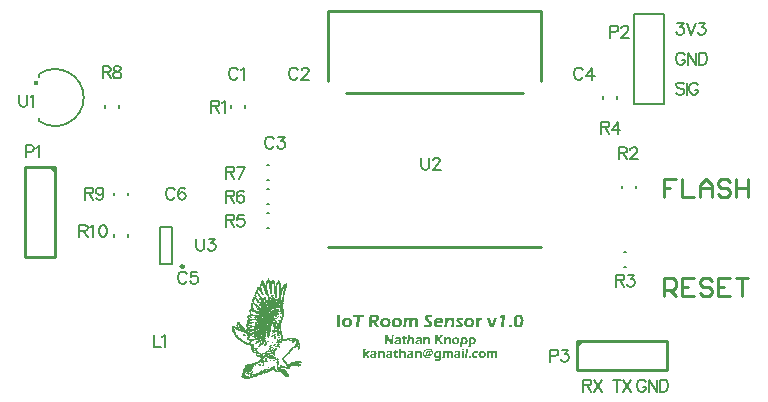
<source format=gto>
G04 Layer_Color=65535*
%FSAX24Y24*%
%MOIN*%
G70*
G01*
G75*
%ADD19C,0.0100*%
%ADD32C,0.0079*%
%ADD33C,0.0098*%
%ADD34C,0.0010*%
%ADD35C,0.0060*%
%ADD36R,0.0157X0.0157*%
G36*
X012949Y002308D02*
X012955Y002308D01*
X012962Y002307D01*
X012970Y002306D01*
X012977Y002305D01*
X012985Y002303D01*
X012985D01*
X012986Y002302D01*
X012988Y002302D01*
X012992Y002300D01*
X012997Y002299D01*
X013002Y002296D01*
X013007Y002293D01*
X013013Y002289D01*
X013017Y002284D01*
X013018Y002284D01*
X013019Y002282D01*
X013021Y002279D01*
X013023Y002275D01*
X013026Y002269D01*
X013027Y002263D01*
X013029Y002256D01*
X013029Y002248D01*
Y002247D01*
Y002245D01*
Y002244D01*
Y002242D01*
X013029Y002239D01*
Y002236D01*
Y002232D01*
X013028Y002228D01*
Y002223D01*
X013028Y002217D01*
X013027Y002211D01*
X013027Y002204D01*
X013027Y002196D01*
X013026Y002187D01*
Y002186D01*
Y002184D01*
X013026Y002182D01*
Y002178D01*
X013025Y002174D01*
Y002168D01*
X013025Y002162D01*
X013024Y002155D01*
Y002147D01*
X013024Y002139D01*
X013023Y002131D01*
X013023Y002122D01*
X013022Y002102D01*
X013022Y002081D01*
X012954D01*
Y002082D01*
Y002083D01*
X012954Y002084D01*
Y002086D01*
Y002089D01*
X012954Y002092D01*
Y002096D01*
X012955Y002100D01*
X012955Y002110D01*
X012956Y002121D01*
X012957Y002132D01*
X012958Y002144D01*
X012960Y002193D01*
X012960Y002192D01*
X012959Y002190D01*
X012957Y002188D01*
X012954Y002185D01*
X012954Y002185D01*
X012952Y002184D01*
X012948Y002183D01*
X012944Y002182D01*
X012944D01*
X012943Y002181D01*
X012942Y002181D01*
X012940Y002180D01*
X012937Y002179D01*
X012934Y002178D01*
X012930Y002177D01*
X012925Y002176D01*
X012925D01*
X012923Y002176D01*
X012921Y002175D01*
X012918Y002174D01*
X012911Y002172D01*
X012908Y002171D01*
X012905Y002170D01*
X012904D01*
X012903Y002169D01*
X012902Y002169D01*
X012900Y002168D01*
X012896Y002166D01*
X012891Y002164D01*
X012891D01*
X012890Y002163D01*
X012888Y002162D01*
X012885Y002159D01*
X012881Y002157D01*
X012881Y002156D01*
X012880Y002154D01*
X012878Y002152D01*
X012876Y002149D01*
Y002148D01*
X012875Y002147D01*
X012875Y002144D01*
X012875Y002140D01*
Y002140D01*
Y002139D01*
X012875Y002137D01*
Y002136D01*
X012876Y002131D01*
X012879Y002127D01*
X012880Y002126D01*
X012881Y002124D01*
X012885Y002122D01*
X012889Y002120D01*
X012890D01*
X012891Y002119D01*
X012892D01*
X012894Y002119D01*
X012900Y002118D01*
X012906Y002118D01*
X012910D01*
X012914Y002118D01*
X012919Y002119D01*
X012920D01*
X012921Y002119D01*
X012923D01*
X012925Y002120D01*
X012929Y002121D01*
X012933Y002122D01*
X012939Y002123D01*
X012945Y002124D01*
Y002123D01*
X012944Y002121D01*
X012943Y002117D01*
X012942Y002112D01*
X012941Y002106D01*
X012939Y002098D01*
X012936Y002090D01*
X012934Y002081D01*
X012933D01*
X012931Y002080D01*
X012928Y002080D01*
X012924Y002079D01*
X012915Y002078D01*
X012911Y002078D01*
X012907Y002077D01*
X012906D01*
X012904Y002077D01*
X012901D01*
X012896Y002076D01*
X012886D01*
X012881Y002077D01*
X012874Y002077D01*
X012867Y002078D01*
X012859Y002080D01*
X012851Y002081D01*
X012845Y002084D01*
X012844Y002084D01*
X012842Y002085D01*
X012839Y002087D01*
X012834Y002090D01*
X012830Y002093D01*
X012826Y002097D01*
X012821Y002102D01*
X012818Y002108D01*
X012817Y002109D01*
X012816Y002111D01*
X012815Y002114D01*
X012814Y002118D01*
X012812Y002123D01*
X012811Y002129D01*
X012810Y002135D01*
X012809Y002141D01*
Y002142D01*
Y002143D01*
Y002145D01*
X012810Y002147D01*
X012811Y002153D01*
X012813Y002160D01*
Y002161D01*
X012813Y002162D01*
X012814Y002164D01*
X012815Y002166D01*
X012818Y002172D01*
X012822Y002178D01*
X012823Y002178D01*
X012824Y002179D01*
X012825Y002181D01*
X012827Y002183D01*
X012829Y002185D01*
X012832Y002188D01*
X012839Y002193D01*
X012839Y002193D01*
X012841Y002194D01*
X012843Y002196D01*
X012846Y002197D01*
X012851Y002199D01*
X012855Y002202D01*
X012861Y002204D01*
X012868Y002207D01*
X012869Y002207D01*
X012871Y002208D01*
X012875Y002209D01*
X012881Y002211D01*
X012888Y002213D01*
X012896Y002215D01*
X012906Y002217D01*
X012917Y002220D01*
X012917D01*
X012918Y002220D01*
X012919D01*
X012922Y002221D01*
X012927Y002222D01*
X012933Y002224D01*
X012933D01*
X012934Y002224D01*
X012936Y002225D01*
X012937Y002225D01*
X012942Y002226D01*
X012946Y002228D01*
X012946D01*
X012947Y002229D01*
X012948Y002230D01*
X012951Y002232D01*
X012954Y002233D01*
X012954Y002234D01*
X012956Y002235D01*
X012957Y002238D01*
X012959Y002240D01*
X012959Y002240D01*
X012960Y002242D01*
X012960Y002244D01*
Y002247D01*
Y002247D01*
Y002248D01*
X012960Y002250D01*
X012958Y002254D01*
X012955Y002258D01*
Y002258D01*
X012954Y002259D01*
X012952Y002261D01*
X012948Y002263D01*
X012943Y002265D01*
X012943D01*
X012942Y002265D01*
X012941Y002266D01*
X012938Y002266D01*
X012933Y002267D01*
X012926Y002267D01*
X012923D01*
X012920Y002267D01*
X012916D01*
X012912Y002266D01*
X012907Y002266D01*
X012901Y002265D01*
X012895Y002264D01*
X012888Y002262D01*
X012881Y002261D01*
X012874Y002259D01*
X012865Y002257D01*
X012857Y002255D01*
X012838Y002249D01*
Y002250D01*
X012839Y002252D01*
X012839Y002255D01*
X012839Y002259D01*
X012841Y002268D01*
Y002272D01*
X012841Y002275D01*
Y002275D01*
Y002276D01*
X012842Y002277D01*
X012842Y002280D01*
X012843Y002282D01*
X012843Y002286D01*
X012844Y002291D01*
X012845Y002296D01*
X012845D01*
X012846Y002296D01*
X012848Y002297D01*
X012850Y002297D01*
X012852Y002298D01*
X012856Y002298D01*
X012863Y002300D01*
X012871Y002301D01*
X012881Y002303D01*
X012889Y002305D01*
X012898Y002306D01*
X012899D01*
X012902Y002306D01*
X012906Y002307D01*
X012912Y002307D01*
X012918Y002308D01*
X012926Y002308D01*
X012941Y002309D01*
X012945D01*
X012949Y002308D01*
D02*
G37*
G36*
X013645D02*
X013651Y002308D01*
X013658Y002307D01*
X013666Y002306D01*
X013673Y002305D01*
X013681Y002303D01*
X013681D01*
X013682Y002302D01*
X013684Y002302D01*
X013688Y002300D01*
X013692Y002299D01*
X013697Y002296D01*
X013703Y002293D01*
X013708Y002289D01*
X013713Y002284D01*
X013714Y002284D01*
X013715Y002282D01*
X013717Y002279D01*
X013719Y002275D01*
X013721Y002269D01*
X013723Y002263D01*
X013725Y002256D01*
X013725Y002248D01*
Y002247D01*
Y002245D01*
Y002244D01*
Y002242D01*
X013725Y002239D01*
Y002236D01*
Y002232D01*
X013724Y002228D01*
Y002223D01*
X013724Y002217D01*
X013723Y002211D01*
X013723Y002204D01*
X013722Y002196D01*
X013722Y002187D01*
Y002186D01*
Y002184D01*
X013721Y002182D01*
Y002178D01*
X013721Y002174D01*
Y002168D01*
X013720Y002162D01*
X013720Y002155D01*
Y002147D01*
X013720Y002139D01*
X013719Y002131D01*
X013719Y002122D01*
X013718Y002102D01*
X013718Y002081D01*
X013649D01*
Y002082D01*
Y002083D01*
X013650Y002084D01*
Y002086D01*
Y002089D01*
X013650Y002092D01*
Y002096D01*
X013651Y002100D01*
X013651Y002110D01*
X013652Y002121D01*
X013653Y002132D01*
X013654Y002144D01*
X013656Y002193D01*
X013656Y002192D01*
X013655Y002190D01*
X013653Y002188D01*
X013650Y002185D01*
X013649Y002185D01*
X013647Y002184D01*
X013644Y002183D01*
X013640Y002182D01*
X013640D01*
X013639Y002181D01*
X013638Y002181D01*
X013635Y002180D01*
X013633Y002179D01*
X013630Y002178D01*
X013626Y002177D01*
X013621Y002176D01*
X013621D01*
X013619Y002176D01*
X013617Y002175D01*
X013614Y002174D01*
X013607Y002172D01*
X013604Y002171D01*
X013600Y002170D01*
X013600D01*
X013599Y002169D01*
X013598Y002169D01*
X013596Y002168D01*
X013592Y002166D01*
X013587Y002164D01*
X013587D01*
X013586Y002163D01*
X013584Y002162D01*
X013580Y002159D01*
X013577Y002157D01*
X013577Y002156D01*
X013575Y002154D01*
X013574Y002152D01*
X013572Y002149D01*
Y002148D01*
X013571Y002147D01*
X013571Y002144D01*
X013570Y002140D01*
Y002140D01*
Y002139D01*
X013571Y002137D01*
Y002136D01*
X013572Y002131D01*
X013575Y002127D01*
X013575Y002126D01*
X013577Y002124D01*
X013581Y002122D01*
X013585Y002120D01*
X013586D01*
X013587Y002119D01*
X013588D01*
X013590Y002119D01*
X013595Y002118D01*
X013602Y002118D01*
X013606D01*
X013610Y002118D01*
X013615Y002119D01*
X013616D01*
X013617Y002119D01*
X013618D01*
X013621Y002120D01*
X013625Y002121D01*
X013629Y002122D01*
X013635Y002123D01*
X013641Y002124D01*
Y002123D01*
X013640Y002121D01*
X013639Y002117D01*
X013638Y002112D01*
X013636Y002106D01*
X013635Y002098D01*
X013632Y002090D01*
X013630Y002081D01*
X013629D01*
X013627Y002080D01*
X013624Y002080D01*
X013620Y002079D01*
X013611Y002078D01*
X013606Y002078D01*
X013603Y002077D01*
X013601D01*
X013599Y002077D01*
X013597D01*
X013592Y002076D01*
X013581D01*
X013576Y002077D01*
X013570Y002077D01*
X013562Y002078D01*
X013555Y002080D01*
X013547Y002081D01*
X013540Y002084D01*
X013539Y002084D01*
X013538Y002085D01*
X013534Y002087D01*
X013530Y002090D01*
X013526Y002093D01*
X013521Y002097D01*
X013517Y002102D01*
X013514Y002108D01*
X013513Y002109D01*
X013512Y002111D01*
X013511Y002114D01*
X013509Y002118D01*
X013508Y002123D01*
X013507Y002129D01*
X013506Y002135D01*
X013505Y002141D01*
Y002142D01*
Y002143D01*
Y002145D01*
X013506Y002147D01*
X013507Y002153D01*
X013508Y002160D01*
Y002161D01*
X013509Y002162D01*
X013510Y002164D01*
X013511Y002166D01*
X013514Y002172D01*
X013518Y002178D01*
X013519Y002178D01*
X013520Y002179D01*
X013521Y002181D01*
X013523Y002183D01*
X013525Y002185D01*
X013528Y002188D01*
X013535Y002193D01*
X013535Y002193D01*
X013537Y002194D01*
X013539Y002196D01*
X013542Y002197D01*
X013546Y002199D01*
X013551Y002202D01*
X013557Y002204D01*
X013563Y002207D01*
X013564Y002207D01*
X013567Y002208D01*
X013571Y002209D01*
X013577Y002211D01*
X013584Y002213D01*
X013592Y002215D01*
X013602Y002217D01*
X013612Y002220D01*
X013613D01*
X013614Y002220D01*
X013615D01*
X013617Y002221D01*
X013623Y002222D01*
X013629Y002224D01*
X013629D01*
X013630Y002224D01*
X013631Y002225D01*
X013633Y002225D01*
X013637Y002226D01*
X013641Y002228D01*
X013642D01*
X013642Y002229D01*
X013644Y002230D01*
X013647Y002232D01*
X013650Y002233D01*
X013650Y002234D01*
X013652Y002235D01*
X013653Y002238D01*
X013654Y002240D01*
X013655Y002240D01*
X013655Y002242D01*
X013656Y002244D01*
Y002247D01*
Y002247D01*
Y002248D01*
X013655Y002250D01*
X013654Y002254D01*
X013651Y002258D01*
Y002258D01*
X013650Y002259D01*
X013648Y002261D01*
X013644Y002263D01*
X013639Y002265D01*
X013639D01*
X013638Y002265D01*
X013636Y002266D01*
X013634Y002266D01*
X013629Y002267D01*
X013622Y002267D01*
X013618D01*
X013616Y002267D01*
X013612D01*
X013608Y002266D01*
X013603Y002266D01*
X013597Y002265D01*
X013591Y002264D01*
X013584Y002262D01*
X013577Y002261D01*
X013569Y002259D01*
X013561Y002257D01*
X013552Y002255D01*
X013534Y002249D01*
Y002250D01*
X013534Y002252D01*
X013535Y002255D01*
X013535Y002259D01*
X013537Y002268D01*
Y002272D01*
X013537Y002275D01*
Y002275D01*
Y002276D01*
X013538Y002277D01*
X013538Y002280D01*
X013538Y002282D01*
X013539Y002286D01*
X013539Y002291D01*
X013540Y002296D01*
X013541D01*
X013542Y002296D01*
X013544Y002297D01*
X013545Y002297D01*
X013548Y002298D01*
X013551Y002298D01*
X013559Y002300D01*
X013567Y002301D01*
X013576Y002303D01*
X013585Y002305D01*
X013594Y002306D01*
X013595D01*
X013598Y002306D01*
X013602Y002307D01*
X013608Y002307D01*
X013614Y002308D01*
X013622Y002308D01*
X013637Y002309D01*
X013641D01*
X013645Y002308D01*
D02*
G37*
G36*
X015408D02*
X015415Y002308D01*
X015423Y002307D01*
X015432Y002305D01*
X015441Y002304D01*
X015451Y002301D01*
X015451D01*
X015452Y002301D01*
X015453Y002300D01*
X015455Y002300D01*
X015459Y002298D01*
X015465Y002296D01*
X015471Y002293D01*
X015478Y002288D01*
X015484Y002284D01*
X015490Y002278D01*
X015491Y002277D01*
X015493Y002275D01*
X015495Y002271D01*
X015499Y002267D01*
X015502Y002261D01*
X015506Y002255D01*
X015510Y002247D01*
X015513Y002239D01*
X015513Y002238D01*
X015514Y002236D01*
X015515Y002232D01*
X015516Y002226D01*
X015518Y002219D01*
X015519Y002212D01*
X015520Y002204D01*
X015520Y002195D01*
Y002195D01*
Y002194D01*
Y002193D01*
Y002191D01*
X015520Y002186D01*
X015519Y002181D01*
X015518Y002173D01*
X015517Y002166D01*
X015515Y002158D01*
X015513Y002149D01*
Y002149D01*
X015513Y002148D01*
X015512Y002146D01*
X015510Y002141D01*
X015508Y002136D01*
X015505Y002130D01*
X015502Y002123D01*
X015497Y002117D01*
X015492Y002110D01*
X015492Y002109D01*
X015490Y002107D01*
X015487Y002104D01*
X015483Y002100D01*
X015478Y002096D01*
X015472Y002092D01*
X015466Y002088D01*
X015459Y002084D01*
X015459Y002084D01*
X015456Y002083D01*
X015453Y002082D01*
X015447Y002080D01*
X015441Y002079D01*
X015435Y002078D01*
X015427Y002077D01*
X015419Y002076D01*
X015414D01*
X015411Y002077D01*
X015407Y002077D01*
X015403Y002078D01*
X015393Y002080D01*
X015393D01*
X015391Y002080D01*
X015389Y002081D01*
X015386Y002081D01*
X015379Y002084D01*
X015371Y002087D01*
X015371Y002088D01*
X015370Y002088D01*
X015368Y002089D01*
X015366Y002091D01*
X015360Y002094D01*
X015355Y002098D01*
X015355Y002098D01*
X015354Y002098D01*
X015352Y002101D01*
X015350Y002105D01*
X015348Y002111D01*
X015344Y002024D01*
Y002010D01*
Y002009D01*
Y002008D01*
Y002006D01*
Y002003D01*
Y001999D01*
Y001993D01*
Y001989D01*
Y001985D01*
X015336D01*
X015331Y001985D01*
X015310D01*
X015275Y001985D01*
Y001986D01*
Y001988D01*
X015275Y001991D01*
X015276Y001996D01*
X015276Y002002D01*
X015277Y002010D01*
X015277Y002019D01*
X015277Y002028D01*
X015278Y002039D01*
X015279Y002051D01*
X015280Y002064D01*
X015280Y002078D01*
X015281Y002092D01*
X015282Y002108D01*
X015283Y002124D01*
X015283Y002141D01*
Y002142D01*
Y002142D01*
Y002144D01*
Y002146D01*
X015284Y002151D01*
Y002157D01*
X015284Y002165D01*
X015285Y002174D01*
X015285Y002184D01*
X015286Y002196D01*
Y002208D01*
X015286Y002220D01*
X015287Y002246D01*
X015288Y002272D01*
Y002284D01*
Y002296D01*
X015288D01*
X015289Y002297D01*
X015292Y002297D01*
X015295Y002298D01*
X015298Y002298D01*
X015302Y002299D01*
X015312Y002300D01*
X015323Y002302D01*
X015333Y002304D01*
X015344Y002305D01*
X015349Y002305D01*
X015353Y002306D01*
X015354D01*
X015357Y002306D01*
X015362Y002307D01*
X015367Y002307D01*
X015374Y002308D01*
X015381Y002308D01*
X015397Y002309D01*
X015404D01*
X015408Y002308D01*
D02*
G37*
G36*
X014863D02*
X014869Y002308D01*
X014876Y002307D01*
X014885Y002305D01*
X014893Y002304D01*
X014902Y002301D01*
X014902D01*
X014903Y002300D01*
X014906Y002299D01*
X014910Y002298D01*
X014916Y002295D01*
X014922Y002292D01*
X014928Y002288D01*
X014935Y002284D01*
X014941Y002279D01*
X014942Y002278D01*
X014944Y002276D01*
X014947Y002273D01*
X014950Y002269D01*
X014954Y002263D01*
X014958Y002257D01*
X014962Y002250D01*
X014966Y002242D01*
X014966Y002241D01*
X014967Y002238D01*
X014968Y002234D01*
X014970Y002229D01*
X014971Y002222D01*
X014973Y002214D01*
X014973Y002207D01*
X014974Y002198D01*
Y002197D01*
Y002197D01*
Y002196D01*
Y002194D01*
X014973Y002189D01*
X014973Y002183D01*
X014972Y002175D01*
X014970Y002167D01*
X014968Y002159D01*
X014965Y002150D01*
Y002149D01*
X014965Y002149D01*
X014964Y002146D01*
X014961Y002142D01*
X014959Y002136D01*
X014955Y002130D01*
X014951Y002123D01*
X014946Y002116D01*
X014941Y002110D01*
X014940Y002109D01*
X014938Y002107D01*
X014934Y002104D01*
X014930Y002100D01*
X014924Y002096D01*
X014917Y002092D01*
X014909Y002088D01*
X014900Y002085D01*
X014900D01*
X014899Y002084D01*
X014898Y002084D01*
X014896Y002083D01*
X014891Y002082D01*
X014885Y002080D01*
X014877Y002079D01*
X014868Y002078D01*
X014859Y002077D01*
X014849Y002076D01*
X014845D01*
X014839Y002077D01*
X014833Y002077D01*
X014826Y002078D01*
X014818Y002080D01*
X014809Y002081D01*
X014801Y002084D01*
X014800D01*
X014800Y002084D01*
X014797Y002085D01*
X014793Y002087D01*
X014787Y002089D01*
X014781Y002092D01*
X014775Y002096D01*
X014768Y002101D01*
X014762Y002106D01*
X014761Y002107D01*
X014759Y002109D01*
X014756Y002112D01*
X014753Y002116D01*
X014749Y002122D01*
X014745Y002128D01*
X014741Y002135D01*
X014737Y002143D01*
Y002143D01*
X014737Y002144D01*
X014736Y002147D01*
X014735Y002151D01*
X014733Y002157D01*
X014732Y002164D01*
X014730Y002171D01*
X014729Y002179D01*
X014729Y002188D01*
Y002189D01*
Y002189D01*
Y002190D01*
Y002192D01*
X014729Y002197D01*
X014730Y002203D01*
X014731Y002210D01*
X014732Y002218D01*
X014734Y002226D01*
X014736Y002234D01*
Y002234D01*
X014737Y002235D01*
X014738Y002238D01*
X014740Y002242D01*
X014742Y002247D01*
X014746Y002253D01*
X014749Y002259D01*
X014754Y002266D01*
X014760Y002273D01*
X014761Y002274D01*
X014763Y002275D01*
X014766Y002279D01*
X014772Y002282D01*
X014778Y002287D01*
X014784Y002291D01*
X014793Y002295D01*
X014802Y002299D01*
X014802D01*
X014803Y002299D01*
X014804Y002300D01*
X014806Y002300D01*
X014811Y002302D01*
X014818Y002304D01*
X014826Y002305D01*
X014834Y002307D01*
X014844Y002308D01*
X014854Y002309D01*
X014858D01*
X014863Y002308D01*
D02*
G37*
G36*
X015134D02*
X015141Y002308D01*
X015149Y002307D01*
X015159Y002305D01*
X015168Y002304D01*
X015177Y002301D01*
X015178D01*
X015178Y002301D01*
X015179Y002300D01*
X015181Y002300D01*
X015186Y002298D01*
X015192Y002296D01*
X015198Y002293D01*
X015204Y002288D01*
X015211Y002284D01*
X015217Y002278D01*
X015217Y002277D01*
X015219Y002275D01*
X015222Y002271D01*
X015225Y002267D01*
X015229Y002261D01*
X015233Y002255D01*
X015236Y002247D01*
X015239Y002239D01*
X015240Y002238D01*
X015240Y002236D01*
X015241Y002232D01*
X015243Y002226D01*
X015244Y002219D01*
X015246Y002212D01*
X015246Y002204D01*
X015246Y002195D01*
Y002195D01*
Y002194D01*
Y002193D01*
Y002191D01*
X015246Y002186D01*
X015246Y002181D01*
X015245Y002173D01*
X015244Y002166D01*
X015242Y002158D01*
X015240Y002149D01*
Y002149D01*
X015239Y002148D01*
X015238Y002146D01*
X015237Y002141D01*
X015234Y002136D01*
X015231Y002130D01*
X015228Y002123D01*
X015224Y002117D01*
X015219Y002110D01*
X015218Y002109D01*
X015216Y002107D01*
X015213Y002104D01*
X015210Y002100D01*
X015205Y002096D01*
X015199Y002092D01*
X015193Y002088D01*
X015186Y002084D01*
X015185Y002084D01*
X015183Y002083D01*
X015179Y002082D01*
X015174Y002080D01*
X015168Y002079D01*
X015161Y002078D01*
X015154Y002077D01*
X015145Y002076D01*
X015141D01*
X015137Y002077D01*
X015133Y002077D01*
X015129Y002078D01*
X015120Y002080D01*
X015119D01*
X015118Y002080D01*
X015115Y002081D01*
X015113Y002081D01*
X015105Y002084D01*
X015098Y002087D01*
X015097Y002088D01*
X015096Y002088D01*
X015094Y002089D01*
X015092Y002091D01*
X015087Y002094D01*
X015082Y002098D01*
X015081Y002098D01*
X015081Y002098D01*
X015078Y002101D01*
X015076Y002105D01*
X015074Y002111D01*
X015071Y002024D01*
Y002010D01*
Y002009D01*
Y002008D01*
Y002006D01*
Y002003D01*
Y001999D01*
Y001993D01*
Y001989D01*
Y001985D01*
X015063D01*
X015058Y001985D01*
X015036D01*
X015001Y001985D01*
Y001986D01*
Y001988D01*
X015002Y001991D01*
X015002Y001996D01*
X015003Y002002D01*
X015003Y002010D01*
X015003Y002019D01*
X015004Y002028D01*
X015005Y002039D01*
X015005Y002051D01*
X015006Y002064D01*
X015007Y002078D01*
X015008Y002092D01*
X015009Y002108D01*
X015009Y002124D01*
X015010Y002141D01*
Y002142D01*
Y002142D01*
Y002144D01*
Y002146D01*
X015010Y002151D01*
Y002157D01*
X015011Y002165D01*
X015011Y002174D01*
X015012Y002184D01*
X015012Y002196D01*
Y002208D01*
X015013Y002220D01*
X015014Y002246D01*
X015014Y002272D01*
Y002284D01*
Y002296D01*
X015015D01*
X015016Y002297D01*
X015018Y002297D01*
X015021Y002298D01*
X015025Y002298D01*
X015029Y002299D01*
X015039Y002300D01*
X015049Y002302D01*
X015060Y002304D01*
X015070Y002305D01*
X015075Y002305D01*
X015080Y002306D01*
X015081D01*
X015083Y002306D01*
X015088Y002307D01*
X015094Y002307D01*
X015100Y002308D01*
X015108Y002308D01*
X015124Y002309D01*
X015131D01*
X015134Y002308D01*
D02*
G37*
G36*
X015357Y001689D02*
Y001687D01*
X015357Y001683D01*
X015356Y001678D01*
Y001673D01*
X015356Y001667D01*
X015355Y001661D01*
Y001655D01*
X015354Y001625D01*
X015287D01*
Y001626D01*
Y001626D01*
Y001627D01*
Y001629D01*
Y001631D01*
X015287Y001634D01*
Y001637D01*
Y001641D01*
Y001645D01*
X015288Y001650D01*
Y001655D01*
X015288Y001661D01*
Y001667D01*
X015289Y001674D01*
Y001681D01*
X015289Y001690D01*
X015342D01*
X015349Y001690D01*
X015357D01*
Y001689D01*
D02*
G37*
G36*
X014615Y002308D02*
X014620D01*
X014626Y002307D01*
X014632Y002306D01*
X014638Y002305D01*
X014645Y002304D01*
X014646D01*
X014649Y002303D01*
X014652Y002301D01*
X014656Y002300D01*
X014661Y002298D01*
X014665Y002295D01*
X014670Y002291D01*
X014675Y002287D01*
X014675Y002287D01*
X014676Y002286D01*
X014678Y002283D01*
X014681Y002280D01*
X014683Y002277D01*
X014686Y002273D01*
X014688Y002268D01*
X014690Y002263D01*
Y002262D01*
X014690Y002261D01*
X014691Y002258D01*
X014692Y002255D01*
X014693Y002251D01*
X014693Y002246D01*
X014693Y002236D01*
Y002235D01*
Y002234D01*
Y002232D01*
Y002230D01*
X014693Y002226D01*
Y002222D01*
X014693Y002218D01*
X014688Y002126D01*
Y002125D01*
Y002123D01*
X014688Y002118D01*
Y002113D01*
X014687Y002107D01*
Y002099D01*
X014687Y002091D01*
Y002081D01*
X014618D01*
Y002082D01*
Y002082D01*
Y002084D01*
X014619Y002086D01*
Y002088D01*
Y002091D01*
X014619Y002095D01*
Y002098D01*
X014620Y002103D01*
X014620Y002108D01*
Y002114D01*
X014620Y002120D01*
X014621Y002127D01*
X014621Y002134D01*
X014622Y002141D01*
X014622Y002150D01*
Y002150D01*
Y002152D01*
X014623Y002154D01*
Y002157D01*
Y002161D01*
X014623Y002165D01*
X014624Y002174D01*
X014624Y002184D01*
X014625Y002194D01*
Y002199D01*
X014625Y002203D01*
Y002206D01*
Y002209D01*
Y002210D01*
Y002212D01*
X014625Y002215D01*
Y002218D01*
X014623Y002226D01*
X014622Y002230D01*
X014620Y002234D01*
Y002234D01*
X014619Y002235D01*
X014618Y002237D01*
X014616Y002239D01*
X014614Y002241D01*
X014612Y002244D01*
X014609Y002246D01*
X014605Y002248D01*
X014605Y002248D01*
X014603Y002249D01*
X014602Y002250D01*
X014599Y002250D01*
X014596Y002251D01*
X014592Y002252D01*
X014588Y002253D01*
X014579D01*
X014577Y002252D01*
X014573Y002252D01*
X014570Y002251D01*
X014562Y002248D01*
X014561D01*
X014560Y002247D01*
X014559Y002246D01*
X014556Y002245D01*
X014551Y002241D01*
X014545Y002236D01*
X014545Y002235D01*
X014544Y002234D01*
X014542Y002232D01*
X014541Y002229D01*
X014538Y002226D01*
X014536Y002222D01*
X014534Y002218D01*
X014532Y002213D01*
Y002213D01*
X014531Y002210D01*
X014531Y002207D01*
X014529Y002202D01*
X014529Y002195D01*
X014527Y002187D01*
X014526Y002177D01*
X014525Y002165D01*
Y002165D01*
Y002164D01*
Y002162D01*
X014525Y002160D01*
Y002157D01*
X014524Y002153D01*
Y002149D01*
X014524Y002144D01*
Y002138D01*
X014523Y002132D01*
X014523Y002125D01*
Y002117D01*
X014523Y002109D01*
X014522Y002100D01*
Y002091D01*
X014522Y002081D01*
X014452D01*
Y002082D01*
Y002084D01*
X014452Y002086D01*
X014453Y002091D01*
X014453Y002095D01*
X014454Y002101D01*
X014454Y002108D01*
X014455Y002115D01*
X014455Y002123D01*
X014456Y002132D01*
X014456Y002141D01*
X014457Y002150D01*
X014458Y002171D01*
X014459Y002193D01*
Y002194D01*
Y002196D01*
X014460Y002199D01*
Y002203D01*
X014460Y002208D01*
Y002214D01*
X014461Y002221D01*
X014461Y002229D01*
Y002237D01*
X014462Y002246D01*
X014462Y002265D01*
X014462Y002284D01*
X014463Y002304D01*
X014475D01*
X014480Y002303D01*
X014519D01*
X014526Y002304D01*
X014532D01*
X014530Y002274D01*
X014531Y002276D01*
X014532Y002279D01*
X014534Y002281D01*
X014534Y002281D01*
X014535Y002282D01*
X014537Y002285D01*
X014541Y002288D01*
X014547Y002293D01*
X014547Y002293D01*
X014548Y002293D01*
X014550Y002294D01*
X014552Y002296D01*
X014558Y002299D01*
X014564Y002301D01*
X014565D01*
X014566Y002302D01*
X014568Y002302D01*
X014570Y002303D01*
X014573Y002304D01*
X014577Y002305D01*
X014584Y002306D01*
X014585D01*
X014586Y002307D01*
X014589Y002307D01*
X014592Y002308D01*
X014595D01*
X014599Y002308D01*
X014608Y002309D01*
X014611D01*
X014615Y002308D01*
D02*
G37*
G36*
X012775Y002294D02*
X012769Y002163D01*
X012766Y002081D01*
X012682D01*
Y002082D01*
X012682Y002082D01*
X012681Y002085D01*
X012678Y002088D01*
X012676Y002093D01*
X012670Y002103D01*
X012668Y002107D01*
X012665Y002111D01*
X012665Y002112D01*
X012663Y002114D01*
X012661Y002118D01*
X012659Y002120D01*
X012657Y002123D01*
X012655Y002127D01*
X012652Y002131D01*
X012649Y002136D01*
X012646Y002141D01*
X012642Y002147D01*
X012638Y002153D01*
X012633Y002160D01*
X012628Y002168D01*
Y002168D01*
X012627Y002169D01*
X012626Y002171D01*
X012625Y002173D01*
X012623Y002176D01*
X012621Y002179D01*
X012618Y002183D01*
X012615Y002188D01*
X012612Y002193D01*
X012609Y002199D01*
X012605Y002205D01*
X012601Y002211D01*
X012592Y002226D01*
X012582Y002241D01*
Y002242D01*
X012581Y002243D01*
X012580Y002244D01*
X012579Y002247D01*
X012577Y002250D01*
X012575Y002253D01*
X012571Y002261D01*
X012566Y002269D01*
X012562Y002279D01*
X012558Y002288D01*
X012555Y002296D01*
Y002296D01*
Y002295D01*
Y002293D01*
Y002290D01*
X012554Y002287D01*
Y002282D01*
Y002276D01*
X012554Y002270D01*
X012553Y002262D01*
Y002253D01*
X012553Y002243D01*
X012553Y002232D01*
X012552Y002220D01*
X012552Y002206D01*
X012551Y002191D01*
X012550Y002174D01*
Y002174D01*
Y002172D01*
Y002171D01*
Y002167D01*
X012550Y002164D01*
Y002159D01*
Y002154D01*
X012549Y002148D01*
Y002142D01*
X012549Y002135D01*
Y002127D01*
Y002119D01*
X012548Y002111D01*
Y002101D01*
X012548Y002081D01*
X012480D01*
Y002082D01*
Y002083D01*
X012480Y002086D01*
Y002089D01*
X012481Y002092D01*
X012481Y002097D01*
X012482Y002103D01*
X012482Y002108D01*
X012483Y002115D01*
X012483Y002122D01*
X012484Y002136D01*
X012485Y002153D01*
X012486Y002170D01*
X012491Y002273D01*
Y002274D01*
Y002275D01*
X012491Y002279D01*
Y002283D01*
Y002287D01*
X012492Y002293D01*
Y002300D01*
X012492Y002307D01*
X012492Y002315D01*
Y002323D01*
X012493Y002341D01*
X012493Y002359D01*
Y002377D01*
X012508D01*
X012515Y002376D01*
X012578D01*
X012579Y002376D01*
X012579Y002374D01*
X012581Y002372D01*
X012583Y002368D01*
X012585Y002364D01*
X012589Y002359D01*
X012592Y002353D01*
X012596Y002347D01*
X012600Y002339D01*
X012605Y002331D01*
X012611Y002322D01*
X012617Y002312D01*
X012623Y002302D01*
X012630Y002291D01*
X012637Y002279D01*
X012644Y002267D01*
X012645Y002266D01*
X012646Y002264D01*
X012649Y002260D01*
X012651Y002256D01*
X012655Y002250D01*
X012659Y002243D01*
X012663Y002236D01*
X012668Y002228D01*
X012673Y002220D01*
X012678Y002211D01*
X012688Y002193D01*
X012697Y002175D01*
X012701Y002166D01*
X012705Y002158D01*
X012712Y002349D01*
Y002349D01*
Y002350D01*
Y002352D01*
Y002355D01*
Y002359D01*
Y002364D01*
Y002370D01*
Y002377D01*
X012725D01*
X012730Y002376D01*
X012764D01*
X012772Y002377D01*
X012781D01*
X012775Y002294D01*
D02*
G37*
G36*
X013928Y002308D02*
X013933D01*
X013939Y002307D01*
X013945Y002306D01*
X013952Y002305D01*
X013959Y002304D01*
X013960D01*
X013962Y002303D01*
X013965Y002301D01*
X013970Y002300D01*
X013974Y002298D01*
X013979Y002295D01*
X013983Y002291D01*
X013988Y002287D01*
X013988Y002287D01*
X013990Y002286D01*
X013992Y002283D01*
X013994Y002280D01*
X013997Y002277D01*
X014000Y002273D01*
X014001Y002268D01*
X014003Y002263D01*
Y002262D01*
X014004Y002261D01*
X014005Y002258D01*
X014005Y002255D01*
X014006Y002251D01*
X014006Y002246D01*
X014007Y002236D01*
Y002235D01*
Y002234D01*
Y002232D01*
Y002230D01*
X014006Y002226D01*
Y002222D01*
X014006Y002218D01*
X014002Y002126D01*
Y002125D01*
Y002123D01*
X014001Y002118D01*
Y002113D01*
X014001Y002107D01*
Y002099D01*
X014000Y002091D01*
Y002081D01*
X013932D01*
Y002082D01*
Y002082D01*
Y002084D01*
X013932Y002086D01*
Y002088D01*
Y002091D01*
X013933Y002095D01*
Y002098D01*
X013933Y002103D01*
X013933Y002108D01*
Y002114D01*
X013934Y002120D01*
X013934Y002127D01*
X013935Y002134D01*
X013935Y002141D01*
X013936Y002150D01*
Y002150D01*
Y002152D01*
X013936Y002154D01*
Y002157D01*
Y002161D01*
X013937Y002165D01*
X013937Y002174D01*
X013938Y002184D01*
X013938Y002194D01*
Y002199D01*
X013939Y002203D01*
Y002206D01*
Y002209D01*
Y002210D01*
Y002212D01*
X013938Y002215D01*
Y002218D01*
X013936Y002226D01*
X013935Y002230D01*
X013933Y002234D01*
Y002234D01*
X013933Y002235D01*
X013932Y002237D01*
X013930Y002239D01*
X013928Y002241D01*
X013925Y002244D01*
X013922Y002246D01*
X013919Y002248D01*
X013918Y002248D01*
X013917Y002249D01*
X013915Y002250D01*
X013912Y002250D01*
X013909Y002251D01*
X013905Y002252D01*
X013902Y002253D01*
X013893D01*
X013890Y002252D01*
X013887Y002252D01*
X013883Y002251D01*
X013875Y002248D01*
X013875D01*
X013874Y002247D01*
X013872Y002246D01*
X013870Y002245D01*
X013864Y002241D01*
X013859Y002236D01*
X013858Y002235D01*
X013857Y002234D01*
X013856Y002232D01*
X013854Y002229D01*
X013852Y002226D01*
X013850Y002222D01*
X013848Y002218D01*
X013846Y002213D01*
Y002213D01*
X013845Y002210D01*
X013844Y002207D01*
X013843Y002202D01*
X013842Y002195D01*
X013841Y002187D01*
X013840Y002177D01*
X013839Y002165D01*
Y002165D01*
Y002164D01*
Y002162D01*
X013838Y002160D01*
Y002157D01*
X013838Y002153D01*
Y002149D01*
X013837Y002144D01*
Y002138D01*
X013837Y002132D01*
X013836Y002125D01*
Y002117D01*
X013836Y002109D01*
X013836Y002100D01*
Y002091D01*
X013835Y002081D01*
X013765D01*
Y002082D01*
Y002084D01*
X013766Y002086D01*
X013766Y002091D01*
X013767Y002095D01*
X013767Y002101D01*
X013768Y002108D01*
X013768Y002115D01*
X013769Y002123D01*
X013769Y002132D01*
X013770Y002141D01*
X013770Y002150D01*
X013772Y002171D01*
X013773Y002193D01*
Y002194D01*
Y002196D01*
X013773Y002199D01*
Y002203D01*
X013774Y002208D01*
Y002214D01*
X013774Y002221D01*
X013775Y002229D01*
Y002237D01*
X013775Y002246D01*
X013775Y002265D01*
X013776Y002284D01*
X013776Y002304D01*
X013788D01*
X013794Y002303D01*
X013833D01*
X013839Y002304D01*
X013846D01*
X013844Y002274D01*
X013844Y002276D01*
X013846Y002279D01*
X013847Y002281D01*
X013848Y002281D01*
X013848Y002282D01*
X013851Y002285D01*
X013855Y002288D01*
X013860Y002293D01*
X013861Y002293D01*
X013862Y002293D01*
X013864Y002294D01*
X013866Y002296D01*
X013871Y002299D01*
X013878Y002301D01*
X013878D01*
X013879Y002302D01*
X013881Y002302D01*
X013884Y002303D01*
X013887Y002304D01*
X013890Y002305D01*
X013898Y002306D01*
X013898D01*
X013900Y002307D01*
X013902Y002307D01*
X013905Y002308D01*
X013909D01*
X013913Y002308D01*
X013921Y002309D01*
X013925D01*
X013928Y002308D01*
D02*
G37*
G36*
X014930Y001852D02*
X014936Y001852D01*
X014943Y001851D01*
X014950Y001850D01*
X014957Y001849D01*
X014965Y001847D01*
X014966D01*
X014966Y001846D01*
X014969Y001846D01*
X014972Y001844D01*
X014977Y001843D01*
X014982Y001840D01*
X014988Y001837D01*
X014993Y001833D01*
X014998Y001828D01*
X014998Y001828D01*
X015000Y001826D01*
X015001Y001823D01*
X015004Y001819D01*
X015006Y001814D01*
X015008Y001808D01*
X015009Y001800D01*
X015010Y001792D01*
Y001791D01*
Y001789D01*
Y001788D01*
Y001786D01*
X015009Y001783D01*
Y001780D01*
Y001777D01*
X015009Y001772D01*
Y001767D01*
X015008Y001761D01*
X015008Y001755D01*
X015007Y001748D01*
X015007Y001740D01*
X015006Y001731D01*
Y001730D01*
Y001729D01*
X015006Y001726D01*
Y001722D01*
X015006Y001718D01*
Y001712D01*
X015005Y001706D01*
X015005Y001699D01*
Y001692D01*
X015004Y001683D01*
X015004Y001675D01*
X015003Y001666D01*
X015003Y001646D01*
X015002Y001625D01*
X014934D01*
Y001626D01*
Y001627D01*
X014934Y001628D01*
Y001631D01*
Y001633D01*
X014935Y001637D01*
Y001640D01*
X014935Y001644D01*
X014936Y001654D01*
X014937Y001665D01*
X014937Y001676D01*
X014938Y001688D01*
X014941Y001737D01*
X014940Y001736D01*
X014939Y001734D01*
X014938Y001732D01*
X014935Y001729D01*
X014934Y001729D01*
X014932Y001729D01*
X014929Y001727D01*
X014925Y001726D01*
X014924D01*
X014924Y001725D01*
X014922Y001725D01*
X014920Y001724D01*
X014918Y001723D01*
X014915Y001723D01*
X014910Y001722D01*
X014906Y001720D01*
X014905D01*
X014903Y001720D01*
X014901Y001719D01*
X014898Y001718D01*
X014891Y001716D01*
X014888Y001715D01*
X014885Y001714D01*
X014885D01*
X014884Y001713D01*
X014882Y001713D01*
X014880Y001712D01*
X014876Y001710D01*
X014872Y001708D01*
X014871D01*
X014871Y001707D01*
X014868Y001706D01*
X014865Y001704D01*
X014862Y001701D01*
X014861Y001700D01*
X014860Y001698D01*
X014858Y001696D01*
X014856Y001693D01*
Y001692D01*
X014856Y001691D01*
X014855Y001688D01*
X014855Y001684D01*
Y001684D01*
Y001683D01*
X014855Y001681D01*
Y001680D01*
X014857Y001675D01*
X014859Y001671D01*
X014860Y001670D01*
X014862Y001668D01*
X014866Y001666D01*
X014870Y001664D01*
X014870D01*
X014871Y001663D01*
X014872D01*
X014874Y001663D01*
X014880Y001662D01*
X014886Y001662D01*
X014891D01*
X014895Y001662D01*
X014900Y001663D01*
X014900D01*
X014901Y001663D01*
X014903D01*
X014906Y001664D01*
X014909Y001665D01*
X014914Y001666D01*
X014919Y001667D01*
X014926Y001668D01*
Y001668D01*
X014925Y001665D01*
X014924Y001662D01*
X014922Y001656D01*
X014921Y001650D01*
X014919Y001643D01*
X014917Y001634D01*
X014915Y001625D01*
X014914D01*
X014912Y001625D01*
X014909Y001624D01*
X014904Y001623D01*
X014896Y001622D01*
X014891Y001622D01*
X014887Y001621D01*
X014886D01*
X014884Y001621D01*
X014882D01*
X014877Y001620D01*
X014866D01*
X014861Y001621D01*
X014854Y001621D01*
X014847Y001622D01*
X014840Y001624D01*
X014832Y001625D01*
X014825Y001628D01*
X014824Y001628D01*
X014822Y001629D01*
X014819Y001631D01*
X014815Y001634D01*
X014811Y001637D01*
X014806Y001641D01*
X014802Y001646D01*
X014798Y001652D01*
X014798Y001653D01*
X014797Y001655D01*
X014795Y001658D01*
X014794Y001662D01*
X014793Y001668D01*
X014791Y001673D01*
X014790Y001680D01*
X014790Y001686D01*
Y001686D01*
Y001687D01*
Y001689D01*
X014790Y001692D01*
X014791Y001698D01*
X014793Y001704D01*
Y001705D01*
X014793Y001706D01*
X014794Y001708D01*
X014795Y001710D01*
X014799Y001716D01*
X014803Y001722D01*
X014803Y001723D01*
X014804Y001723D01*
X014806Y001725D01*
X014807Y001727D01*
X014810Y001729D01*
X014812Y001732D01*
X014819Y001737D01*
X014820Y001737D01*
X014821Y001738D01*
X014824Y001740D01*
X014827Y001741D01*
X014831Y001743D01*
X014836Y001746D01*
X014842Y001748D01*
X014848Y001751D01*
X014849Y001751D01*
X014851Y001752D01*
X014855Y001753D01*
X014861Y001755D01*
X014868Y001757D01*
X014877Y001759D01*
X014886Y001761D01*
X014897Y001764D01*
X014897D01*
X014898Y001765D01*
X014900D01*
X014902Y001765D01*
X014907Y001766D01*
X014913Y001768D01*
X014914D01*
X014915Y001768D01*
X014916Y001769D01*
X014918Y001769D01*
X014922Y001771D01*
X014926Y001772D01*
X014927D01*
X014927Y001773D01*
X014929Y001774D01*
X014932Y001776D01*
X014934Y001777D01*
X014935Y001778D01*
X014936Y001779D01*
X014938Y001782D01*
X014939Y001784D01*
X014939Y001784D01*
X014940Y001786D01*
X014940Y001789D01*
Y001791D01*
Y001791D01*
Y001792D01*
X014940Y001795D01*
X014939Y001798D01*
X014936Y001802D01*
Y001802D01*
X014935Y001803D01*
X014933Y001805D01*
X014929Y001807D01*
X014924Y001809D01*
X014923D01*
X014922Y001809D01*
X014921Y001810D01*
X014919Y001810D01*
X014914Y001811D01*
X014907Y001811D01*
X014903D01*
X014900Y001811D01*
X014897D01*
X014892Y001810D01*
X014887Y001810D01*
X014882Y001809D01*
X014876Y001808D01*
X014869Y001807D01*
X014862Y001805D01*
X014854Y001803D01*
X014846Y001802D01*
X014837Y001799D01*
X014818Y001793D01*
Y001794D01*
X014819Y001796D01*
X014819Y001799D01*
X014820Y001803D01*
X014821Y001812D01*
Y001816D01*
X014822Y001819D01*
Y001819D01*
Y001820D01*
X014822Y001821D01*
X014823Y001824D01*
X014823Y001826D01*
X014824Y001830D01*
X014824Y001835D01*
X014825Y001840D01*
X014825D01*
X014826Y001840D01*
X014828Y001841D01*
X014830Y001841D01*
X014833Y001842D01*
X014836Y001842D01*
X014843Y001844D01*
X014852Y001845D01*
X014861Y001847D01*
X014870Y001849D01*
X014878Y001850D01*
X014879D01*
X014882Y001850D01*
X014887Y001851D01*
X014892Y001851D01*
X014899Y001852D01*
X014906Y001852D01*
X014921Y001853D01*
X014926D01*
X014930Y001852D01*
D02*
G37*
G36*
X014331Y002256D02*
X014316Y002238D01*
X014328Y002221D01*
Y002220D01*
X014329Y002220D01*
X014331Y002217D01*
X014332Y002215D01*
X014334Y002213D01*
X014336Y002210D01*
X014338Y002206D01*
X014341Y002202D01*
X014345Y002197D01*
X014348Y002191D01*
X014353Y002185D01*
X014358Y002177D01*
X014364Y002169D01*
X014431Y002081D01*
X014346D01*
X014331Y002104D01*
Y002104D01*
X014330Y002105D01*
X014329Y002107D01*
X014328Y002109D01*
X014326Y002111D01*
X014323Y002115D01*
X014321Y002119D01*
X014317Y002124D01*
X014260Y002206D01*
X014243Y002231D01*
X014243Y002243D01*
X014239Y002237D01*
X014243Y002231D01*
X014238Y002123D01*
X014237Y002081D01*
X014163D01*
Y002082D01*
Y002083D01*
X014163Y002086D01*
Y002089D01*
X014164Y002093D01*
Y002098D01*
X014164Y002103D01*
X014164Y002108D01*
X014165Y002120D01*
X014166Y002133D01*
X014167Y002145D01*
X014168Y002157D01*
Y002157D01*
Y002159D01*
X014168Y002161D01*
Y002165D01*
Y002169D01*
X014169Y002174D01*
X014169Y002181D01*
Y002188D01*
X014170Y002196D01*
X014170Y002205D01*
X014170Y002215D01*
X014171Y002226D01*
X014171Y002238D01*
X014172Y002250D01*
X014173Y002263D01*
X014173Y002277D01*
Y002278D01*
Y002280D01*
Y002282D01*
X014174Y002286D01*
Y002290D01*
Y002295D01*
X014174Y002301D01*
Y002307D01*
X014175Y002319D01*
Y002331D01*
X014175Y002337D01*
Y002343D01*
Y002348D01*
Y002353D01*
Y002377D01*
X014190D01*
X014196Y002376D01*
X014233D01*
X014241Y002377D01*
X014251D01*
X014244Y002258D01*
X014243Y002243D01*
X014287Y002298D01*
X014332Y002355D01*
X014333Y002356D01*
X014334Y002358D01*
X014335Y002360D01*
X014337Y002362D01*
X014340Y002366D01*
X014343Y002370D01*
X014347Y002376D01*
X014407D01*
X014412Y002377D01*
X014428D01*
X014331Y002256D01*
D02*
G37*
G36*
X013162Y002354D02*
Y002353D01*
Y002351D01*
X013161Y002349D01*
Y002346D01*
Y002343D01*
X013161Y002335D01*
X013161Y002327D01*
Y002318D01*
X013160Y002310D01*
Y002301D01*
X013214D01*
Y002301D01*
Y002300D01*
Y002298D01*
X013213Y002296D01*
Y002293D01*
Y002290D01*
X013213Y002283D01*
X013212Y002275D01*
Y002267D01*
X013212Y002259D01*
Y002252D01*
X013158D01*
Y002251D01*
Y002249D01*
X013158Y002245D01*
Y002239D01*
X013157Y002233D01*
X013157Y002226D01*
X013156Y002219D01*
Y002210D01*
X013155Y002194D01*
X013155Y002186D01*
X013155Y002178D01*
Y002171D01*
X013154Y002165D01*
Y002161D01*
Y002157D01*
Y002157D01*
Y002155D01*
Y002153D01*
X013155Y002150D01*
X013155Y002144D01*
X013155Y002141D01*
X013156Y002139D01*
Y002138D01*
X013157Y002138D01*
X013158Y002135D01*
X013161Y002133D01*
X013164Y002130D01*
X013164D01*
X013165Y002130D01*
X013167Y002129D01*
X013171Y002129D01*
X013175Y002128D01*
X013181D01*
X013185Y002129D01*
X013187D01*
X013188Y002129D01*
X013191Y002129D01*
X013194Y002130D01*
X013198Y002131D01*
X013204Y002132D01*
X013211Y002134D01*
Y002133D01*
X013210Y002130D01*
X013210Y002127D01*
X013209Y002121D01*
X013208Y002114D01*
X013206Y002105D01*
X013204Y002095D01*
X013202Y002083D01*
X013201D01*
X013199Y002082D01*
X013195Y002081D01*
X013191Y002080D01*
X013185Y002080D01*
X013180Y002079D01*
X013175Y002078D01*
X013171Y002078D01*
X013169D01*
X013167Y002077D01*
X013165D01*
X013158Y002077D01*
X013151Y002076D01*
X013145D01*
X013142Y002077D01*
X013137Y002077D01*
X013132Y002078D01*
X013122Y002080D01*
X013122D01*
X013120Y002080D01*
X013118Y002081D01*
X013115Y002082D01*
X013107Y002086D01*
X013104Y002088D01*
X013100Y002091D01*
X013100Y002091D01*
X013099Y002092D01*
X013098Y002094D01*
X013096Y002096D01*
X013094Y002099D01*
X013092Y002102D01*
X013090Y002106D01*
X013088Y002110D01*
Y002110D01*
X013088Y002111D01*
X013088Y002114D01*
X013087Y002116D01*
X013087Y002120D01*
X013086Y002123D01*
X013086Y002132D01*
Y002132D01*
Y002134D01*
Y002136D01*
Y002139D01*
Y002140D01*
Y002140D01*
Y002142D01*
X013086Y002145D01*
Y002148D01*
X013087Y002154D01*
X013087Y002160D01*
Y002165D01*
X013088Y002169D01*
X013092Y002252D01*
X013062D01*
Y002253D01*
Y002256D01*
X013063Y002259D01*
Y002265D01*
X013063Y002272D01*
X013064Y002280D01*
Y002290D01*
X013064Y002301D01*
X013096D01*
Y002302D01*
Y002303D01*
X013096Y002305D01*
Y002310D01*
X013097Y002315D01*
X013097Y002318D01*
Y002322D01*
Y002326D01*
X013098Y002331D01*
Y002336D01*
X013098Y002342D01*
X013126Y002347D01*
X013127D01*
X013128Y002348D01*
X013130Y002348D01*
X013133Y002348D01*
X013138Y002349D01*
X013144Y002351D01*
X013148Y002352D01*
X013152Y002353D01*
X013157Y002354D01*
X013162Y002354D01*
Y002354D01*
D02*
G37*
G36*
X016170Y001852D02*
X016174Y001852D01*
X016179Y001851D01*
X016185Y001850D01*
X016192Y001849D01*
X016198Y001846D01*
X016199Y001846D01*
X016201Y001845D01*
X016204Y001844D01*
X016209Y001841D01*
X016213Y001838D01*
X016217Y001835D01*
X016222Y001831D01*
X016226Y001826D01*
X016227Y001825D01*
X016228Y001823D01*
X016229Y001820D01*
X016231Y001816D01*
X016233Y001811D01*
X016235Y001805D01*
X016236Y001799D01*
X016236Y001791D01*
Y001791D01*
Y001789D01*
Y001787D01*
Y001784D01*
X016236Y001780D01*
X016235Y001775D01*
X016235Y001769D01*
X016234Y001762D01*
Y001761D01*
Y001759D01*
Y001758D01*
X016234Y001756D01*
Y001753D01*
X016234Y001750D01*
Y001747D01*
Y001742D01*
X016233Y001737D01*
X016233Y001732D01*
Y001726D01*
X016232Y001720D01*
X016232Y001713D01*
Y001705D01*
X016231Y001698D01*
Y001697D01*
Y001696D01*
Y001693D01*
X016231Y001690D01*
Y001686D01*
Y001682D01*
X016230Y001677D01*
Y001672D01*
X016230Y001661D01*
X016229Y001649D01*
Y001637D01*
X016229Y001625D01*
X016161D01*
Y001626D01*
Y001627D01*
Y001629D01*
X016161Y001631D01*
Y001634D01*
Y001637D01*
X016161Y001645D01*
X016162Y001655D01*
X016163Y001665D01*
X016163Y001675D01*
X016164Y001686D01*
X016167Y001735D01*
Y001735D01*
Y001738D01*
X016167Y001741D01*
Y001745D01*
Y001750D01*
X016167Y001755D01*
Y001760D01*
Y001765D01*
Y001766D01*
Y001768D01*
Y001770D01*
X016167Y001773D01*
X016166Y001779D01*
X016165Y001783D01*
X016163Y001785D01*
Y001786D01*
X016162Y001786D01*
X016161Y001789D01*
X016157Y001792D01*
X016153Y001795D01*
X016152D01*
X016152Y001796D01*
X016150Y001796D01*
X016149Y001797D01*
X016144Y001798D01*
X016138Y001798D01*
X016136D01*
X016133Y001798D01*
X016129Y001797D01*
X016123Y001795D01*
X016123D01*
X016122Y001795D01*
X016119Y001793D01*
X016115Y001789D01*
X016111Y001784D01*
X016110Y001784D01*
X016110Y001783D01*
X016108Y001782D01*
X016107Y001779D01*
X016106Y001777D01*
X016104Y001774D01*
X016101Y001767D01*
Y001766D01*
X016100Y001765D01*
X016100Y001763D01*
X016099Y001759D01*
X016099Y001755D01*
X016098Y001750D01*
X016097Y001745D01*
X016096Y001738D01*
Y001737D01*
Y001735D01*
X016096Y001730D01*
X016095Y001724D01*
X016095Y001717D01*
X016094Y001709D01*
X016094Y001699D01*
X016094Y001688D01*
X016092Y001625D01*
X016024D01*
Y001626D01*
Y001626D01*
Y001628D01*
X016024Y001630D01*
Y001632D01*
Y001635D01*
X016025Y001638D01*
Y001642D01*
X016025Y001647D01*
X016026Y001652D01*
Y001658D01*
X016026Y001664D01*
X016027Y001671D01*
X016027Y001679D01*
X016027Y001687D01*
X016028Y001696D01*
Y001697D01*
Y001698D01*
X016028Y001701D01*
Y001704D01*
Y001708D01*
X016029Y001713D01*
X016029Y001723D01*
X016030Y001735D01*
X016030Y001746D01*
Y001751D01*
X016031Y001755D01*
Y001759D01*
Y001763D01*
Y001764D01*
Y001765D01*
Y001766D01*
Y001768D01*
X016030Y001773D01*
X016029Y001777D01*
Y001778D01*
X016029Y001778D01*
X016028Y001781D01*
X016027Y001784D01*
X016024Y001788D01*
Y001789D01*
X016023Y001789D01*
X016021Y001791D01*
X016018Y001793D01*
X016015Y001796D01*
X016014Y001796D01*
X016011Y001797D01*
X016007Y001798D01*
X016003Y001798D01*
X016000D01*
X015998Y001798D01*
X015995Y001797D01*
X015991Y001796D01*
X015987Y001795D01*
X015983Y001792D01*
X015979Y001789D01*
X015979Y001789D01*
X015978Y001788D01*
X015976Y001786D01*
X015974Y001783D01*
X015971Y001780D01*
X015969Y001776D01*
X015967Y001771D01*
X015964Y001765D01*
Y001764D01*
X015963Y001762D01*
Y001760D01*
X015963Y001758D01*
X015962Y001755D01*
X015961Y001752D01*
X015961Y001748D01*
X015961Y001743D01*
X015960Y001739D01*
X015959Y001733D01*
X015959Y001727D01*
X015958Y001720D01*
X015958Y001712D01*
X015957Y001704D01*
Y001704D01*
Y001702D01*
Y001699D01*
X015957Y001696D01*
Y001692D01*
Y001688D01*
X015956Y001683D01*
Y001677D01*
X015956Y001665D01*
Y001652D01*
X015955Y001638D01*
Y001625D01*
X015887D01*
Y001626D01*
Y001627D01*
X015887Y001630D01*
Y001633D01*
X015888Y001637D01*
Y001642D01*
X015888Y001648D01*
X015888Y001655D01*
X015889Y001662D01*
X015889Y001670D01*
X015890Y001680D01*
X015890Y001689D01*
X015891Y001700D01*
X015891Y001711D01*
X015892Y001723D01*
X015893Y001736D01*
Y001737D01*
Y001740D01*
X015893Y001743D01*
Y001748D01*
X015894Y001754D01*
Y001761D01*
X015894Y001769D01*
X015894Y001777D01*
Y001786D01*
X015895Y001795D01*
X015895Y001814D01*
X015896Y001832D01*
Y001840D01*
Y001848D01*
X015907D01*
X015912Y001847D01*
X015949D01*
X015955Y001848D01*
X015961D01*
X015959Y001818D01*
X015960Y001819D01*
X015960Y001821D01*
X015961Y001823D01*
X015962Y001826D01*
X015964Y001828D01*
X015965Y001829D01*
X015965Y001830D01*
X015967Y001831D01*
X015968Y001832D01*
X015973Y001837D01*
X015979Y001841D01*
X015980Y001841D01*
X015981Y001842D01*
X015983Y001843D01*
X015985Y001844D01*
X015989Y001845D01*
X015992Y001847D01*
X016001Y001850D01*
X016002D01*
X016003Y001850D01*
X016006Y001850D01*
X016009Y001851D01*
X016013Y001852D01*
X016017Y001852D01*
X016027Y001853D01*
X016031D01*
X016033Y001852D01*
X016040Y001852D01*
X016046Y001850D01*
X016047D01*
X016048Y001850D01*
X016050Y001850D01*
X016052Y001849D01*
X016058Y001847D01*
X016064Y001845D01*
X016064D01*
X016065Y001844D01*
X016066Y001844D01*
X016068Y001843D01*
X016072Y001840D01*
X016077Y001837D01*
X016077D01*
X016078Y001836D01*
X016081Y001834D01*
X016083Y001831D01*
X016087Y001827D01*
Y001826D01*
X016087Y001826D01*
X016089Y001823D01*
X016090Y001819D01*
X016092Y001814D01*
Y001814D01*
Y001814D01*
X016093Y001817D01*
X016094Y001820D01*
X016096Y001824D01*
Y001825D01*
X016097Y001825D01*
X016099Y001828D01*
X016102Y001831D01*
X016107Y001835D01*
X016107Y001836D01*
X016108Y001836D01*
X016110Y001837D01*
X016112Y001838D01*
X016116Y001842D01*
X016122Y001844D01*
X016123D01*
X016124Y001845D01*
X016125Y001846D01*
X016128Y001847D01*
X016131Y001848D01*
X016134Y001849D01*
X016141Y001850D01*
X016142D01*
X016143Y001851D01*
X016145Y001851D01*
X016148Y001852D01*
X016151D01*
X016155Y001852D01*
X016163Y001853D01*
X016166D01*
X016170Y001852D01*
D02*
G37*
G36*
X012416D02*
X012421D01*
X012426Y001851D01*
X012433Y001850D01*
X012439Y001850D01*
X012446Y001848D01*
X012447D01*
X012449Y001847D01*
X012453Y001845D01*
X012457Y001844D01*
X012461Y001842D01*
X012466Y001839D01*
X012471Y001835D01*
X012475Y001832D01*
X012476Y001831D01*
X012477Y001830D01*
X012479Y001827D01*
X012482Y001824D01*
X012484Y001821D01*
X012487Y001817D01*
X012489Y001812D01*
X012490Y001807D01*
Y001807D01*
X012491Y001805D01*
X012492Y001802D01*
X012492Y001799D01*
X012493Y001795D01*
X012494Y001790D01*
X012494Y001780D01*
Y001779D01*
Y001778D01*
Y001776D01*
Y001774D01*
X012494Y001771D01*
Y001766D01*
X012493Y001762D01*
X012489Y001670D01*
Y001669D01*
Y001667D01*
X012489Y001662D01*
Y001657D01*
X012488Y001651D01*
Y001643D01*
X012488Y001635D01*
Y001625D01*
X012419D01*
Y001626D01*
Y001626D01*
Y001628D01*
X012419Y001630D01*
Y001632D01*
Y001635D01*
X012420Y001639D01*
Y001643D01*
X012420Y001647D01*
X012421Y001652D01*
Y001658D01*
X012421Y001664D01*
X012422Y001671D01*
X012422Y001678D01*
X012422Y001686D01*
X012423Y001694D01*
Y001694D01*
Y001696D01*
X012423Y001698D01*
Y001701D01*
Y001705D01*
X012424Y001709D01*
X012424Y001718D01*
X012425Y001729D01*
X012425Y001738D01*
Y001743D01*
X012426Y001747D01*
Y001750D01*
Y001753D01*
Y001754D01*
Y001756D01*
X012425Y001759D01*
Y001762D01*
X012423Y001771D01*
X012422Y001774D01*
X012421Y001778D01*
Y001778D01*
X012420Y001779D01*
X012419Y001781D01*
X012417Y001783D01*
X012415Y001785D01*
X012412Y001788D01*
X012410Y001790D01*
X012406Y001792D01*
X012405Y001792D01*
X012404Y001793D01*
X012402Y001794D01*
X012399Y001795D01*
X012396Y001796D01*
X012392Y001796D01*
X012389Y001797D01*
X012380D01*
X012377Y001796D01*
X012374Y001796D01*
X012370Y001795D01*
X012362Y001792D01*
X012362D01*
X012361Y001791D01*
X012359Y001790D01*
X012357Y001789D01*
X012351Y001785D01*
X012346Y001780D01*
X012345Y001779D01*
X012344Y001778D01*
X012343Y001776D01*
X012341Y001773D01*
X012339Y001770D01*
X012337Y001766D01*
X012335Y001762D01*
X012333Y001757D01*
Y001757D01*
X012332Y001754D01*
X012331Y001751D01*
X012330Y001746D01*
X012329Y001739D01*
X012328Y001731D01*
X012327Y001721D01*
X012326Y001710D01*
Y001709D01*
Y001708D01*
Y001706D01*
X012325Y001704D01*
Y001701D01*
X012325Y001697D01*
Y001693D01*
X012325Y001688D01*
Y001682D01*
X012324Y001676D01*
X012324Y001669D01*
Y001662D01*
X012323Y001653D01*
X012323Y001644D01*
Y001635D01*
X012322Y001625D01*
X012252D01*
Y001626D01*
Y001628D01*
X012253Y001631D01*
X012253Y001635D01*
X012254Y001639D01*
X012254Y001645D01*
X012255Y001652D01*
X012255Y001659D01*
X012256Y001667D01*
X012256Y001676D01*
X012257Y001685D01*
X012258Y001694D01*
X012259Y001715D01*
X012260Y001737D01*
Y001738D01*
Y001740D01*
X012260Y001743D01*
Y001747D01*
X012261Y001752D01*
Y001759D01*
X012261Y001765D01*
X012262Y001773D01*
Y001781D01*
X012262Y001790D01*
X012263Y001809D01*
X012263Y001828D01*
X012264Y001848D01*
X012276D01*
X012281Y001847D01*
X012320D01*
X012326Y001848D01*
X012333D01*
X012331Y001818D01*
X012331Y001820D01*
X012333Y001823D01*
X012334Y001825D01*
X012335Y001826D01*
X012335Y001826D01*
X012338Y001829D01*
X012342Y001832D01*
X012348Y001837D01*
X012348Y001837D01*
X012349Y001838D01*
X012351Y001838D01*
X012353Y001840D01*
X012358Y001843D01*
X012365Y001845D01*
X012365D01*
X012367Y001846D01*
X012368Y001846D01*
X012371Y001847D01*
X012374Y001848D01*
X012377Y001849D01*
X012385Y001850D01*
X012386D01*
X012387Y001851D01*
X012389Y001851D01*
X012392Y001852D01*
X012396D01*
X012400Y001852D01*
X012409Y001853D01*
X012412D01*
X012416Y001852D01*
D02*
G37*
G36*
X014693D02*
X014697Y001852D01*
X014702Y001851D01*
X014708Y001850D01*
X014715Y001849D01*
X014721Y001846D01*
X014722Y001846D01*
X014724Y001845D01*
X014727Y001844D01*
X014732Y001841D01*
X014736Y001838D01*
X014740Y001835D01*
X014745Y001831D01*
X014749Y001826D01*
X014750Y001825D01*
X014751Y001823D01*
X014752Y001820D01*
X014754Y001816D01*
X014756Y001811D01*
X014758Y001805D01*
X014759Y001799D01*
X014759Y001791D01*
Y001791D01*
Y001789D01*
Y001787D01*
Y001784D01*
X014759Y001780D01*
X014758Y001775D01*
X014758Y001769D01*
X014757Y001762D01*
Y001761D01*
Y001759D01*
Y001758D01*
X014757Y001756D01*
Y001753D01*
X014757Y001750D01*
Y001747D01*
Y001742D01*
X014756Y001737D01*
X014756Y001732D01*
Y001726D01*
X014755Y001720D01*
X014755Y001713D01*
Y001705D01*
X014754Y001698D01*
Y001697D01*
Y001696D01*
Y001693D01*
X014754Y001690D01*
Y001686D01*
Y001682D01*
X014753Y001677D01*
Y001672D01*
X014753Y001661D01*
X014752Y001649D01*
Y001637D01*
X014752Y001625D01*
X014684D01*
Y001626D01*
Y001627D01*
Y001629D01*
X014684Y001631D01*
Y001634D01*
Y001637D01*
X014684Y001645D01*
X014685Y001655D01*
X014686Y001665D01*
X014686Y001675D01*
X014687Y001686D01*
X014690Y001735D01*
Y001735D01*
Y001738D01*
X014690Y001741D01*
Y001745D01*
Y001750D01*
X014690Y001755D01*
Y001760D01*
Y001765D01*
Y001766D01*
Y001768D01*
Y001770D01*
X014690Y001773D01*
X014689Y001779D01*
X014688Y001783D01*
X014686Y001785D01*
Y001786D01*
X014685Y001786D01*
X014684Y001789D01*
X014680Y001792D01*
X014676Y001795D01*
X014675D01*
X014675Y001796D01*
X014673Y001796D01*
X014672Y001797D01*
X014667Y001798D01*
X014661Y001798D01*
X014659D01*
X014656Y001798D01*
X014652Y001797D01*
X014646Y001795D01*
X014646D01*
X014645Y001795D01*
X014642Y001793D01*
X014638Y001789D01*
X014634Y001784D01*
X014633Y001784D01*
X014633Y001783D01*
X014631Y001782D01*
X014630Y001779D01*
X014629Y001777D01*
X014627Y001774D01*
X014624Y001767D01*
Y001766D01*
X014623Y001765D01*
X014623Y001763D01*
X014622Y001759D01*
X014622Y001755D01*
X014621Y001750D01*
X014620Y001745D01*
X014619Y001738D01*
Y001737D01*
Y001735D01*
X014619Y001730D01*
X014618Y001724D01*
X014618Y001717D01*
X014617Y001709D01*
X014617Y001699D01*
X014617Y001688D01*
X014615Y001625D01*
X014547D01*
Y001626D01*
Y001626D01*
Y001628D01*
X014547Y001630D01*
Y001632D01*
Y001635D01*
X014548Y001638D01*
Y001642D01*
X014548Y001647D01*
X014549Y001652D01*
Y001658D01*
X014549Y001664D01*
X014550Y001671D01*
X014550Y001679D01*
X014550Y001687D01*
X014551Y001696D01*
Y001697D01*
Y001698D01*
X014551Y001701D01*
Y001704D01*
Y001708D01*
X014552Y001713D01*
X014552Y001723D01*
X014553Y001735D01*
X014553Y001746D01*
Y001751D01*
X014554Y001755D01*
Y001759D01*
Y001763D01*
Y001764D01*
Y001765D01*
Y001766D01*
Y001768D01*
X014553Y001773D01*
X014552Y001777D01*
Y001778D01*
X014552Y001778D01*
X014551Y001781D01*
X014550Y001784D01*
X014547Y001788D01*
Y001789D01*
X014546Y001789D01*
X014544Y001791D01*
X014541Y001793D01*
X014538Y001796D01*
X014537Y001796D01*
X014534Y001797D01*
X014530Y001798D01*
X014526Y001798D01*
X014523D01*
X014521Y001798D01*
X014518Y001797D01*
X014514Y001796D01*
X014510Y001795D01*
X014506Y001792D01*
X014502Y001789D01*
X014502Y001789D01*
X014501Y001788D01*
X014499Y001786D01*
X014497Y001783D01*
X014494Y001780D01*
X014492Y001776D01*
X014489Y001771D01*
X014487Y001765D01*
Y001764D01*
X014486Y001762D01*
Y001760D01*
X014486Y001758D01*
X014485Y001755D01*
X014484Y001752D01*
X014484Y001748D01*
X014483Y001743D01*
X014483Y001739D01*
X014482Y001733D01*
X014482Y001727D01*
X014481Y001720D01*
X014481Y001712D01*
X014480Y001704D01*
Y001704D01*
Y001702D01*
Y001699D01*
X014480Y001696D01*
Y001692D01*
Y001688D01*
X014479Y001683D01*
Y001677D01*
X014479Y001665D01*
Y001652D01*
X014478Y001638D01*
Y001625D01*
X014410D01*
Y001626D01*
Y001627D01*
X014410Y001630D01*
Y001633D01*
X014410Y001637D01*
Y001642D01*
X014411Y001648D01*
X014411Y001655D01*
X014412Y001662D01*
X014412Y001670D01*
X014413Y001680D01*
X014413Y001689D01*
X014414Y001700D01*
X014414Y001711D01*
X014415Y001723D01*
X014416Y001736D01*
Y001737D01*
Y001740D01*
X014416Y001743D01*
Y001748D01*
X014416Y001754D01*
Y001761D01*
X014417Y001769D01*
X014417Y001777D01*
Y001786D01*
X014418Y001795D01*
X014418Y001814D01*
X014419Y001832D01*
Y001840D01*
Y001848D01*
X014430D01*
X014435Y001847D01*
X014472D01*
X014478Y001848D01*
X014484D01*
X014482Y001818D01*
X014483Y001819D01*
X014483Y001821D01*
X014484Y001823D01*
X014485Y001826D01*
X014487Y001828D01*
X014488Y001829D01*
X014488Y001830D01*
X014489Y001831D01*
X014491Y001832D01*
X014496Y001837D01*
X014502Y001841D01*
X014503Y001841D01*
X014504Y001842D01*
X014506Y001843D01*
X014508Y001844D01*
X014512Y001845D01*
X014515Y001847D01*
X014524Y001850D01*
X014525D01*
X014526Y001850D01*
X014529Y001850D01*
X014532Y001851D01*
X014536Y001852D01*
X014540Y001852D01*
X014550Y001853D01*
X014554D01*
X014556Y001852D01*
X014562Y001852D01*
X014569Y001850D01*
X014570D01*
X014571Y001850D01*
X014573Y001850D01*
X014575Y001849D01*
X014581Y001847D01*
X014587Y001845D01*
X014587D01*
X014588Y001844D01*
X014589Y001844D01*
X014591Y001843D01*
X014595Y001840D01*
X014600Y001837D01*
X014600D01*
X014601Y001836D01*
X014604Y001834D01*
X014606Y001831D01*
X014610Y001827D01*
Y001826D01*
X014610Y001826D01*
X014612Y001823D01*
X014613Y001819D01*
X014615Y001814D01*
Y001814D01*
Y001814D01*
X014616Y001817D01*
X014617Y001820D01*
X014619Y001824D01*
Y001825D01*
X014620Y001825D01*
X014622Y001828D01*
X014625Y001831D01*
X014630Y001835D01*
X014630Y001836D01*
X014631Y001836D01*
X014633Y001837D01*
X014635Y001838D01*
X014639Y001842D01*
X014645Y001844D01*
X014646D01*
X014647Y001845D01*
X014648Y001846D01*
X014651Y001847D01*
X014654Y001848D01*
X014657Y001849D01*
X014664Y001850D01*
X014665D01*
X014666Y001851D01*
X014668Y001851D01*
X014671Y001852D01*
X014674D01*
X014678Y001852D01*
X014686Y001853D01*
X014689D01*
X014693Y001852D01*
D02*
G37*
G36*
X013960Y001925D02*
X013967Y001925D01*
X013976Y001924D01*
X013985Y001923D01*
X013995Y001921D01*
X014005Y001918D01*
X014006D01*
X014007Y001918D01*
X014008Y001917D01*
X014010Y001917D01*
X014015Y001916D01*
X014021Y001913D01*
X014029Y001910D01*
X014037Y001906D01*
X014045Y001902D01*
X014052Y001896D01*
X014053D01*
X014053Y001896D01*
X014056Y001893D01*
X014059Y001890D01*
X014064Y001886D01*
X014069Y001881D01*
X014074Y001874D01*
X014079Y001867D01*
X014083Y001858D01*
Y001858D01*
X014083Y001857D01*
X014084Y001856D01*
X014085Y001855D01*
X014086Y001850D01*
X014088Y001844D01*
X014090Y001837D01*
X014092Y001828D01*
X014093Y001820D01*
X014094Y001810D01*
Y001810D01*
Y001809D01*
Y001808D01*
Y001805D01*
X014093Y001802D01*
X014093Y001800D01*
X014092Y001792D01*
X014090Y001784D01*
X014088Y001774D01*
X014084Y001764D01*
X014079Y001754D01*
Y001753D01*
X014078Y001753D01*
X014077Y001752D01*
X014076Y001750D01*
X014073Y001745D01*
X014069Y001739D01*
X014063Y001732D01*
X014056Y001725D01*
X014048Y001718D01*
X014039Y001711D01*
X014038D01*
X014038Y001711D01*
X014036Y001710D01*
X014034Y001709D01*
X014029Y001706D01*
X014022Y001704D01*
X014015Y001700D01*
X014005Y001698D01*
X013996Y001696D01*
X013985Y001695D01*
X013982D01*
X013979Y001696D01*
X013973Y001696D01*
X013967Y001698D01*
X013966D01*
X013966Y001698D01*
X013964Y001699D01*
X013962Y001700D01*
X013957Y001703D01*
X013952Y001707D01*
X013952Y001707D01*
X013951Y001708D01*
X013949Y001710D01*
X013947Y001714D01*
X013947Y001717D01*
X013946Y001718D01*
Y001718D01*
X013946Y001717D01*
X013945Y001715D01*
X013943Y001711D01*
X013941Y001709D01*
X013941Y001708D01*
X013939Y001707D01*
X013936Y001705D01*
X013931Y001702D01*
X013930D01*
X013930Y001702D01*
X013928Y001701D01*
X013926Y001700D01*
X013921Y001698D01*
X013915Y001697D01*
X013915D01*
X013914Y001697D01*
X013912D01*
X013910Y001696D01*
X013905Y001696D01*
X013899Y001695D01*
X013896D01*
X013893Y001696D01*
X013889Y001696D01*
X013885Y001697D01*
X013880Y001698D01*
X013875Y001700D01*
X013870Y001703D01*
X013869Y001703D01*
X013868Y001704D01*
X013866Y001706D01*
X013863Y001708D01*
X013860Y001711D01*
X013857Y001714D01*
X013854Y001718D01*
X013851Y001723D01*
X013851Y001723D01*
X013850Y001725D01*
X013849Y001728D01*
X013848Y001732D01*
X013847Y001736D01*
X013846Y001741D01*
X013845Y001747D01*
X013845Y001753D01*
Y001753D01*
Y001754D01*
Y001755D01*
Y001757D01*
X013846Y001762D01*
X013847Y001768D01*
X013848Y001775D01*
X013851Y001784D01*
X013854Y001792D01*
X013858Y001801D01*
Y001802D01*
X013858Y001802D01*
X013859Y001803D01*
X013860Y001805D01*
X013863Y001809D01*
X013867Y001815D01*
X013872Y001820D01*
X013879Y001826D01*
X013886Y001832D01*
X013894Y001837D01*
X013894D01*
X013895Y001838D01*
X013896Y001838D01*
X013898Y001839D01*
X013900Y001840D01*
X013903Y001841D01*
X013910Y001843D01*
X013919Y001845D01*
X013929Y001847D01*
X013940Y001849D01*
X013953Y001849D01*
X013960D01*
X013963Y001849D01*
X013967D01*
X013976Y001848D01*
X013976D01*
X013978Y001847D01*
X013981D01*
X013985Y001846D01*
X013990Y001845D01*
X013997Y001844D01*
X014004Y001843D01*
X014013Y001841D01*
X014009Y001822D01*
X014006Y001803D01*
Y001802D01*
X014006Y001801D01*
X014005Y001798D01*
X014005Y001794D01*
X014004Y001790D01*
X014003Y001785D01*
X014001Y001775D01*
Y001774D01*
X014001Y001772D01*
X014000Y001770D01*
X014000Y001767D01*
X013999Y001760D01*
X013998Y001757D01*
X013998Y001754D01*
Y001754D01*
Y001753D01*
X013997Y001751D01*
X013997Y001748D01*
X013997Y001747D01*
Y001746D01*
Y001745D01*
Y001742D01*
Y001741D01*
X013997Y001740D01*
X013997Y001738D01*
X013998Y001736D01*
X013999Y001735D01*
X014000Y001735D01*
X014002Y001735D01*
X014004Y001734D01*
X014006D01*
X014008Y001735D01*
X014010Y001735D01*
X014014Y001736D01*
X014017Y001738D01*
X014021Y001741D01*
X014026Y001744D01*
X014026Y001745D01*
X014028Y001746D01*
X014030Y001748D01*
X014033Y001752D01*
X014036Y001756D01*
X014039Y001760D01*
X014043Y001766D01*
X014046Y001772D01*
X014046Y001773D01*
X014047Y001776D01*
X014049Y001779D01*
X014050Y001784D01*
X014052Y001789D01*
X014053Y001796D01*
X014054Y001803D01*
X014054Y001811D01*
Y001812D01*
Y001814D01*
X014054Y001817D01*
X014053Y001821D01*
X014052Y001826D01*
X014052Y001832D01*
X014050Y001838D01*
X014047Y001844D01*
X014047Y001844D01*
X014046Y001846D01*
X014045Y001849D01*
X014042Y001853D01*
X014039Y001857D01*
X014035Y001861D01*
X014031Y001866D01*
X014025Y001870D01*
X014025Y001870D01*
X014022Y001872D01*
X014019Y001874D01*
X014015Y001876D01*
X014009Y001879D01*
X014003Y001881D01*
X013997Y001884D01*
X013989Y001886D01*
X013988D01*
X013985Y001887D01*
X013981Y001887D01*
X013976Y001888D01*
X013970Y001889D01*
X013963Y001889D01*
X013955Y001890D01*
X013942D01*
X013940Y001890D01*
X013936D01*
X013929Y001889D01*
X013921Y001888D01*
X013912Y001887D01*
X013902Y001885D01*
X013892Y001882D01*
X013891D01*
X013890Y001881D01*
X013889Y001881D01*
X013887Y001881D01*
X013882Y001878D01*
X013876Y001875D01*
X013869Y001872D01*
X013861Y001867D01*
X013852Y001862D01*
X013845Y001855D01*
X013844Y001854D01*
X013841Y001852D01*
X013838Y001848D01*
X013833Y001843D01*
X013828Y001836D01*
X013822Y001828D01*
X013817Y001820D01*
X013813Y001810D01*
Y001809D01*
X013812Y001808D01*
X013812Y001807D01*
X013811Y001805D01*
X013810Y001803D01*
X013809Y001800D01*
X013807Y001793D01*
X013805Y001784D01*
X013803Y001775D01*
X013802Y001765D01*
X013802Y001753D01*
Y001753D01*
Y001753D01*
Y001750D01*
X013802Y001746D01*
X013802Y001740D01*
X013803Y001734D01*
X013804Y001727D01*
X013806Y001720D01*
X013808Y001712D01*
X013809Y001711D01*
X013810Y001709D01*
X013811Y001706D01*
X013814Y001701D01*
X013817Y001696D01*
X013821Y001691D01*
X013825Y001686D01*
X013830Y001680D01*
X013831Y001680D01*
X013833Y001678D01*
X013836Y001676D01*
X013840Y001673D01*
X013845Y001670D01*
X013851Y001667D01*
X013858Y001664D01*
X013866Y001662D01*
X013867D01*
X013870Y001661D01*
X013874Y001660D01*
X013880Y001659D01*
X013887Y001658D01*
X013895Y001657D01*
X013903Y001656D01*
X013912Y001656D01*
X013917D01*
X013921Y001656D01*
X013927D01*
X013934Y001657D01*
X013942Y001658D01*
X013949Y001659D01*
X013956Y001660D01*
X013957D01*
X013960Y001661D01*
X013964Y001662D01*
X013969Y001664D01*
X013976Y001666D01*
X013984Y001669D01*
X013992Y001673D01*
X014001Y001678D01*
Y001677D01*
X014002Y001675D01*
X014003Y001672D01*
X014004Y001668D01*
X014005Y001663D01*
X014006Y001658D01*
X014009Y001647D01*
X014009D01*
X014009Y001647D01*
X014007Y001646D01*
X014005Y001645D01*
X014001Y001642D01*
X013995Y001639D01*
X013988Y001636D01*
X013980Y001632D01*
X013971Y001629D01*
X013962Y001626D01*
X013962D01*
X013961Y001626D01*
X013960D01*
X013958Y001625D01*
X013954Y001625D01*
X013947Y001624D01*
X013939Y001622D01*
X013930Y001621D01*
X013920Y001621D01*
X013910Y001620D01*
X013904D01*
X013901Y001621D01*
X013898D01*
X013890Y001621D01*
X013881Y001622D01*
X013870Y001624D01*
X013860Y001626D01*
X013849Y001629D01*
X013848D01*
X013847Y001629D01*
X013846Y001630D01*
X013844Y001631D01*
X013839Y001632D01*
X013832Y001635D01*
X013824Y001639D01*
X013816Y001644D01*
X013808Y001649D01*
X013800Y001655D01*
X013799Y001656D01*
X013797Y001658D01*
X013794Y001662D01*
X013790Y001666D01*
X013784Y001673D01*
X013780Y001680D01*
X013775Y001688D01*
X013772Y001697D01*
Y001697D01*
X013771Y001698D01*
X013771Y001699D01*
X013770Y001701D01*
X013769Y001706D01*
X013767Y001713D01*
X013765Y001721D01*
X013764Y001730D01*
X013763Y001740D01*
X013762Y001750D01*
Y001751D01*
Y001752D01*
Y001754D01*
X013763Y001757D01*
Y001760D01*
X013763Y001764D01*
X013764Y001768D01*
X013764Y001773D01*
X013766Y001784D01*
X013768Y001796D01*
X013772Y001809D01*
X013777Y001822D01*
Y001822D01*
X013778Y001823D01*
X013778Y001825D01*
X013779Y001828D01*
X013781Y001831D01*
X013783Y001834D01*
X013787Y001842D01*
X013793Y001851D01*
X013800Y001861D01*
X013808Y001871D01*
X013816Y001880D01*
X013817Y001881D01*
X013818Y001881D01*
X013819Y001882D01*
X013821Y001884D01*
X013823Y001886D01*
X013826Y001888D01*
X013833Y001893D01*
X013842Y001899D01*
X013852Y001905D01*
X013864Y001910D01*
X013876Y001915D01*
X013877D01*
X013878Y001915D01*
X013880Y001916D01*
X013882Y001917D01*
X013886Y001917D01*
X013889Y001918D01*
X013894Y001919D01*
X013899Y001920D01*
X013909Y001922D01*
X013922Y001924D01*
X013935Y001925D01*
X013949Y001926D01*
X013956D01*
X013960Y001925D01*
D02*
G37*
G36*
X015525Y001852D02*
X015530Y001852D01*
X015541Y001851D01*
X015542D01*
X015544Y001850D01*
X015547Y001850D01*
X015552Y001850D01*
X015557Y001849D01*
X015564Y001847D01*
X015571Y001845D01*
X015579Y001844D01*
X015583Y001790D01*
X015583D01*
X015582Y001791D01*
X015579Y001791D01*
X015577Y001792D01*
X015574Y001793D01*
X015570Y001794D01*
X015562Y001796D01*
X015553Y001798D01*
X015542Y001799D01*
X015533Y001801D01*
X015524Y001801D01*
X015519D01*
X015516Y001801D01*
X015512Y001800D01*
X015508Y001799D01*
X015498Y001796D01*
X015498D01*
X015497Y001796D01*
X015494Y001795D01*
X015492Y001793D01*
X015488Y001791D01*
X015485Y001789D01*
X015481Y001785D01*
X015478Y001782D01*
X015478Y001782D01*
X015477Y001780D01*
X015475Y001778D01*
X015474Y001776D01*
X015472Y001772D01*
X015469Y001769D01*
X015466Y001759D01*
Y001759D01*
X015466Y001757D01*
X015465Y001755D01*
X015465Y001752D01*
X015464Y001747D01*
X015463Y001743D01*
X015463Y001733D01*
Y001732D01*
Y001730D01*
X015463Y001726D01*
X015464Y001722D01*
X015464Y001717D01*
X015465Y001711D01*
X015467Y001705D01*
X015468Y001700D01*
X015469Y001699D01*
X015469Y001698D01*
X015471Y001695D01*
X015473Y001692D01*
X015476Y001689D01*
X015479Y001686D01*
X015483Y001682D01*
X015488Y001679D01*
X015488Y001679D01*
X015490Y001678D01*
X015493Y001677D01*
X015497Y001676D01*
X015502Y001674D01*
X015507Y001673D01*
X015513Y001673D01*
X015520Y001672D01*
X015523D01*
X015526Y001673D01*
X015529D01*
X015533Y001673D01*
X015537Y001674D01*
X015542Y001674D01*
X015542D01*
X015544Y001674D01*
X015547Y001675D01*
X015551Y001676D01*
X015556Y001677D01*
X015562Y001678D01*
X015569Y001680D01*
X015576Y001682D01*
Y001681D01*
X015576Y001680D01*
Y001677D01*
X015575Y001674D01*
X015575Y001670D01*
X015574Y001667D01*
X015572Y001658D01*
Y001658D01*
X015572Y001656D01*
X015571Y001654D01*
X015571Y001650D01*
X015571Y001646D01*
X015570Y001641D01*
X015569Y001635D01*
X015568Y001628D01*
X015567D01*
X015566Y001627D01*
X015565D01*
X015562Y001627D01*
X015559Y001626D01*
X015556Y001625D01*
X015547Y001624D01*
X015538Y001623D01*
X015527Y001622D01*
X015516Y001621D01*
X015504Y001620D01*
X015498D01*
X015494Y001621D01*
X015489Y001621D01*
X015483Y001622D01*
X015471Y001624D01*
X015470D01*
X015468Y001624D01*
X015465Y001625D01*
X015461Y001626D01*
X015456Y001628D01*
X015451Y001630D01*
X015446Y001632D01*
X015440Y001635D01*
X015440Y001636D01*
X015438Y001637D01*
X015435Y001639D01*
X015432Y001641D01*
X015428Y001644D01*
X015424Y001648D01*
X015419Y001653D01*
X015415Y001657D01*
X015415Y001658D01*
X015413Y001660D01*
X015412Y001663D01*
X015409Y001667D01*
X015407Y001672D01*
X015404Y001677D01*
X015401Y001684D01*
X015399Y001691D01*
Y001691D01*
Y001692D01*
X015398Y001694D01*
X015398Y001698D01*
X015397Y001703D01*
X015396Y001709D01*
X015395Y001716D01*
X015395Y001723D01*
X015394Y001731D01*
Y001731D01*
Y001732D01*
Y001734D01*
Y001735D01*
X015395Y001738D01*
Y001741D01*
X015395Y001748D01*
X015396Y001756D01*
X015398Y001765D01*
X015400Y001774D01*
X015402Y001784D01*
Y001784D01*
X015403Y001784D01*
X015403Y001786D01*
X015404Y001788D01*
X015406Y001792D01*
X015409Y001798D01*
X015413Y001804D01*
X015417Y001811D01*
X015422Y001818D01*
X015428Y001825D01*
X015429Y001826D01*
X015432Y001827D01*
X015435Y001830D01*
X015440Y001833D01*
X015445Y001837D01*
X015452Y001841D01*
X015459Y001844D01*
X015467Y001847D01*
X015467D01*
X015468Y001847D01*
X015470Y001848D01*
X015474Y001849D01*
X015480Y001850D01*
X015487Y001851D01*
X015495Y001852D01*
X015503Y001852D01*
X015512Y001853D01*
X015521D01*
X015525Y001852D01*
D02*
G37*
G36*
X013642D02*
X013647D01*
X013653Y001851D01*
X013659Y001850D01*
X013666Y001850D01*
X013673Y001848D01*
X013674D01*
X013676Y001847D01*
X013679Y001845D01*
X013683Y001844D01*
X013688Y001842D01*
X013693Y001839D01*
X013697Y001835D01*
X013702Y001832D01*
X013702Y001831D01*
X013704Y001830D01*
X013705Y001827D01*
X013708Y001824D01*
X013711Y001821D01*
X013713Y001817D01*
X013715Y001812D01*
X013717Y001807D01*
Y001807D01*
X013717Y001805D01*
X013718Y001802D01*
X013719Y001799D01*
X013720Y001795D01*
X013720Y001790D01*
X013721Y001780D01*
Y001779D01*
Y001778D01*
Y001776D01*
Y001774D01*
X013720Y001771D01*
Y001766D01*
X013720Y001762D01*
X013716Y001670D01*
Y001669D01*
Y001667D01*
X013715Y001662D01*
Y001657D01*
X013715Y001651D01*
Y001643D01*
X013714Y001635D01*
Y001625D01*
X013645D01*
Y001626D01*
Y001626D01*
Y001628D01*
X013646Y001630D01*
Y001632D01*
Y001635D01*
X013646Y001639D01*
Y001643D01*
X013647Y001647D01*
X013647Y001652D01*
Y001658D01*
X013648Y001664D01*
X013648Y001671D01*
X013649Y001678D01*
X013649Y001686D01*
X013650Y001694D01*
Y001694D01*
Y001696D01*
X013650Y001698D01*
Y001701D01*
Y001705D01*
X013650Y001709D01*
X013651Y001718D01*
X013651Y001729D01*
X013652Y001738D01*
Y001743D01*
X013652Y001747D01*
Y001750D01*
Y001753D01*
Y001754D01*
Y001756D01*
X013652Y001759D01*
Y001762D01*
X013650Y001771D01*
X013649Y001774D01*
X013647Y001778D01*
Y001778D01*
X013646Y001779D01*
X013645Y001781D01*
X013644Y001783D01*
X013642Y001785D01*
X013639Y001788D01*
X013636Y001790D01*
X013632Y001792D01*
X013632Y001792D01*
X013631Y001793D01*
X013629Y001794D01*
X013626Y001795D01*
X013623Y001796D01*
X013619Y001796D01*
X013615Y001797D01*
X013607D01*
X013604Y001796D01*
X013601Y001796D01*
X013597Y001795D01*
X013589Y001792D01*
X013589D01*
X013588Y001791D01*
X013586Y001790D01*
X013584Y001789D01*
X013578Y001785D01*
X013572Y001780D01*
X013572Y001779D01*
X013571Y001778D01*
X013570Y001776D01*
X013568Y001773D01*
X013565Y001770D01*
X013564Y001766D01*
X013561Y001762D01*
X013559Y001757D01*
Y001757D01*
X013559Y001754D01*
X013558Y001751D01*
X013557Y001746D01*
X013556Y001739D01*
X013554Y001731D01*
X013553Y001721D01*
X013553Y001710D01*
Y001709D01*
Y001708D01*
Y001706D01*
X013552Y001704D01*
Y001701D01*
X013552Y001697D01*
Y001693D01*
X013551Y001688D01*
Y001682D01*
X013551Y001676D01*
X013550Y001669D01*
Y001662D01*
X013550Y001653D01*
X013549Y001644D01*
Y001635D01*
X013549Y001625D01*
X013479D01*
Y001626D01*
Y001628D01*
X013480Y001631D01*
X013480Y001635D01*
X013480Y001639D01*
X013481Y001645D01*
X013481Y001652D01*
X013482Y001659D01*
X013482Y001667D01*
X013483Y001676D01*
X013484Y001685D01*
X013484Y001694D01*
X013486Y001715D01*
X013486Y001737D01*
Y001738D01*
Y001740D01*
X013487Y001743D01*
Y001747D01*
X013487Y001752D01*
Y001759D01*
X013488Y001765D01*
X013488Y001773D01*
Y001781D01*
X013489Y001790D01*
X013489Y001809D01*
X013490Y001828D01*
X013490Y001848D01*
X013502D01*
X013508Y001847D01*
X013547D01*
X013553Y001848D01*
X013559D01*
X013558Y001818D01*
X013558Y001820D01*
X013559Y001823D01*
X013561Y001825D01*
X013561Y001826D01*
X013562Y001826D01*
X013565Y001829D01*
X013569Y001832D01*
X013574Y001837D01*
X013575Y001837D01*
X013576Y001838D01*
X013578Y001838D01*
X013579Y001840D01*
X013585Y001843D01*
X013591Y001845D01*
X013592D01*
X013593Y001846D01*
X013595Y001846D01*
X013597Y001847D01*
X013601Y001848D01*
X013604Y001849D01*
X013612Y001850D01*
X013612D01*
X013614Y001851D01*
X013616Y001851D01*
X013619Y001852D01*
X013622D01*
X013626Y001852D01*
X013635Y001853D01*
X013638D01*
X013642Y001852D01*
D02*
G37*
G36*
X015247Y001839D02*
X015240Y001668D01*
X015239Y001625D01*
X015169D01*
Y001626D01*
Y001627D01*
X015170Y001630D01*
Y001633D01*
X015170Y001637D01*
Y001643D01*
X015170Y001650D01*
X015171Y001657D01*
X015171Y001666D01*
X015172Y001675D01*
X015173Y001686D01*
X015173Y001698D01*
X015174Y001711D01*
X015175Y001726D01*
X015176Y001741D01*
X015176Y001758D01*
Y001758D01*
Y001759D01*
Y001760D01*
Y001762D01*
X015177Y001766D01*
X015177Y001773D01*
Y001781D01*
X015178Y001790D01*
X015178Y001801D01*
X015179Y001813D01*
X015179Y001825D01*
X015180Y001838D01*
X015181Y001851D01*
X015181Y001865D01*
X015182Y001893D01*
Y001907D01*
X015182Y001921D01*
X015195D01*
X015201Y001920D01*
X015239D01*
X015245Y001921D01*
X015253D01*
X015247Y001839D01*
D02*
G37*
G36*
X015134Y001923D02*
Y001922D01*
X015134Y001920D01*
Y001918D01*
X015134Y001913D01*
Y001907D01*
X015132Y001876D01*
X015063D01*
Y001876D01*
Y001877D01*
Y001878D01*
Y001880D01*
X015063Y001885D01*
Y001890D01*
Y001896D01*
X015064Y001902D01*
Y001908D01*
Y001913D01*
Y001924D01*
X015076D01*
X015081Y001923D01*
X015122D01*
X015134Y001924D01*
Y001923D01*
D02*
G37*
G36*
X013028Y001866D02*
Y001865D01*
Y001862D01*
X013027Y001858D01*
X013027Y001852D01*
X013026Y001844D01*
X013026Y001835D01*
X013025Y001824D01*
X013025Y001816D01*
X013025Y001820D01*
X013026Y001822D01*
X013028Y001824D01*
X013028Y001825D01*
X013029Y001825D01*
X013031Y001827D01*
X013034Y001831D01*
X013038Y001834D01*
X013039D01*
X013039Y001835D01*
X013042Y001837D01*
X013046Y001839D01*
X013050Y001842D01*
X013051D01*
X013051Y001842D01*
X013053Y001843D01*
X013055Y001844D01*
X013059Y001845D01*
X013065Y001847D01*
X013065D01*
X013066Y001848D01*
X013068Y001848D01*
X013070Y001849D01*
X013073Y001850D01*
X013076Y001850D01*
X013083Y001851D01*
X013084D01*
X013085Y001852D01*
X013087D01*
X013090Y001852D01*
X013092D01*
X013096Y001853D01*
X013110D01*
X013115Y001852D01*
X013120Y001852D01*
X013126Y001851D01*
X013138Y001848D01*
X013139D01*
X013141Y001847D01*
X013144Y001846D01*
X013148Y001845D01*
X013153Y001843D01*
X013158Y001840D01*
X013163Y001838D01*
X013168Y001834D01*
X013168Y001833D01*
X013170Y001832D01*
X013172Y001830D01*
X013175Y001827D01*
X013178Y001824D01*
X013181Y001820D01*
X013183Y001815D01*
X013185Y001810D01*
Y001809D01*
X013186Y001808D01*
X013187Y001805D01*
X013188Y001802D01*
X013189Y001797D01*
X013189Y001792D01*
X013190Y001782D01*
Y001782D01*
Y001781D01*
Y001778D01*
Y001776D01*
X013189Y001772D01*
Y001767D01*
X013189Y001761D01*
X013189Y001754D01*
X013183Y001662D01*
Y001662D01*
Y001660D01*
Y001657D01*
Y001653D01*
X013183Y001648D01*
Y001641D01*
Y001634D01*
Y001625D01*
X013112D01*
Y001626D01*
Y001627D01*
X013113Y001629D01*
Y001631D01*
X013113Y001634D01*
Y001637D01*
X013114Y001641D01*
X013114Y001646D01*
X013115Y001650D01*
X013115Y001656D01*
X013116Y001668D01*
X013117Y001682D01*
X013118Y001698D01*
Y001698D01*
Y001699D01*
X013118Y001702D01*
Y001704D01*
Y001708D01*
X013119Y001712D01*
X013119Y001721D01*
X013120Y001731D01*
X013120Y001741D01*
X013121Y001750D01*
Y001754D01*
Y001758D01*
Y001759D01*
Y001760D01*
X013120Y001763D01*
Y001767D01*
X013118Y001774D01*
X013117Y001778D01*
X013116Y001782D01*
Y001782D01*
X013115Y001783D01*
X013114Y001784D01*
X013112Y001786D01*
X013108Y001790D01*
X013102Y001794D01*
X013101D01*
X013100Y001795D01*
X013098Y001796D01*
X013096Y001796D01*
X013092Y001797D01*
X013089Y001798D01*
X013081Y001798D01*
X013079D01*
X013076Y001798D01*
X013072D01*
X013068Y001797D01*
X013063Y001796D01*
X013059Y001795D01*
X013055Y001793D01*
X013054D01*
X013053Y001792D01*
X013051Y001790D01*
X013049Y001789D01*
X013045Y001787D01*
X013043Y001784D01*
X013039Y001781D01*
X013037Y001777D01*
X013036Y001777D01*
X013036Y001776D01*
X013034Y001774D01*
X013033Y001771D01*
X013031Y001768D01*
X013030Y001764D01*
X013028Y001759D01*
X013026Y001753D01*
Y001753D01*
X013025Y001750D01*
X013025Y001746D01*
X013024Y001740D01*
X013023Y001733D01*
X013021Y001723D01*
X013020Y001712D01*
X013019Y001699D01*
Y001698D01*
Y001698D01*
Y001696D01*
X013019Y001693D01*
Y001691D01*
Y001687D01*
Y001683D01*
X013018Y001679D01*
Y001674D01*
Y001668D01*
X013018Y001661D01*
Y001653D01*
X013018Y001645D01*
Y001636D01*
X013017Y001625D01*
X012949D01*
X012954Y001698D01*
X012959Y001796D01*
X012962Y001921D01*
X012974D01*
X012979Y001920D01*
X013019D01*
X013032Y001921D01*
X013028Y001866D01*
D02*
G37*
G36*
X015132Y001847D02*
Y001846D01*
X015132Y001844D01*
Y001841D01*
X015131Y001837D01*
Y001833D01*
X015131Y001828D01*
X015130Y001823D01*
X015129Y001811D01*
X015128Y001799D01*
X015128Y001786D01*
X015127Y001773D01*
Y001772D01*
Y001771D01*
Y001770D01*
Y001767D01*
X015127Y001764D01*
Y001760D01*
Y001756D01*
X015126Y001751D01*
Y001746D01*
X015126Y001741D01*
Y001728D01*
X015125Y001714D01*
X015125Y001699D01*
Y001698D01*
Y001697D01*
Y001695D01*
Y001692D01*
Y001688D01*
Y001684D01*
Y001680D01*
Y001674D01*
X015124Y001663D01*
Y001651D01*
Y001638D01*
Y001625D01*
X015052D01*
Y001626D01*
Y001627D01*
X015052Y001629D01*
Y001631D01*
X015053Y001634D01*
Y001638D01*
X015054Y001646D01*
X015054Y001655D01*
X015055Y001665D01*
X015055Y001674D01*
X015056Y001682D01*
Y001683D01*
Y001684D01*
X015056Y001686D01*
Y001688D01*
Y001692D01*
X015057Y001695D01*
Y001700D01*
X015057Y001704D01*
X015058Y001710D01*
Y001716D01*
X015059Y001729D01*
X015059Y001744D01*
X015060Y001760D01*
Y001760D01*
Y001762D01*
Y001764D01*
X015060Y001767D01*
Y001771D01*
Y001776D01*
X015061Y001782D01*
Y001787D01*
X015061Y001794D01*
Y001801D01*
X015061Y001815D01*
X015062Y001832D01*
X015062Y001848D01*
X015075D01*
X015080Y001847D01*
X015117D01*
X015124Y001848D01*
X015132D01*
Y001847D01*
D02*
G37*
G36*
X011839D02*
X011835Y001755D01*
X011831Y001750D01*
X011833Y001745D01*
X011835Y001743D01*
X011835Y001755D01*
X011874Y001804D01*
X011875Y001804D01*
X011875Y001805D01*
X011876Y001807D01*
X011878Y001809D01*
X011882Y001814D01*
X011887Y001820D01*
X011887Y001820D01*
X011888Y001821D01*
X011889Y001823D01*
X011892Y001826D01*
X011895Y001830D01*
X011898Y001835D01*
X011902Y001840D01*
X011907Y001847D01*
X011965D01*
X011973Y001848D01*
X011981D01*
X011910Y001760D01*
X011900Y001748D01*
Y001748D01*
X011900Y001747D01*
X011901Y001746D01*
X011903Y001743D01*
X011905Y001740D01*
X011908Y001736D01*
X011912Y001731D01*
X011916Y001724D01*
X011921Y001717D01*
X011927Y001709D01*
X011934Y001698D01*
X011942Y001687D01*
X011951Y001674D01*
X011961Y001660D01*
X011973Y001644D01*
X011985Y001625D01*
X011912D01*
Y001626D01*
X011912Y001626D01*
X011910Y001629D01*
X011908Y001632D01*
X011905Y001637D01*
X011901Y001643D01*
X011898Y001648D01*
X011894Y001654D01*
X011891Y001659D01*
X011891Y001659D01*
X011890Y001661D01*
X011888Y001663D01*
X011886Y001667D01*
X011882Y001674D01*
X011876Y001681D01*
X011841Y001732D01*
X011840Y001732D01*
X011840Y001734D01*
X011839Y001735D01*
X011838Y001737D01*
X011836Y001741D01*
X011835Y001743D01*
X011834Y001739D01*
X011833Y001662D01*
Y001625D01*
X011764D01*
X011767Y001685D01*
X011772Y001789D01*
X011775Y001879D01*
Y001879D01*
Y001880D01*
Y001881D01*
Y001883D01*
Y001887D01*
Y001893D01*
Y001900D01*
Y001907D01*
Y001914D01*
Y001921D01*
X011788D01*
X011794Y001920D01*
X011830D01*
X011837Y001921D01*
X011844D01*
X011839Y001847D01*
D02*
G37*
G36*
X013314Y002322D02*
Y002321D01*
Y002318D01*
X013313Y002314D01*
X013313Y002308D01*
X013313Y002300D01*
X013312Y002291D01*
X013311Y002280D01*
X013311Y002272D01*
X013312Y002276D01*
X013313Y002278D01*
X013314Y002280D01*
X013314Y002281D01*
X013315Y002281D01*
X013317Y002283D01*
X013320Y002287D01*
X013325Y002290D01*
X013325D01*
X013325Y002291D01*
X013328Y002293D01*
X013332Y002295D01*
X013337Y002298D01*
X013337D01*
X013337Y002298D01*
X013339Y002299D01*
X013341Y002299D01*
X013345Y002301D01*
X013351Y002303D01*
X013351D01*
X013352Y002304D01*
X013354Y002304D01*
X013356Y002305D01*
X013359Y002305D01*
X013362Y002306D01*
X013369Y002307D01*
X013370D01*
X013371Y002308D01*
X013373D01*
X013376Y002308D01*
X013379D01*
X013382Y002309D01*
X013396D01*
X013401Y002308D01*
X013406Y002308D01*
X013412Y002307D01*
X013424Y002304D01*
X013425D01*
X013427Y002303D01*
X013430Y002302D01*
X013435Y002301D01*
X013439Y002299D01*
X013444Y002296D01*
X013449Y002293D01*
X013454Y002290D01*
X013454Y002289D01*
X013456Y002288D01*
X013458Y002286D01*
X013461Y002283D01*
X013464Y002280D01*
X013467Y002275D01*
X013470Y002271D01*
X013471Y002266D01*
Y002265D01*
X013472Y002263D01*
X013473Y002261D01*
X013474Y002257D01*
X013475Y002253D01*
X013475Y002248D01*
X013476Y002238D01*
Y002238D01*
Y002237D01*
Y002234D01*
Y002232D01*
X013476Y002228D01*
Y002223D01*
X013475Y002217D01*
X013475Y002210D01*
X013470Y002118D01*
Y002117D01*
Y002116D01*
Y002113D01*
Y002109D01*
X013469Y002104D01*
Y002097D01*
Y002090D01*
Y002081D01*
X013398D01*
Y002082D01*
Y002083D01*
X013399Y002085D01*
Y002086D01*
X013399Y002090D01*
Y002093D01*
X013400Y002097D01*
X013400Y002102D01*
X013401Y002106D01*
X013401Y002112D01*
X013402Y002124D01*
X013403Y002138D01*
X013404Y002153D01*
Y002154D01*
Y002155D01*
X013404Y002158D01*
Y002160D01*
Y002164D01*
X013405Y002168D01*
X013405Y002177D01*
X013406Y002187D01*
X013406Y002197D01*
X013407Y002206D01*
Y002210D01*
Y002214D01*
Y002214D01*
Y002216D01*
X013406Y002219D01*
Y002223D01*
X013404Y002230D01*
X013404Y002234D01*
X013402Y002238D01*
Y002238D01*
X013401Y002239D01*
X013400Y002240D01*
X013398Y002242D01*
X013394Y002246D01*
X013388Y002250D01*
X013387D01*
X013386Y002250D01*
X013384Y002251D01*
X013382Y002252D01*
X013379Y002253D01*
X013375Y002254D01*
X013367Y002254D01*
X013365D01*
X013362Y002254D01*
X013358D01*
X013354Y002253D01*
X013349Y002252D01*
X013345Y002250D01*
X013341Y002249D01*
X013340D01*
X013339Y002248D01*
X013337Y002246D01*
X013335Y002245D01*
X013331Y002243D01*
X013329Y002240D01*
X013325Y002237D01*
X013323Y002233D01*
X013322Y002233D01*
X013322Y002232D01*
X013320Y002230D01*
X013319Y002227D01*
X013318Y002224D01*
X013316Y002220D01*
X013314Y002215D01*
X013313Y002209D01*
Y002208D01*
X013312Y002206D01*
X013311Y002202D01*
X013310Y002196D01*
X013309Y002189D01*
X013307Y002179D01*
X013307Y002168D01*
X013306Y002155D01*
Y002154D01*
Y002153D01*
Y002152D01*
X013305Y002149D01*
Y002147D01*
Y002143D01*
Y002139D01*
X013305Y002135D01*
Y002129D01*
Y002123D01*
X013304Y002116D01*
Y002109D01*
X013304Y002101D01*
Y002092D01*
X013303Y002081D01*
X013235D01*
X013240Y002154D01*
X013245Y002252D01*
X013248Y002377D01*
X013260D01*
X013265Y002376D01*
X013306D01*
X013318Y002377D01*
X013314Y002322D01*
D02*
G37*
G36*
X014284Y001852D02*
X014289D01*
X014296Y001852D01*
X014303Y001851D01*
X014310Y001850D01*
X014313D01*
X014314Y001850D01*
X014316D01*
X014319Y001850D01*
X014322Y001849D01*
X014326Y001849D01*
X014334Y001848D01*
X014344Y001846D01*
X014356Y001844D01*
X014370Y001842D01*
X014365Y001771D01*
X014361Y001688D01*
X014359Y001613D01*
Y001613D01*
Y001611D01*
X014358Y001608D01*
Y001605D01*
X014358Y001601D01*
X014357Y001597D01*
X014356Y001588D01*
Y001587D01*
X014355Y001585D01*
X014355Y001583D01*
X014354Y001580D01*
X014352Y001577D01*
X014351Y001573D01*
X014347Y001565D01*
X014347Y001565D01*
X014346Y001563D01*
X014345Y001561D01*
X014343Y001559D01*
X014338Y001553D01*
X014332Y001547D01*
X014332Y001546D01*
X014331Y001546D01*
X014329Y001544D01*
X014326Y001542D01*
X014324Y001540D01*
X014320Y001538D01*
X014312Y001534D01*
X014312D01*
X014310Y001534D01*
X014308Y001533D01*
X014305Y001532D01*
X014301Y001530D01*
X014296Y001529D01*
X014291Y001528D01*
X014285Y001527D01*
X014284D01*
X014282Y001526D01*
X014279Y001526D01*
X014275Y001525D01*
X014270Y001524D01*
X014264Y001524D01*
X014257Y001523D01*
X014243D01*
X014238Y001524D01*
X014231D01*
X014223Y001525D01*
X014215Y001525D01*
X014206Y001526D01*
X014205D01*
X014204Y001527D01*
X014202D01*
X014200Y001527D01*
X014197Y001528D01*
X014190Y001528D01*
X014182Y001530D01*
X014172Y001532D01*
X014161Y001534D01*
X014150Y001536D01*
X014147Y001589D01*
X014148D01*
X014149Y001589D01*
X014152Y001588D01*
X014156Y001587D01*
X014160Y001586D01*
X014165Y001584D01*
X014171Y001583D01*
X014177Y001582D01*
X014191Y001579D01*
X014205Y001576D01*
X014220Y001574D01*
X014233Y001574D01*
X014238D01*
X014241Y001574D01*
X014245Y001575D01*
X014248Y001575D01*
X014257Y001577D01*
X014257D01*
X014258Y001577D01*
X014260Y001578D01*
X014263Y001579D01*
X014269Y001582D01*
X014275Y001586D01*
X014276Y001586D01*
X014277Y001587D01*
X014278Y001588D01*
X014279Y001590D01*
X014281Y001592D01*
X014283Y001595D01*
X014286Y001601D01*
Y001602D01*
X014287Y001603D01*
X014288Y001605D01*
X014289Y001608D01*
X014289Y001611D01*
X014290Y001615D01*
X014291Y001620D01*
X014292Y001625D01*
Y001625D01*
X014292Y001627D01*
Y001630D01*
X014293Y001634D01*
X014293Y001639D01*
X014294Y001646D01*
X014294Y001653D01*
X014295Y001661D01*
X014294Y001660D01*
Y001658D01*
X014293Y001656D01*
X014291Y001650D01*
X014289Y001648D01*
X014287Y001645D01*
X014286Y001645D01*
X014286Y001644D01*
X014284Y001643D01*
X014282Y001642D01*
X014277Y001637D01*
X014270Y001633D01*
X014270D01*
X014269Y001632D01*
X014267Y001631D01*
X014264Y001631D01*
X014261Y001629D01*
X014257Y001628D01*
X014248Y001625D01*
X014247D01*
X014246Y001625D01*
X014243Y001625D01*
X014240Y001624D01*
X014236Y001623D01*
X014231Y001623D01*
X014221Y001622D01*
X014218D01*
X014214Y001623D01*
X014209Y001623D01*
X014204Y001624D01*
X014198Y001625D01*
X014191Y001626D01*
X014185Y001628D01*
X014184Y001629D01*
X014182Y001630D01*
X014179Y001631D01*
X014174Y001633D01*
X014169Y001636D01*
X014164Y001639D01*
X014159Y001643D01*
X014154Y001647D01*
X014153Y001648D01*
X014151Y001650D01*
X014149Y001652D01*
X014146Y001656D01*
X014143Y001661D01*
X014139Y001666D01*
X014136Y001673D01*
X014133Y001680D01*
Y001680D01*
X014133Y001680D01*
X014132Y001683D01*
X014131Y001687D01*
X014130Y001692D01*
X014129Y001698D01*
X014127Y001705D01*
X014127Y001713D01*
X014126Y001721D01*
Y001721D01*
Y001722D01*
Y001723D01*
Y001726D01*
X014127Y001729D01*
Y001732D01*
X014128Y001739D01*
X014129Y001748D01*
X014131Y001757D01*
X014134Y001767D01*
X014137Y001777D01*
Y001778D01*
X014138Y001779D01*
X014139Y001780D01*
X014140Y001782D01*
X014142Y001787D01*
X014146Y001793D01*
X014151Y001800D01*
X014156Y001808D01*
X014163Y001815D01*
X014171Y001822D01*
X014171D01*
X014172Y001823D01*
X014173Y001824D01*
X014174Y001825D01*
X014179Y001828D01*
X014185Y001832D01*
X014192Y001835D01*
X014200Y001839D01*
X014209Y001843D01*
X014218Y001846D01*
X014218D01*
X014219Y001846D01*
X014221D01*
X014222Y001847D01*
X014225Y001848D01*
X014228Y001848D01*
X014234Y001850D01*
X014242Y001850D01*
X014252Y001852D01*
X014262Y001852D01*
X014273Y001853D01*
X014279D01*
X014284Y001852D01*
D02*
G37*
G36*
X015007Y002961D02*
X015012D01*
X015018Y002960D01*
X015024Y002960D01*
X015031Y002959D01*
X015047Y002957D01*
X015066Y002955D01*
X015086Y002951D01*
X015091Y002879D01*
X015090D01*
X015089Y002880D01*
X015087Y002881D01*
X015084Y002881D01*
X015081Y002883D01*
X015076Y002884D01*
X015066Y002887D01*
X015055Y002889D01*
X015042Y002891D01*
X015030Y002892D01*
X015018Y002893D01*
X015013D01*
X015009Y002892D01*
X015000Y002892D01*
X014991Y002890D01*
X014990D01*
X014989Y002889D01*
X014985Y002888D01*
X014980Y002885D01*
X014976Y002881D01*
X014975Y002881D01*
X014974Y002878D01*
X014972Y002874D01*
X014972Y002869D01*
Y002868D01*
Y002867D01*
X014972Y002864D01*
X014973Y002861D01*
Y002861D01*
X014974Y002859D01*
X014976Y002856D01*
X014978Y002852D01*
X014979Y002852D01*
X014981Y002850D01*
X014984Y002846D01*
X014988Y002843D01*
X014989Y002842D01*
X014990Y002841D01*
X014993Y002839D01*
X014996Y002836D01*
X015000Y002833D01*
X015005Y002829D01*
X015012Y002824D01*
X015013Y002824D01*
X015015Y002822D01*
X015018Y002819D01*
X015023Y002816D01*
X015033Y002808D01*
X015044Y002799D01*
X015044Y002798D01*
X015046Y002797D01*
X015048Y002795D01*
X015051Y002792D01*
X015059Y002785D01*
X015066Y002776D01*
X015067Y002775D01*
X015068Y002774D01*
X015070Y002771D01*
X015072Y002768D01*
X015074Y002764D01*
X015077Y002760D01*
X015081Y002750D01*
Y002749D01*
X015082Y002747D01*
X015083Y002745D01*
X015084Y002741D01*
X015086Y002732D01*
X015086Y002723D01*
Y002721D01*
Y002719D01*
X015086Y002714D01*
X015084Y002708D01*
X015082Y002701D01*
X015080Y002694D01*
X015077Y002686D01*
X015071Y002678D01*
X015071Y002677D01*
X015069Y002675D01*
X015065Y002671D01*
X015060Y002666D01*
X015054Y002662D01*
X015047Y002657D01*
X015038Y002651D01*
X015027Y002647D01*
X015026Y002646D01*
X015022Y002645D01*
X015016Y002644D01*
X015009Y002642D01*
X015000Y002639D01*
X014989Y002638D01*
X014976Y002636D01*
X014963Y002636D01*
X014956D01*
X014951Y002636D01*
X014944D01*
X014937Y002637D01*
X014928Y002638D01*
X014919Y002639D01*
X014918D01*
X014915Y002640D01*
X014909Y002640D01*
X014902Y002642D01*
X014893Y002643D01*
X014884Y002644D01*
X014873Y002647D01*
X014860Y002649D01*
X014854Y002725D01*
X014854D01*
X014855Y002724D01*
X014857Y002723D01*
X014860Y002723D01*
X014866Y002721D01*
X014874Y002718D01*
X014884Y002715D01*
X014893Y002712D01*
X014902Y002710D01*
X014909Y002708D01*
X014910D01*
X014913Y002707D01*
X014917Y002706D01*
X014921Y002706D01*
X014927Y002705D01*
X014933Y002705D01*
X014945Y002704D01*
X014951D01*
X014954Y002705D01*
X014963Y002705D01*
X014971Y002707D01*
X014972D01*
X014973Y002708D01*
X014977Y002710D01*
X014981Y002712D01*
X014986Y002717D01*
X014987Y002718D01*
X014989Y002721D01*
X014990Y002725D01*
X014991Y002730D01*
Y002730D01*
Y002732D01*
X014990Y002736D01*
Y002736D01*
X014990Y002738D01*
X014988Y002741D01*
Y002741D01*
X014987Y002743D01*
X014984Y002747D01*
X014983Y002747D01*
X014983Y002749D01*
X014981Y002751D01*
X014978Y002753D01*
X014978Y002754D01*
X014975Y002756D01*
X014971Y002759D01*
X014966Y002763D01*
X014950Y002776D01*
X014948Y002776D01*
X014946Y002779D01*
X014942Y002782D01*
X014937Y002786D01*
X014925Y002795D01*
X014919Y002800D01*
X014914Y002804D01*
X014913Y002805D01*
X014912Y002806D01*
X014909Y002808D01*
X014907Y002811D01*
X014900Y002819D01*
X014893Y002826D01*
X014892Y002827D01*
X014891Y002828D01*
X014890Y002831D01*
X014888Y002833D01*
X014884Y002841D01*
X014880Y002850D01*
Y002851D01*
X014879Y002852D01*
X014878Y002855D01*
X014878Y002859D01*
X014876Y002867D01*
X014875Y002877D01*
Y002878D01*
Y002881D01*
X014876Y002885D01*
X014877Y002891D01*
X014878Y002898D01*
X014881Y002905D01*
X014884Y002913D01*
X014889Y002921D01*
X014889Y002922D01*
X014891Y002924D01*
X014895Y002928D01*
X014899Y002933D01*
X014905Y002938D01*
X014912Y002943D01*
X014920Y002948D01*
X014930Y002952D01*
X014931Y002953D01*
X014934Y002953D01*
X014940Y002955D01*
X014947Y002957D01*
X014956Y002959D01*
X014966Y002960D01*
X014978Y002961D01*
X014991Y002962D01*
X015002D01*
X015007Y002961D01*
D02*
G37*
G36*
X013503D02*
X013510Y002960D01*
X013517Y002960D01*
X013525Y002958D01*
X013534Y002956D01*
X013543Y002953D01*
X013545Y002952D01*
X013547Y002951D01*
X013552Y002949D01*
X013558Y002946D01*
X013564Y002942D01*
X013570Y002937D01*
X013577Y002931D01*
X013582Y002924D01*
X013583Y002923D01*
X013584Y002920D01*
X013587Y002916D01*
X013589Y002911D01*
X013592Y002903D01*
X013595Y002895D01*
X013596Y002886D01*
X013597Y002876D01*
Y002875D01*
Y002873D01*
Y002870D01*
Y002866D01*
X013596Y002860D01*
X013595Y002853D01*
X013595Y002844D01*
X013594Y002834D01*
Y002833D01*
Y002831D01*
Y002829D01*
X013593Y002826D01*
Y002822D01*
X013593Y002818D01*
Y002813D01*
Y002806D01*
X013592Y002800D01*
X013591Y002793D01*
Y002784D01*
X013591Y002776D01*
X013590Y002766D01*
Y002755D01*
X013589Y002744D01*
Y002743D01*
Y002741D01*
Y002738D01*
X013589Y002734D01*
Y002729D01*
Y002722D01*
X013588Y002716D01*
Y002708D01*
X013588Y002692D01*
X013587Y002675D01*
Y002659D01*
X013586Y002643D01*
X013490D01*
Y002644D01*
Y002645D01*
Y002648D01*
X013491Y002651D01*
Y002655D01*
Y002659D01*
X013492Y002670D01*
X013492Y002684D01*
X013494Y002698D01*
X013494Y002713D01*
X013495Y002729D01*
X013499Y002796D01*
Y002797D01*
Y002800D01*
X013499Y002805D01*
Y002811D01*
Y002818D01*
X013500Y002825D01*
Y002832D01*
Y002839D01*
Y002840D01*
Y002843D01*
Y002846D01*
X013499Y002850D01*
X013497Y002859D01*
X013496Y002863D01*
X013494Y002867D01*
Y002868D01*
X013493Y002868D01*
X013490Y002872D01*
X013486Y002877D01*
X013479Y002881D01*
X013479D01*
X013478Y002881D01*
X013476Y002882D01*
X013474Y002883D01*
X013467Y002885D01*
X013459Y002885D01*
X013455D01*
X013452Y002885D01*
X013446Y002883D01*
X013438Y002881D01*
X013437D01*
X013437Y002880D01*
X013432Y002878D01*
X013427Y002872D01*
X013420Y002866D01*
X013420Y002865D01*
X013419Y002864D01*
X013417Y002862D01*
X013416Y002859D01*
X013413Y002856D01*
X013411Y002851D01*
X013407Y002841D01*
Y002841D01*
X013406Y002839D01*
X013405Y002835D01*
X013404Y002831D01*
X013404Y002825D01*
X013402Y002818D01*
X013401Y002810D01*
X013400Y002800D01*
Y002799D01*
Y002796D01*
X013400Y002790D01*
X013399Y002782D01*
X013398Y002772D01*
X013398Y002760D01*
X013397Y002746D01*
X013396Y002730D01*
X013394Y002643D01*
X013299D01*
Y002644D01*
Y002644D01*
Y002646D01*
X013299Y002649D01*
Y002652D01*
Y002656D01*
X013300Y002660D01*
Y002666D01*
X013300Y002673D01*
X013301Y002680D01*
Y002688D01*
X013302Y002697D01*
X013302Y002707D01*
X013303Y002717D01*
X013304Y002730D01*
X013304Y002742D01*
Y002743D01*
Y002745D01*
X013305Y002749D01*
Y002753D01*
Y002759D01*
X013306Y002765D01*
X013306Y002780D01*
X013307Y002796D01*
X013308Y002811D01*
Y002819D01*
X013308Y002825D01*
Y002831D01*
Y002836D01*
Y002837D01*
Y002838D01*
Y002840D01*
Y002843D01*
X013308Y002850D01*
X013306Y002856D01*
Y002857D01*
X013306Y002857D01*
X013304Y002861D01*
X013302Y002866D01*
X013299Y002871D01*
Y002872D01*
X013298Y002872D01*
X013295Y002875D01*
X013291Y002878D01*
X013286Y002881D01*
X013284Y002882D01*
X013281Y002883D01*
X013275Y002885D01*
X013269Y002885D01*
X013265D01*
X013262Y002885D01*
X013258Y002884D01*
X013253Y002882D01*
X013247Y002880D01*
X013242Y002877D01*
X013236Y002873D01*
X013236Y002872D01*
X013234Y002871D01*
X013231Y002868D01*
X013229Y002864D01*
X013225Y002859D01*
X013221Y002854D01*
X013218Y002846D01*
X013215Y002839D01*
Y002837D01*
X013214Y002834D01*
Y002832D01*
X013213Y002828D01*
X013212Y002824D01*
X013211Y002820D01*
X013210Y002815D01*
X013210Y002808D01*
X013209Y002802D01*
X013208Y002793D01*
X013207Y002785D01*
X013207Y002775D01*
X013206Y002765D01*
X013205Y002753D01*
Y002752D01*
Y002751D01*
Y002747D01*
X013205Y002742D01*
Y002737D01*
Y002730D01*
X013204Y002723D01*
Y002716D01*
X013203Y002698D01*
Y002680D01*
X013203Y002661D01*
Y002643D01*
X013106D01*
Y002644D01*
Y002646D01*
X013107Y002649D01*
Y002653D01*
X013107Y002659D01*
Y002666D01*
X013108Y002674D01*
X013109Y002684D01*
X013109Y002694D01*
X013110Y002706D01*
X013111Y002719D01*
X013111Y002732D01*
X013112Y002747D01*
X013113Y002763D01*
X013114Y002780D01*
X013115Y002798D01*
Y002800D01*
Y002803D01*
X013115Y002808D01*
Y002815D01*
X013116Y002823D01*
Y002833D01*
X013116Y002844D01*
X013117Y002856D01*
Y002868D01*
X013118Y002881D01*
X013118Y002907D01*
X013119Y002932D01*
Y002944D01*
Y002955D01*
X013135D01*
X013142Y002954D01*
X013194D01*
X013202Y002955D01*
X013211D01*
X013208Y002913D01*
X013208Y002914D01*
X013209Y002917D01*
X013210Y002920D01*
X013212Y002924D01*
X013215Y002927D01*
X013216Y002928D01*
X013216Y002929D01*
X013218Y002931D01*
X013221Y002933D01*
X013227Y002939D01*
X013236Y002945D01*
X013237Y002946D01*
X013239Y002946D01*
X013242Y002948D01*
X013245Y002949D01*
X013249Y002951D01*
X013254Y002953D01*
X013267Y002957D01*
X013267D01*
X013270Y002958D01*
X013273Y002959D01*
X013278Y002960D01*
X013284Y002960D01*
X013289Y002961D01*
X013303Y002962D01*
X013308D01*
X013312Y002961D01*
X013321Y002960D01*
X013330Y002959D01*
X013331D01*
X013333Y002958D01*
X013335Y002957D01*
X013339Y002957D01*
X013346Y002954D01*
X013354Y002951D01*
X013355D01*
X013356Y002950D01*
X013358Y002949D01*
X013361Y002948D01*
X013367Y002944D01*
X013373Y002940D01*
X013374D01*
X013374Y002938D01*
X013378Y002936D01*
X013382Y002931D01*
X013387Y002925D01*
Y002925D01*
X013387Y002924D01*
X013390Y002920D01*
X013392Y002914D01*
X013394Y002907D01*
Y002907D01*
Y002908D01*
X013395Y002911D01*
X013396Y002916D01*
X013400Y002922D01*
Y002922D01*
X013401Y002923D01*
X013404Y002927D01*
X013409Y002931D01*
X013415Y002937D01*
X013416Y002938D01*
X013417Y002938D01*
X013419Y002940D01*
X013422Y002942D01*
X013428Y002946D01*
X013437Y002950D01*
X013437D01*
X013439Y002951D01*
X013441Y002952D01*
X013444Y002953D01*
X013448Y002955D01*
X013453Y002956D01*
X013463Y002959D01*
X013464D01*
X013466Y002959D01*
X013469Y002960D01*
X013473Y002960D01*
X013477D01*
X013483Y002961D01*
X013494Y002962D01*
X013498D01*
X013503Y002961D01*
D02*
G37*
G36*
X012132Y001852D02*
X012138Y001852D01*
X012145Y001851D01*
X012153Y001850D01*
X012160Y001849D01*
X012168Y001847D01*
X012168D01*
X012169Y001846D01*
X012171Y001846D01*
X012175Y001844D01*
X012179Y001843D01*
X012185Y001840D01*
X012190Y001837D01*
X012196Y001833D01*
X012200Y001828D01*
X012201Y001828D01*
X012202Y001826D01*
X012204Y001823D01*
X012206Y001819D01*
X012209Y001814D01*
X012210Y001808D01*
X012212Y001800D01*
X012212Y001792D01*
Y001791D01*
Y001789D01*
Y001788D01*
Y001786D01*
X012212Y001783D01*
Y001780D01*
Y001777D01*
X012211Y001772D01*
Y001767D01*
X012211Y001761D01*
X012210Y001755D01*
X012210Y001748D01*
X012210Y001740D01*
X012209Y001731D01*
Y001730D01*
Y001729D01*
X012209Y001726D01*
Y001722D01*
X012208Y001718D01*
Y001712D01*
X012208Y001706D01*
X012207Y001699D01*
Y001692D01*
X012207Y001683D01*
X012206Y001675D01*
X012206Y001666D01*
X012205Y001646D01*
X012205Y001625D01*
X012137D01*
Y001626D01*
Y001627D01*
X012137Y001628D01*
Y001631D01*
Y001633D01*
X012137Y001637D01*
Y001640D01*
X012138Y001644D01*
X012138Y001654D01*
X012139Y001665D01*
X012140Y001676D01*
X012141Y001688D01*
X012143Y001737D01*
X012143Y001736D01*
X012142Y001734D01*
X012140Y001732D01*
X012137Y001729D01*
X012137Y001729D01*
X012135Y001729D01*
X012131Y001727D01*
X012127Y001726D01*
X012127D01*
X012126Y001725D01*
X012125Y001725D01*
X012123Y001724D01*
X012120Y001723D01*
X012117Y001723D01*
X012113Y001722D01*
X012108Y001720D01*
X012108D01*
X012106Y001720D01*
X012104Y001719D01*
X012101Y001718D01*
X012094Y001716D01*
X012091Y001715D01*
X012088Y001714D01*
X012087D01*
X012086Y001713D01*
X012085Y001713D01*
X012083Y001712D01*
X012079Y001710D01*
X012074Y001708D01*
X012074D01*
X012073Y001707D01*
X012071Y001706D01*
X012068Y001704D01*
X012064Y001701D01*
X012064Y001700D01*
X012063Y001698D01*
X012061Y001696D01*
X012059Y001693D01*
Y001692D01*
X012058Y001691D01*
X012058Y001688D01*
X012058Y001684D01*
Y001684D01*
Y001683D01*
X012058Y001681D01*
Y001680D01*
X012059Y001675D01*
X012062Y001671D01*
X012063Y001670D01*
X012064Y001668D01*
X012068Y001666D01*
X012072Y001664D01*
X012073D01*
X012074Y001663D01*
X012075D01*
X012077Y001663D01*
X012082Y001662D01*
X012089Y001662D01*
X012093D01*
X012097Y001662D01*
X012102Y001663D01*
X012103D01*
X012104Y001663D01*
X012106D01*
X012108Y001664D01*
X012112Y001665D01*
X012116Y001666D01*
X012122Y001667D01*
X012128Y001668D01*
Y001668D01*
X012127Y001665D01*
X012126Y001662D01*
X012125Y001656D01*
X012124Y001650D01*
X012122Y001643D01*
X012119Y001634D01*
X012117Y001625D01*
X012116D01*
X012114Y001625D01*
X012111Y001624D01*
X012107Y001623D01*
X012098Y001622D01*
X012094Y001622D01*
X012090Y001621D01*
X012088D01*
X012087Y001621D01*
X012084D01*
X012079Y001620D01*
X012069D01*
X012064Y001621D01*
X012057Y001621D01*
X012050Y001622D01*
X012042Y001624D01*
X012034Y001625D01*
X012027Y001628D01*
X012027Y001628D01*
X012025Y001629D01*
X012021Y001631D01*
X012017Y001634D01*
X012013Y001637D01*
X012009Y001641D01*
X012004Y001646D01*
X012001Y001652D01*
X012000Y001653D01*
X011999Y001655D01*
X011998Y001658D01*
X011997Y001662D01*
X011995Y001668D01*
X011994Y001673D01*
X011993Y001680D01*
X011992Y001686D01*
Y001686D01*
Y001687D01*
Y001689D01*
X011993Y001692D01*
X011994Y001698D01*
X011996Y001704D01*
Y001705D01*
X011996Y001706D01*
X011997Y001708D01*
X011998Y001710D01*
X012001Y001716D01*
X012005Y001722D01*
X012006Y001723D01*
X012007Y001723D01*
X012008Y001725D01*
X012010Y001727D01*
X012012Y001729D01*
X012015Y001732D01*
X012022Y001737D01*
X012022Y001737D01*
X012024Y001738D01*
X012026Y001740D01*
X012029Y001741D01*
X012033Y001743D01*
X012038Y001746D01*
X012044Y001748D01*
X012051Y001751D01*
X012052Y001751D01*
X012054Y001752D01*
X012058Y001753D01*
X012064Y001755D01*
X012071Y001757D01*
X012079Y001759D01*
X012089Y001761D01*
X012100Y001764D01*
X012100D01*
X012101Y001765D01*
X012102D01*
X012105Y001765D01*
X012110Y001766D01*
X012116Y001768D01*
X012116D01*
X012117Y001768D01*
X012119Y001769D01*
X012120Y001769D01*
X012125Y001771D01*
X012129Y001772D01*
X012129D01*
X012130Y001773D01*
X012131Y001774D01*
X012134Y001776D01*
X012137Y001777D01*
X012137Y001778D01*
X012139Y001779D01*
X012140Y001782D01*
X012142Y001784D01*
X012142Y001784D01*
X012143Y001786D01*
X012143Y001789D01*
Y001791D01*
Y001791D01*
Y001792D01*
X012143Y001795D01*
X012141Y001798D01*
X012138Y001802D01*
Y001802D01*
X012137Y001803D01*
X012135Y001805D01*
X012131Y001807D01*
X012126Y001809D01*
X012126D01*
X012125Y001809D01*
X012124Y001810D01*
X012121Y001810D01*
X012116Y001811D01*
X012109Y001811D01*
X012106D01*
X012103Y001811D01*
X012099D01*
X012095Y001810D01*
X012090Y001810D01*
X012084Y001809D01*
X012078Y001808D01*
X012071Y001807D01*
X012064Y001805D01*
X012057Y001803D01*
X012048Y001802D01*
X012040Y001799D01*
X012021Y001793D01*
Y001794D01*
X012021Y001796D01*
X012022Y001799D01*
X012022Y001803D01*
X012024Y001812D01*
Y001816D01*
X012024Y001819D01*
Y001819D01*
Y001820D01*
X012025Y001821D01*
X012025Y001824D01*
X012026Y001826D01*
X012026Y001830D01*
X012027Y001835D01*
X012027Y001840D01*
X012028D01*
X012029Y001840D01*
X012031Y001841D01*
X012033Y001841D01*
X012035Y001842D01*
X012039Y001842D01*
X012046Y001844D01*
X012054Y001845D01*
X012064Y001847D01*
X012072Y001849D01*
X012081Y001850D01*
X012082D01*
X012085Y001850D01*
X012089Y001851D01*
X012095Y001851D01*
X012101Y001852D01*
X012109Y001852D01*
X012124Y001853D01*
X012128D01*
X012132Y001852D01*
D02*
G37*
G36*
X015743D02*
X015749Y001852D01*
X015756Y001851D01*
X015765Y001850D01*
X015773Y001848D01*
X015782Y001845D01*
X015782D01*
X015783Y001844D01*
X015786Y001844D01*
X015790Y001842D01*
X015796Y001839D01*
X015802Y001836D01*
X015808Y001832D01*
X015815Y001828D01*
X015821Y001823D01*
X015822Y001822D01*
X015824Y001820D01*
X015827Y001817D01*
X015830Y001813D01*
X015834Y001808D01*
X015838Y001801D01*
X015842Y001794D01*
X015845Y001786D01*
X015846Y001785D01*
X015847Y001783D01*
X015848Y001778D01*
X015850Y001773D01*
X015851Y001766D01*
X015852Y001759D01*
X015853Y001751D01*
X015854Y001742D01*
Y001741D01*
Y001741D01*
Y001740D01*
Y001738D01*
X015853Y001733D01*
X015853Y001727D01*
X015851Y001719D01*
X015850Y001711D01*
X015848Y001703D01*
X015845Y001694D01*
Y001693D01*
X015845Y001693D01*
X015844Y001690D01*
X015841Y001686D01*
X015839Y001680D01*
X015835Y001674D01*
X015831Y001668D01*
X015826Y001661D01*
X015821Y001654D01*
X015820Y001653D01*
X015818Y001651D01*
X015814Y001648D01*
X015809Y001644D01*
X015803Y001640D01*
X015796Y001636D01*
X015789Y001632D01*
X015780Y001629D01*
X015779D01*
X015779Y001628D01*
X015778Y001628D01*
X015776Y001627D01*
X015771Y001626D01*
X015765Y001625D01*
X015757Y001623D01*
X015748Y001622D01*
X015739Y001621D01*
X015729Y001620D01*
X015724D01*
X015719Y001621D01*
X015713Y001621D01*
X015705Y001622D01*
X015698Y001624D01*
X015689Y001625D01*
X015681Y001628D01*
X015680D01*
X015680Y001628D01*
X015677Y001629D01*
X015673Y001631D01*
X015667Y001633D01*
X015661Y001637D01*
X015655Y001640D01*
X015648Y001645D01*
X015642Y001650D01*
X015641Y001651D01*
X015639Y001653D01*
X015636Y001656D01*
X015632Y001661D01*
X015629Y001666D01*
X015625Y001672D01*
X015620Y001679D01*
X015617Y001687D01*
Y001687D01*
X015617Y001688D01*
X015616Y001691D01*
X015614Y001695D01*
X015613Y001701D01*
X015612Y001708D01*
X015610Y001715D01*
X015609Y001723D01*
X015609Y001732D01*
Y001733D01*
Y001733D01*
Y001735D01*
Y001736D01*
X015609Y001741D01*
X015610Y001747D01*
X015611Y001754D01*
X015612Y001762D01*
X015614Y001770D01*
X015616Y001778D01*
Y001778D01*
X015617Y001779D01*
X015618Y001782D01*
X015620Y001786D01*
X015622Y001791D01*
X015626Y001797D01*
X015629Y001803D01*
X015634Y001810D01*
X015640Y001817D01*
X015641Y001818D01*
X015643Y001820D01*
X015646Y001823D01*
X015651Y001826D01*
X015657Y001831D01*
X015664Y001835D01*
X015673Y001839D01*
X015681Y001843D01*
X015682D01*
X015683Y001844D01*
X015684Y001844D01*
X015686Y001844D01*
X015691Y001846D01*
X015698Y001848D01*
X015705Y001850D01*
X015714Y001851D01*
X015724Y001852D01*
X015734Y001853D01*
X015738D01*
X015743Y001852D01*
D02*
G37*
G36*
X012876Y001898D02*
Y001897D01*
Y001895D01*
X012875Y001893D01*
Y001890D01*
Y001887D01*
X012875Y001880D01*
X012874Y001871D01*
Y001863D01*
X012874Y001854D01*
Y001845D01*
X012927D01*
Y001845D01*
Y001844D01*
Y001842D01*
X012927Y001840D01*
Y001838D01*
Y001834D01*
X012927Y001827D01*
X012926Y001820D01*
Y001811D01*
X012926Y001803D01*
Y001796D01*
X012872D01*
Y001796D01*
Y001793D01*
X012872Y001789D01*
Y001784D01*
X012871Y001777D01*
X012871Y001770D01*
X012870Y001763D01*
Y001754D01*
X012869Y001738D01*
X012869Y001730D01*
X012868Y001723D01*
Y001716D01*
X012868Y001710D01*
Y001705D01*
Y001701D01*
Y001701D01*
Y001699D01*
Y001697D01*
X012868Y001694D01*
X012869Y001688D01*
X012869Y001685D01*
X012870Y001683D01*
Y001682D01*
X012871Y001682D01*
X012872Y001680D01*
X012874Y001677D01*
X012878Y001674D01*
X012878D01*
X012879Y001674D01*
X012881Y001674D01*
X012885Y001673D01*
X012889Y001672D01*
X012895D01*
X012899Y001673D01*
X012901D01*
X012902Y001673D01*
X012904Y001674D01*
X012908Y001674D01*
X012912Y001675D01*
X012918Y001676D01*
X012925Y001678D01*
Y001677D01*
X012924Y001674D01*
X012923Y001671D01*
X012922Y001665D01*
X012921Y001658D01*
X012920Y001650D01*
X012918Y001639D01*
X012916Y001627D01*
X012915D01*
X012913Y001626D01*
X012909Y001625D01*
X012904Y001625D01*
X012899Y001624D01*
X012894Y001623D01*
X012889Y001622D01*
X012885Y001622D01*
X012883D01*
X012881Y001621D01*
X012879D01*
X012872Y001621D01*
X012865Y001620D01*
X012859D01*
X012855Y001621D01*
X012851Y001621D01*
X012846Y001622D01*
X012836Y001624D01*
X012836D01*
X012834Y001624D01*
X012831Y001625D01*
X012829Y001626D01*
X012821Y001630D01*
X012818Y001632D01*
X012814Y001635D01*
X012814Y001635D01*
X012813Y001636D01*
X012811Y001638D01*
X012810Y001640D01*
X012807Y001643D01*
X012806Y001646D01*
X012804Y001650D01*
X012802Y001654D01*
Y001654D01*
X012802Y001656D01*
X012801Y001658D01*
X012801Y001661D01*
X012800Y001664D01*
X012800Y001668D01*
X012799Y001676D01*
Y001676D01*
Y001678D01*
Y001680D01*
Y001683D01*
Y001684D01*
Y001684D01*
Y001686D01*
X012800Y001689D01*
Y001692D01*
X012800Y001698D01*
X012801Y001704D01*
Y001709D01*
X012801Y001713D01*
X012806Y001796D01*
X012776D01*
Y001797D01*
Y001800D01*
X012776Y001803D01*
Y001809D01*
X012777Y001816D01*
X012777Y001824D01*
Y001834D01*
X012778Y001845D01*
X012810D01*
Y001846D01*
Y001847D01*
X012810Y001850D01*
Y001854D01*
X012811Y001859D01*
X012811Y001863D01*
Y001866D01*
Y001870D01*
X012811Y001875D01*
Y001881D01*
X012812Y001886D01*
X012840Y001891D01*
X012841D01*
X012842Y001892D01*
X012844Y001892D01*
X012847Y001893D01*
X012852Y001893D01*
X012858Y001895D01*
X012862Y001896D01*
X012866Y001897D01*
X012871Y001898D01*
X012876Y001899D01*
Y001898D01*
D02*
G37*
G36*
X013973Y003064D02*
X013983D01*
X013990Y003063D01*
X013997Y003062D01*
X014005Y003062D01*
X014022Y003059D01*
X014041Y003056D01*
X014063Y003052D01*
Y003052D01*
Y003051D01*
Y003049D01*
Y003047D01*
X014063Y003043D01*
Y003040D01*
X014064Y003030D01*
X014064Y003018D01*
X014066Y003004D01*
X014067Y002989D01*
X014069Y002972D01*
X014068D01*
X014066Y002973D01*
X014064Y002974D01*
X014060Y002975D01*
X014055Y002976D01*
X014050Y002978D01*
X014037Y002981D01*
X014023Y002984D01*
X014008Y002987D01*
X013993Y002989D01*
X013978Y002990D01*
X013973D01*
X013969Y002989D01*
X013962Y002988D01*
X013956Y002987D01*
X013948Y002984D01*
X013941Y002982D01*
X013935Y002978D01*
X013934Y002977D01*
X013932Y002976D01*
X013930Y002973D01*
X013927Y002970D01*
X013924Y002966D01*
X013921Y002962D01*
X013919Y002957D01*
X013919Y002951D01*
Y002951D01*
Y002949D01*
Y002946D01*
X013919Y002942D01*
Y002942D01*
X013920Y002940D01*
X013921Y002937D01*
X013923Y002934D01*
X013923Y002933D01*
X013925Y002931D01*
X013927Y002927D01*
X013931Y002922D01*
X013932Y002921D01*
X013936Y002918D01*
X013941Y002912D01*
X013950Y002905D01*
X013950Y002904D01*
X013952Y002903D01*
X013954Y002901D01*
X013958Y002899D01*
X013964Y002893D01*
X013971Y002888D01*
X014007Y002855D01*
X014008Y002854D01*
X014010Y002853D01*
X014013Y002850D01*
X014017Y002848D01*
X014025Y002841D01*
X014033Y002832D01*
X014034Y002832D01*
X014035Y002830D01*
X014037Y002828D01*
X014040Y002826D01*
X014046Y002819D01*
X014052Y002811D01*
X014053Y002810D01*
X014053Y002809D01*
X014055Y002807D01*
X014057Y002804D01*
X014061Y002798D01*
X014065Y002790D01*
Y002789D01*
X014066Y002788D01*
X014066Y002786D01*
X014068Y002784D01*
X014070Y002778D01*
X014072Y002770D01*
Y002769D01*
X014073Y002768D01*
Y002766D01*
X014074Y002763D01*
X014074Y002757D01*
X014075Y002749D01*
Y002748D01*
Y002745D01*
X014074Y002740D01*
X014074Y002734D01*
X014072Y002726D01*
X014070Y002717D01*
X014066Y002709D01*
X014063Y002700D01*
X014062Y002699D01*
X014061Y002696D01*
X014057Y002692D01*
X014053Y002686D01*
X014048Y002681D01*
X014042Y002674D01*
X014035Y002668D01*
X014028Y002662D01*
X014026Y002661D01*
X014024Y002659D01*
X014019Y002657D01*
X014013Y002654D01*
X014006Y002650D01*
X013997Y002647D01*
X013988Y002644D01*
X013978Y002642D01*
X013977D01*
X013974Y002641D01*
X013969Y002640D01*
X013961Y002639D01*
X013953Y002638D01*
X013943Y002636D01*
X013933Y002636D01*
X013914D01*
X013909Y002636D01*
X013902D01*
X013895Y002637D01*
X013886Y002638D01*
X013877Y002639D01*
X013876D01*
X013873Y002640D01*
X013867Y002640D01*
X013859Y002642D01*
X013849Y002644D01*
X013836Y002646D01*
X013822Y002649D01*
X013806Y002652D01*
Y002653D01*
Y002654D01*
Y002657D01*
X013805Y002660D01*
Y002664D01*
Y002670D01*
X013804Y002681D01*
X013803Y002694D01*
X013803Y002708D01*
X013801Y002723D01*
X013800Y002736D01*
X013801D01*
X013803Y002735D01*
X013807Y002734D01*
X013811Y002732D01*
X013816Y002730D01*
X013823Y002728D01*
X013831Y002725D01*
X013838Y002723D01*
X013856Y002718D01*
X013874Y002714D01*
X013893Y002711D01*
X013911Y002710D01*
X013917D01*
X013921Y002710D01*
X013926Y002711D01*
X013932Y002712D01*
X013943Y002715D01*
X013944D01*
X013946Y002716D01*
X013948Y002717D01*
X013952Y002719D01*
X013959Y002723D01*
X013963Y002726D01*
X013965Y002729D01*
X013966Y002730D01*
X013967Y002730D01*
X013968Y002732D01*
X013969Y002735D01*
X013971Y002741D01*
X013972Y002745D01*
Y002749D01*
Y002750D01*
Y002751D01*
X013972Y002754D01*
X013971Y002760D01*
X013969Y002765D01*
Y002765D01*
X013968Y002767D01*
X013967Y002769D01*
X013965Y002771D01*
X013962Y002775D01*
X013959Y002778D01*
X013955Y002782D01*
X013950Y002787D01*
X013950Y002787D01*
X013947Y002790D01*
X013943Y002794D01*
X013937Y002800D01*
X013928Y002808D01*
X013918Y002817D01*
X013905Y002830D01*
X013897Y002836D01*
X013890Y002844D01*
X013889Y002844D01*
X013887Y002846D01*
X013884Y002848D01*
X013880Y002851D01*
X013872Y002857D01*
X013869Y002861D01*
X013866Y002863D01*
X013866Y002864D01*
X013863Y002867D01*
X013859Y002870D01*
X013855Y002874D01*
X013844Y002885D01*
X013839Y002891D01*
X013834Y002896D01*
X013834Y002896D01*
X013833Y002898D01*
X013831Y002901D01*
X013829Y002905D01*
X013824Y002913D01*
X013820Y002924D01*
Y002924D01*
X013820Y002926D01*
X013819Y002929D01*
X013818Y002933D01*
X013818Y002937D01*
X013817Y002942D01*
X013816Y002954D01*
Y002955D01*
Y002955D01*
Y002959D01*
X013817Y002965D01*
X013818Y002972D01*
X013820Y002981D01*
X013823Y002990D01*
X013827Y002999D01*
X013832Y003009D01*
X013833Y003010D01*
X013836Y003014D01*
X013840Y003018D01*
X013845Y003024D01*
X013851Y003030D01*
X013860Y003037D01*
X013869Y003043D01*
X013881Y003049D01*
X013882D01*
X013882Y003050D01*
X013884Y003051D01*
X013887Y003052D01*
X013890Y003052D01*
X013894Y003054D01*
X013903Y003057D01*
X013915Y003060D01*
X013928Y003062D01*
X013944Y003064D01*
X013961Y003064D01*
X013969D01*
X013973Y003064D01*
D02*
G37*
G36*
X011782Y003056D02*
Y003055D01*
Y003052D01*
X011782Y003049D01*
Y003045D01*
X011781Y003041D01*
Y003030D01*
X011780Y003018D01*
X011780Y003005D01*
X011779Y002992D01*
Y002981D01*
X011773D01*
X011769Y002981D01*
X011758D01*
X011750Y002982D01*
X011743D01*
X011726Y002983D01*
X011708D01*
X011689Y002983D01*
X011653D01*
X011650Y002934D01*
X011642Y002728D01*
X011641Y002693D01*
Y002692D01*
Y002690D01*
Y002686D01*
Y002681D01*
Y002674D01*
Y002665D01*
Y002655D01*
Y002643D01*
X011536D01*
X011542Y002735D01*
X011548Y002863D01*
X011552Y002983D01*
X011538D01*
X011518Y002983D01*
X011500D01*
X011426Y002981D01*
Y002981D01*
Y002983D01*
Y002985D01*
X011427Y002988D01*
Y002993D01*
Y002997D01*
X011428Y003008D01*
Y003021D01*
X011428Y003033D01*
X011429Y003046D01*
Y003057D01*
X011486D01*
X011500Y003056D01*
X011719D01*
X011782Y003057D01*
Y003056D01*
D02*
G37*
G36*
X012165Y003057D02*
X012175D01*
X012185Y003056D01*
X012207Y003054D01*
X012208D01*
X012211Y003053D01*
X012217Y003052D01*
X012224Y003050D01*
X012231Y003047D01*
X012240Y003044D01*
X012249Y003040D01*
X012257Y003035D01*
X012258Y003034D01*
X012261Y003032D01*
X012265Y003029D01*
X012270Y003025D01*
X012275Y003020D01*
X012281Y003014D01*
X012286Y003007D01*
X012291Y002999D01*
X012292Y002999D01*
X012293Y002995D01*
X012294Y002992D01*
X012297Y002986D01*
X012299Y002979D01*
X012300Y002970D01*
X012301Y002961D01*
X012302Y002951D01*
Y002950D01*
Y002948D01*
Y002945D01*
X012301Y002940D01*
X012301Y002935D01*
X012300Y002930D01*
X012297Y002918D01*
Y002918D01*
X012297Y002916D01*
X012295Y002913D01*
X012294Y002909D01*
X012293Y002904D01*
X012290Y002900D01*
X012285Y002889D01*
X012284Y002888D01*
X012284Y002887D01*
X012282Y002884D01*
X012280Y002881D01*
X012274Y002873D01*
X012266Y002865D01*
X012266Y002864D01*
X012264Y002863D01*
X012262Y002861D01*
X012260Y002859D01*
X012253Y002853D01*
X012245Y002848D01*
X012244D01*
X012243Y002847D01*
X012241Y002846D01*
X012238Y002844D01*
X012231Y002841D01*
X012222Y002838D01*
X012221D01*
X012220Y002837D01*
X012216Y002837D01*
X012213Y002835D01*
X012209Y002834D01*
X012203Y002833D01*
X012197Y002832D01*
X012190Y002830D01*
X012209Y002797D01*
X012210Y002796D01*
X012211Y002793D01*
X012214Y002788D01*
X012218Y002782D01*
X012222Y002773D01*
X012229Y002761D01*
X012233Y002754D01*
X012236Y002747D01*
X012241Y002739D01*
X012246Y002730D01*
X012275Y002678D01*
X012276Y002677D01*
X012277Y002675D01*
X012279Y002672D01*
X012281Y002668D01*
X012283Y002662D01*
X012286Y002653D01*
X012291Y002643D01*
X012183D01*
X012148Y002725D01*
Y002726D01*
X012147Y002728D01*
X012146Y002731D01*
X012143Y002736D01*
X012141Y002741D01*
X012137Y002749D01*
X012133Y002757D01*
X012128Y002766D01*
X012093Y002839D01*
Y002840D01*
X012092Y002841D01*
X012091Y002843D01*
X012089Y002847D01*
X012087Y002852D01*
X012085Y002859D01*
X012082Y002867D01*
X012078Y002876D01*
X012080D01*
X012083Y002876D01*
X012087Y002875D01*
X012093D01*
X012100Y002874D01*
X012107Y002874D01*
X012113Y002873D01*
X012124D01*
X012128Y002874D01*
X012134D01*
X012141Y002875D01*
X012148Y002876D01*
X012156Y002878D01*
X012163Y002880D01*
X012164Y002881D01*
X012166Y002881D01*
X012170Y002883D01*
X012174Y002886D01*
X012179Y002889D01*
X012184Y002893D01*
X012189Y002898D01*
X012193Y002903D01*
X012194Y002904D01*
X012195Y002906D01*
X012196Y002909D01*
X012198Y002914D01*
X012200Y002919D01*
X012202Y002925D01*
X012203Y002931D01*
X012203Y002938D01*
Y002939D01*
Y002940D01*
Y002942D01*
X012203Y002945D01*
X012201Y002951D01*
X012199Y002959D01*
Y002959D01*
X012198Y002960D01*
X012196Y002964D01*
X012190Y002970D01*
X012184Y002975D01*
X012183D01*
X012182Y002976D01*
X012180Y002977D01*
X012177Y002978D01*
X012174Y002980D01*
X012169Y002981D01*
X012159Y002983D01*
X012158D01*
X012156Y002984D01*
X012153D01*
X012149Y002984D01*
X012144D01*
X012139Y002985D01*
X012073D01*
X012067Y002869D01*
X012062Y002643D01*
X011960D01*
Y002644D01*
X011960Y002648D01*
Y002653D01*
X011961Y002659D01*
X011962Y002668D01*
X011962Y002679D01*
X011964Y002691D01*
X011964Y002705D01*
X011966Y002719D01*
X011966Y002735D01*
X011968Y002752D01*
X011969Y002771D01*
X011969Y002789D01*
X011970Y002810D01*
X011971Y002830D01*
X011972Y002851D01*
Y002852D01*
Y002852D01*
Y002856D01*
X011973Y002862D01*
Y002870D01*
X011973Y002880D01*
Y002892D01*
X011974Y002905D01*
X011975Y002920D01*
Y002935D01*
X011975Y002951D01*
Y002968D01*
X011976Y002986D01*
X011977Y003022D01*
Y003057D01*
X011999D01*
X012008Y003056D01*
X012076D01*
X012095Y003057D01*
X012104D01*
X012110Y003058D01*
X012157D01*
X012165Y003057D01*
D02*
G37*
G36*
X014700Y002961D02*
X014707D01*
X014715Y002960D01*
X014724Y002959D01*
X014733Y002957D01*
X014743Y002955D01*
X014744D01*
X014747Y002953D01*
X014752Y002951D01*
X014758Y002949D01*
X014764Y002946D01*
X014771Y002942D01*
X014777Y002937D01*
X014784Y002932D01*
X014784Y002931D01*
X014786Y002929D01*
X014789Y002926D01*
X014793Y002922D01*
X014796Y002917D01*
X014800Y002911D01*
X014803Y002905D01*
X014805Y002898D01*
Y002897D01*
X014806Y002894D01*
X014807Y002891D01*
X014808Y002886D01*
X014809Y002881D01*
X014810Y002874D01*
X014810Y002860D01*
Y002859D01*
Y002857D01*
Y002854D01*
Y002851D01*
X014810Y002846D01*
Y002841D01*
X014809Y002834D01*
X014803Y002705D01*
Y002704D01*
Y002701D01*
X014803Y002695D01*
Y002688D01*
X014802Y002679D01*
Y002668D01*
X014801Y002656D01*
Y002643D01*
X014705D01*
Y002644D01*
Y002644D01*
Y002646D01*
X014705Y002649D01*
Y002653D01*
Y002657D01*
X014706Y002662D01*
Y002667D01*
X014707Y002673D01*
X014707Y002681D01*
Y002688D01*
X014708Y002697D01*
X014709Y002706D01*
X014709Y002717D01*
X014710Y002727D01*
X014711Y002739D01*
Y002740D01*
Y002741D01*
X014711Y002745D01*
Y002749D01*
Y002754D01*
X014712Y002760D01*
X014712Y002773D01*
X014713Y002787D01*
X014714Y002801D01*
Y002808D01*
X014714Y002813D01*
Y002818D01*
Y002822D01*
Y002824D01*
Y002826D01*
X014714Y002830D01*
Y002835D01*
X014711Y002846D01*
X014710Y002852D01*
X014707Y002857D01*
Y002857D01*
X014706Y002859D01*
X014705Y002861D01*
X014702Y002864D01*
X014700Y002867D01*
X014696Y002870D01*
X014692Y002874D01*
X014687Y002876D01*
X014686Y002877D01*
X014684Y002878D01*
X014681Y002879D01*
X014677Y002880D01*
X014673Y002881D01*
X014668Y002882D01*
X014663Y002883D01*
X014650D01*
X014646Y002883D01*
X014642Y002882D01*
X014637Y002881D01*
X014626Y002877D01*
X014625D01*
X014624Y002876D01*
X014621Y002874D01*
X014618Y002872D01*
X014610Y002867D01*
X014602Y002859D01*
X014602Y002859D01*
X014600Y002857D01*
X014598Y002854D01*
X014596Y002850D01*
X014593Y002846D01*
X014590Y002841D01*
X014587Y002834D01*
X014584Y002828D01*
Y002827D01*
X014583Y002824D01*
X014582Y002819D01*
X014580Y002812D01*
X014579Y002802D01*
X014577Y002791D01*
X014576Y002777D01*
X014574Y002761D01*
Y002760D01*
Y002759D01*
Y002756D01*
X014574Y002753D01*
Y002749D01*
X014573Y002743D01*
Y002738D01*
X014573Y002730D01*
Y002723D01*
X014572Y002714D01*
X014571Y002704D01*
Y002694D01*
X014571Y002682D01*
X014570Y002670D01*
Y002657D01*
X014569Y002643D01*
X014471D01*
Y002644D01*
Y002646D01*
X014472Y002650D01*
X014473Y002656D01*
X014473Y002662D01*
X014474Y002671D01*
X014475Y002680D01*
X014475Y002690D01*
X014476Y002701D01*
X014477Y002714D01*
X014478Y002726D01*
X014479Y002740D01*
X014480Y002769D01*
X014482Y002799D01*
Y002800D01*
Y002803D01*
X014482Y002808D01*
Y002813D01*
X014483Y002821D01*
Y002830D01*
X014484Y002839D01*
X014484Y002850D01*
Y002861D01*
X014485Y002874D01*
X014486Y002900D01*
X014486Y002927D01*
X014487Y002955D01*
X014504D01*
X014512Y002954D01*
X014566D01*
X014575Y002955D01*
X014584D01*
X014582Y002913D01*
X014582Y002916D01*
X014584Y002920D01*
X014586Y002923D01*
X014587Y002924D01*
X014587Y002924D01*
X014591Y002928D01*
X014597Y002933D01*
X014605Y002939D01*
X014606Y002940D01*
X014607Y002940D01*
X014609Y002942D01*
X014612Y002944D01*
X014620Y002948D01*
X014629Y002951D01*
X014630D01*
X014631Y002952D01*
X014634Y002953D01*
X014637Y002954D01*
X014642Y002955D01*
X014646Y002957D01*
X014657Y002959D01*
X014658D01*
X014660Y002959D01*
X014663Y002960D01*
X014668Y002960D01*
X014672D01*
X014678Y002961D01*
X014690Y002962D01*
X014695D01*
X014700Y002961D01*
D02*
G37*
G36*
X015707D02*
X015712Y002960D01*
X015717Y002960D01*
X015723Y002959D01*
X015730Y002957D01*
Y002956D01*
Y002955D01*
Y002953D01*
Y002951D01*
Y002948D01*
Y002944D01*
X015730Y002935D01*
Y002923D01*
X015731Y002909D01*
X015732Y002894D01*
X015732Y002877D01*
X015731D01*
X015729Y002878D01*
X015724Y002879D01*
X015718Y002879D01*
X015706Y002881D01*
X015699Y002882D01*
X015688D01*
X015685Y002881D01*
X015676Y002880D01*
X015666Y002877D01*
X015666D01*
X015664Y002876D01*
X015662Y002875D01*
X015659Y002874D01*
X015653Y002869D01*
X015645Y002863D01*
X015644Y002862D01*
X015644Y002861D01*
X015642Y002859D01*
X015639Y002856D01*
X015637Y002852D01*
X015634Y002848D01*
X015629Y002839D01*
Y002838D01*
X015628Y002837D01*
X015627Y002834D01*
X015626Y002830D01*
X015625Y002826D01*
X015624Y002821D01*
X015622Y002814D01*
X015621Y002807D01*
Y002806D01*
Y002804D01*
X015620Y002800D01*
X015620Y002795D01*
X015619Y002789D01*
X015618Y002780D01*
X015618Y002769D01*
X015617Y002757D01*
Y002756D01*
Y002756D01*
Y002754D01*
Y002751D01*
X015616Y002744D01*
Y002734D01*
Y002723D01*
X015616Y002711D01*
Y002697D01*
Y002683D01*
Y002682D01*
Y002681D01*
Y002677D01*
Y002672D01*
Y002666D01*
Y002659D01*
X015616Y002651D01*
Y002643D01*
X015520D01*
X015528Y002789D01*
X015530Y002870D01*
Y002872D01*
Y002875D01*
Y002879D01*
X015531Y002886D01*
Y002894D01*
Y002902D01*
Y002920D01*
Y002922D01*
Y002924D01*
Y002926D01*
Y002931D01*
Y002937D01*
X015530Y002945D01*
Y002955D01*
X015547D01*
X015554Y002954D01*
X015605D01*
X015614Y002955D01*
X015624D01*
X015622Y002916D01*
X015622Y002918D01*
X015623Y002921D01*
X015626Y002928D01*
X015627Y002931D01*
X015630Y002935D01*
X015631Y002935D01*
X015631Y002936D01*
X015636Y002940D01*
X015642Y002944D01*
X015649Y002949D01*
X015649D01*
X015651Y002950D01*
X015653Y002951D01*
X015656Y002953D01*
X015664Y002956D01*
X015673Y002959D01*
X015673D01*
X015675Y002959D01*
X015677Y002960D01*
X015681Y002960D01*
X015689Y002961D01*
X015699Y002962D01*
X015704D01*
X015707Y002961D01*
D02*
G37*
G36*
X016182Y002840D02*
X016114Y002686D01*
X016096Y002643D01*
X015996D01*
Y002644D01*
X015995Y002646D01*
X015994Y002651D01*
X015992Y002657D01*
X015989Y002666D01*
X015985Y002677D01*
X015983Y002684D01*
X015981Y002691D01*
X015978Y002699D01*
X015975Y002707D01*
X015972Y002716D01*
X015969Y002726D01*
X015965Y002737D01*
X015961Y002749D01*
X015957Y002761D01*
X015953Y002774D01*
X015948Y002788D01*
X015943Y002802D01*
X015937Y002819D01*
X015932Y002835D01*
X015926Y002852D01*
X015920Y002871D01*
X015913Y002891D01*
X015905Y002911D01*
X015898Y002932D01*
X015891Y002955D01*
X015907D01*
X015915Y002954D01*
X015970D01*
X015987Y002955D01*
X016051Y002729D01*
X016054Y002749D01*
X016121Y002920D01*
Y002920D01*
X016121Y002922D01*
X016123Y002924D01*
X016124Y002927D01*
X016126Y002933D01*
X016128Y002938D01*
X016130Y002946D01*
X016134Y002955D01*
X016149D01*
X016156Y002954D01*
X016213D01*
X016222Y002955D01*
X016232D01*
X016182Y002840D01*
D02*
G37*
G36*
X014297Y002961D02*
X014305Y002960D01*
X014314Y002960D01*
X014324Y002959D01*
X014335Y002956D01*
X014345Y002953D01*
X014346D01*
X014346Y002953D01*
X014350Y002952D01*
X014355Y002950D01*
X014362Y002948D01*
X014369Y002944D01*
X014377Y002939D01*
X014385Y002934D01*
X014393Y002927D01*
X014394Y002927D01*
X014396Y002924D01*
X014400Y002920D01*
X014405Y002915D01*
X014409Y002909D01*
X014414Y002902D01*
X014419Y002893D01*
X014423Y002884D01*
X014424Y002883D01*
X014425Y002879D01*
X014427Y002875D01*
X014429Y002868D01*
X014431Y002860D01*
X014433Y002850D01*
X014433Y002840D01*
X014434Y002829D01*
Y002828D01*
Y002826D01*
Y002823D01*
X014433Y002819D01*
X014433Y002814D01*
X014432Y002808D01*
X014431Y002802D01*
X014429Y002795D01*
X014214D01*
Y002794D01*
Y002792D01*
Y002788D01*
Y002783D01*
Y002782D01*
Y002780D01*
X014215Y002776D01*
Y002772D01*
X014215Y002766D01*
X014217Y002760D01*
X014220Y002749D01*
Y002748D01*
X014221Y002746D01*
X014223Y002743D01*
X014225Y002740D01*
X014230Y002731D01*
X014238Y002722D01*
X014239Y002721D01*
X014240Y002720D01*
X014243Y002719D01*
X014247Y002716D01*
X014250Y002714D01*
X014256Y002711D01*
X014267Y002706D01*
X014268D01*
X014270Y002706D01*
X014274Y002705D01*
X014278Y002705D01*
X014283Y002703D01*
X014289Y002703D01*
X014300Y002702D01*
X014308D01*
X014313Y002703D01*
X014320D01*
X014327Y002704D01*
X014335Y002705D01*
X014344Y002706D01*
X014345D01*
X014348Y002706D01*
X014353Y002708D01*
X014361Y002710D01*
X014370Y002712D01*
X014381Y002714D01*
X014394Y002717D01*
X014408Y002721D01*
Y002720D01*
X014407Y002717D01*
X014406Y002711D01*
X014405Y002703D01*
X014403Y002693D01*
X014401Y002681D01*
X014399Y002666D01*
X014396Y002648D01*
X014394D01*
X014392Y002648D01*
X014390Y002647D01*
X014383Y002646D01*
X014375Y002644D01*
X014365Y002643D01*
X014355Y002641D01*
X014346Y002640D01*
X014337Y002638D01*
X014337D01*
X014333Y002638D01*
X014329D01*
X014324Y002637D01*
X014317Y002636D01*
X014309D01*
X014293Y002636D01*
X014282D01*
X014278Y002636D01*
X014269Y002637D01*
X014258Y002638D01*
X014246Y002639D01*
X014234Y002641D01*
X014221Y002644D01*
X014221D01*
X014220Y002644D01*
X014216Y002645D01*
X014210Y002648D01*
X014203Y002650D01*
X014194Y002654D01*
X014185Y002659D01*
X014175Y002666D01*
X014166Y002673D01*
X014164Y002674D01*
X014162Y002677D01*
X014157Y002681D01*
X014152Y002687D01*
X014147Y002695D01*
X014141Y002704D01*
X014135Y002714D01*
X014131Y002725D01*
Y002725D01*
X014130Y002726D01*
X014129Y002730D01*
X014127Y002736D01*
X014125Y002745D01*
X014123Y002754D01*
X014122Y002765D01*
X014120Y002777D01*
X014120Y002790D01*
Y002791D01*
Y002792D01*
Y002794D01*
Y002797D01*
X014120Y002804D01*
X014122Y002813D01*
X014123Y002824D01*
X014125Y002836D01*
X014128Y002849D01*
X014133Y002862D01*
Y002863D01*
X014133Y002863D01*
X014134Y002865D01*
X014135Y002868D01*
X014138Y002874D01*
X014142Y002883D01*
X014147Y002892D01*
X014153Y002902D01*
X014160Y002911D01*
X014169Y002920D01*
X014170Y002922D01*
X014173Y002924D01*
X014178Y002928D01*
X014184Y002933D01*
X014193Y002938D01*
X014202Y002943D01*
X014212Y002948D01*
X014223Y002952D01*
X014224D01*
X014225Y002953D01*
X014228Y002953D01*
X014235Y002955D01*
X014243Y002957D01*
X014252Y002959D01*
X014263Y002960D01*
X014274Y002961D01*
X014286Y002962D01*
X014291D01*
X014297Y002961D01*
D02*
G37*
G36*
X015319D02*
X015327Y002960D01*
X015338Y002959D01*
X015349Y002957D01*
X015361Y002955D01*
X015373Y002951D01*
X015374D01*
X015375Y002950D01*
X015379Y002949D01*
X015385Y002946D01*
X015393Y002943D01*
X015401Y002938D01*
X015410Y002933D01*
X015420Y002927D01*
X015429Y002920D01*
X015430Y002919D01*
X015432Y002916D01*
X015436Y002911D01*
X015441Y002905D01*
X015447Y002898D01*
X015452Y002889D01*
X015458Y002879D01*
X015463Y002868D01*
X015464Y002867D01*
X015465Y002863D01*
X015467Y002857D01*
X015469Y002850D01*
X015471Y002840D01*
X015473Y002830D01*
X015474Y002819D01*
X015475Y002806D01*
Y002806D01*
Y002805D01*
Y002803D01*
Y002800D01*
X015474Y002793D01*
X015473Y002785D01*
X015471Y002775D01*
X015469Y002763D01*
X015466Y002751D01*
X015462Y002739D01*
Y002738D01*
X015462Y002738D01*
X015460Y002734D01*
X015457Y002728D01*
X015454Y002720D01*
X015449Y002712D01*
X015443Y002702D01*
X015436Y002692D01*
X015428Y002683D01*
X015427Y002682D01*
X015424Y002679D01*
X015419Y002675D01*
X015412Y002670D01*
X015404Y002664D01*
X015394Y002658D01*
X015383Y002653D01*
X015371Y002648D01*
X015370D01*
X015370Y002647D01*
X015368Y002646D01*
X015365Y002646D01*
X015358Y002644D01*
X015349Y002642D01*
X015338Y002640D01*
X015326Y002638D01*
X015313Y002636D01*
X015299Y002636D01*
X015293D01*
X015286Y002636D01*
X015277Y002637D01*
X015267Y002638D01*
X015256Y002640D01*
X015244Y002643D01*
X015232Y002646D01*
X015231D01*
X015230Y002647D01*
X015226Y002648D01*
X015221Y002651D01*
X015213Y002654D01*
X015204Y002659D01*
X015195Y002664D01*
X015186Y002670D01*
X015177Y002678D01*
X015176Y002679D01*
X015173Y002682D01*
X015169Y002686D01*
X015164Y002692D01*
X015159Y002700D01*
X015153Y002708D01*
X015147Y002718D01*
X015143Y002729D01*
Y002730D01*
X015142Y002730D01*
X015141Y002734D01*
X015139Y002741D01*
X015137Y002749D01*
X015135Y002758D01*
X015133Y002769D01*
X015132Y002780D01*
X015131Y002793D01*
Y002793D01*
Y002794D01*
Y002796D01*
Y002798D01*
X015132Y002805D01*
X015132Y002813D01*
X015134Y002823D01*
X015136Y002834D01*
X015138Y002845D01*
X015141Y002857D01*
Y002857D01*
X015142Y002858D01*
X015143Y002862D01*
X015146Y002868D01*
X015149Y002875D01*
X015154Y002883D01*
X015160Y002892D01*
X015167Y002902D01*
X015174Y002911D01*
X015176Y002913D01*
X015179Y002915D01*
X015184Y002920D01*
X015191Y002925D01*
X015199Y002931D01*
X015209Y002937D01*
X015221Y002943D01*
X015233Y002948D01*
X015233D01*
X015235Y002949D01*
X015236Y002949D01*
X015239Y002950D01*
X015246Y002953D01*
X015256Y002955D01*
X015267Y002957D01*
X015279Y002960D01*
X015292Y002961D01*
X015306Y002962D01*
X015312D01*
X015319Y002961D01*
D02*
G37*
G36*
X016968Y003064D02*
X016972Y003063D01*
X016984Y003062D01*
X016997Y003059D01*
X017010Y003055D01*
X017025Y003050D01*
X017038Y003043D01*
X017039D01*
X017039Y003041D01*
X017041Y003041D01*
X017044Y003039D01*
X017050Y003034D01*
X017058Y003027D01*
X017067Y003017D01*
X017076Y003006D01*
X017084Y002992D01*
X017092Y002976D01*
Y002975D01*
X017093Y002974D01*
X017094Y002971D01*
X017095Y002968D01*
X017096Y002964D01*
X017098Y002959D01*
X017100Y002953D01*
X017102Y002946D01*
X017104Y002939D01*
X017106Y002931D01*
X017108Y002913D01*
X017111Y002893D01*
X017111Y002871D01*
Y002870D01*
Y002869D01*
Y002867D01*
Y002863D01*
X017111Y002859D01*
Y002854D01*
Y002848D01*
X017110Y002842D01*
X017109Y002828D01*
X017106Y002812D01*
X017104Y002795D01*
X017100Y002778D01*
Y002777D01*
X017099Y002776D01*
X017098Y002773D01*
X017098Y002770D01*
X017096Y002766D01*
X017095Y002762D01*
X017091Y002751D01*
X017087Y002738D01*
X017081Y002725D01*
X017074Y002712D01*
X017067Y002700D01*
Y002699D01*
X017067Y002699D01*
X017063Y002695D01*
X017059Y002690D01*
X017053Y002682D01*
X017045Y002675D01*
X017035Y002667D01*
X017024Y002660D01*
X017011Y002653D01*
X017010D01*
X017010Y002652D01*
X017008Y002651D01*
X017004Y002650D01*
X017001Y002649D01*
X016997Y002648D01*
X016988Y002644D01*
X016977Y002641D01*
X016964Y002638D01*
X016949Y002636D01*
X016934Y002636D01*
X016928D01*
X016921Y002636D01*
X016911Y002638D01*
X016900Y002640D01*
X016888Y002642D01*
X016876Y002646D01*
X016864Y002651D01*
X016864D01*
X016863Y002651D01*
X016859Y002653D01*
X016854Y002657D01*
X016847Y002662D01*
X016839Y002668D01*
X016831Y002675D01*
X016822Y002683D01*
X016815Y002693D01*
Y002694D01*
X016814Y002694D01*
X016811Y002698D01*
X016808Y002703D01*
X016804Y002711D01*
X016800Y002720D01*
X016795Y002730D01*
X016791Y002742D01*
X016787Y002754D01*
Y002755D01*
Y002756D01*
X016787Y002758D01*
X016786Y002760D01*
X016785Y002767D01*
X016784Y002776D01*
X016783Y002786D01*
X016782Y002798D01*
X016781Y002811D01*
X016780Y002824D01*
Y002824D01*
Y002826D01*
Y002829D01*
Y002832D01*
X016781Y002837D01*
Y002842D01*
Y002848D01*
X016782Y002854D01*
X016783Y002869D01*
X016785Y002885D01*
X016787Y002902D01*
X016791Y002920D01*
Y002920D01*
X016792Y002922D01*
X016793Y002924D01*
X016793Y002927D01*
X016795Y002931D01*
X016796Y002937D01*
X016800Y002948D01*
X016804Y002960D01*
X016810Y002973D01*
X016817Y002986D01*
X016824Y002999D01*
Y003000D01*
X016826Y003001D01*
X016828Y003005D01*
X016833Y003010D01*
X016840Y003018D01*
X016848Y003025D01*
X016858Y003034D01*
X016869Y003041D01*
X016881Y003048D01*
X016882D01*
X016883Y003049D01*
X016885Y003049D01*
X016887Y003051D01*
X016894Y003053D01*
X016904Y003056D01*
X016915Y003059D01*
X016927Y003062D01*
X016941Y003064D01*
X016955Y003064D01*
X016963D01*
X016968Y003064D01*
D02*
G37*
G36*
X011244Y002961D02*
X011252Y002960D01*
X011263Y002959D01*
X011274Y002957D01*
X011286Y002955D01*
X011298Y002951D01*
X011299D01*
X011299Y002950D01*
X011304Y002949D01*
X011310Y002946D01*
X011318Y002943D01*
X011326Y002938D01*
X011335Y002933D01*
X011345Y002927D01*
X011353Y002920D01*
X011355Y002919D01*
X011357Y002916D01*
X011361Y002911D01*
X011366Y002905D01*
X011371Y002898D01*
X011377Y002889D01*
X011383Y002879D01*
X011388Y002868D01*
X011388Y002867D01*
X011390Y002863D01*
X011391Y002857D01*
X011393Y002850D01*
X011395Y002840D01*
X011397Y002830D01*
X011399Y002819D01*
X011399Y002806D01*
Y002806D01*
Y002805D01*
Y002803D01*
Y002800D01*
X011399Y002793D01*
X011398Y002785D01*
X011396Y002775D01*
X011394Y002763D01*
X011391Y002751D01*
X011387Y002739D01*
Y002738D01*
X011386Y002738D01*
X011385Y002734D01*
X011382Y002728D01*
X011379Y002720D01*
X011373Y002712D01*
X011367Y002702D01*
X011360Y002692D01*
X011353Y002683D01*
X011351Y002682D01*
X011349Y002679D01*
X011344Y002675D01*
X011337Y002670D01*
X011329Y002664D01*
X011319Y002658D01*
X011308Y002653D01*
X011296Y002648D01*
X011295D01*
X011294Y002647D01*
X011292Y002646D01*
X011290Y002646D01*
X011283Y002644D01*
X011274Y002642D01*
X011263Y002640D01*
X011251Y002638D01*
X011238Y002636D01*
X011224Y002636D01*
X011218D01*
X011211Y002636D01*
X011202Y002637D01*
X011191Y002638D01*
X011180Y002640D01*
X011169Y002643D01*
X011156Y002646D01*
X011156D01*
X011155Y002647D01*
X011151Y002648D01*
X011145Y002651D01*
X011137Y002654D01*
X011129Y002659D01*
X011120Y002664D01*
X011111Y002670D01*
X011102Y002678D01*
X011101Y002679D01*
X011098Y002682D01*
X011094Y002686D01*
X011089Y002692D01*
X011084Y002700D01*
X011078Y002708D01*
X011072Y002718D01*
X011067Y002729D01*
Y002730D01*
X011067Y002730D01*
X011066Y002734D01*
X011064Y002741D01*
X011062Y002749D01*
X011060Y002758D01*
X011058Y002769D01*
X011056Y002780D01*
X011056Y002793D01*
Y002793D01*
Y002794D01*
Y002796D01*
Y002798D01*
X011056Y002805D01*
X011057Y002813D01*
X011058Y002823D01*
X011060Y002834D01*
X011063Y002845D01*
X011066Y002857D01*
Y002857D01*
X011067Y002858D01*
X011068Y002862D01*
X011071Y002868D01*
X011074Y002875D01*
X011079Y002883D01*
X011084Y002892D01*
X011091Y002902D01*
X011099Y002911D01*
X011101Y002913D01*
X011104Y002915D01*
X011108Y002920D01*
X011115Y002925D01*
X011124Y002931D01*
X011134Y002937D01*
X011145Y002943D01*
X011158Y002948D01*
X011158D01*
X011159Y002949D01*
X011161Y002949D01*
X011164Y002950D01*
X011171Y002953D01*
X011180Y002955D01*
X011191Y002957D01*
X011204Y002960D01*
X011217Y002961D01*
X011231Y002962D01*
X011237D01*
X011244Y002961D01*
D02*
G37*
G36*
X012524D02*
X012532Y002960D01*
X012542Y002959D01*
X012554Y002957D01*
X012566Y002955D01*
X012578Y002951D01*
X012579D01*
X012579Y002950D01*
X012584Y002949D01*
X012590Y002946D01*
X012597Y002943D01*
X012606Y002938D01*
X012615Y002933D01*
X012625Y002927D01*
X012633Y002920D01*
X012634Y002919D01*
X012637Y002916D01*
X012641Y002911D01*
X012646Y002905D01*
X012651Y002898D01*
X012657Y002889D01*
X012663Y002879D01*
X012667Y002868D01*
X012668Y002867D01*
X012669Y002863D01*
X012671Y002857D01*
X012673Y002850D01*
X012675Y002840D01*
X012677Y002830D01*
X012678Y002819D01*
X012679Y002806D01*
Y002806D01*
Y002805D01*
Y002803D01*
Y002800D01*
X012678Y002793D01*
X012678Y002785D01*
X012676Y002775D01*
X012674Y002763D01*
X012671Y002751D01*
X012667Y002739D01*
Y002738D01*
X012666Y002738D01*
X012665Y002734D01*
X012662Y002728D01*
X012658Y002720D01*
X012653Y002712D01*
X012647Y002702D01*
X012640Y002692D01*
X012632Y002683D01*
X012631Y002682D01*
X012629Y002679D01*
X012623Y002675D01*
X012617Y002670D01*
X012608Y002664D01*
X012599Y002658D01*
X012588Y002653D01*
X012575Y002648D01*
X012575D01*
X012574Y002647D01*
X012572Y002646D01*
X012570Y002646D01*
X012562Y002644D01*
X012554Y002642D01*
X012543Y002640D01*
X012531Y002638D01*
X012518Y002636D01*
X012503Y002636D01*
X012498D01*
X012490Y002636D01*
X012481Y002637D01*
X012471Y002638D01*
X012460Y002640D01*
X012448Y002643D01*
X012436Y002646D01*
X012435D01*
X012435Y002647D01*
X012431Y002648D01*
X012425Y002651D01*
X012417Y002654D01*
X012409Y002659D01*
X012400Y002664D01*
X012391Y002670D01*
X012382Y002678D01*
X012380Y002679D01*
X012378Y002682D01*
X012374Y002686D01*
X012369Y002692D01*
X012363Y002700D01*
X012358Y002708D01*
X012352Y002718D01*
X012347Y002729D01*
Y002730D01*
X012347Y002730D01*
X012345Y002734D01*
X012343Y002741D01*
X012341Y002749D01*
X012340Y002758D01*
X012338Y002769D01*
X012336Y002780D01*
X012336Y002793D01*
Y002793D01*
Y002794D01*
Y002796D01*
Y002798D01*
X012336Y002805D01*
X012337Y002813D01*
X012338Y002823D01*
X012340Y002834D01*
X012343Y002845D01*
X012346Y002857D01*
Y002857D01*
X012347Y002858D01*
X012348Y002862D01*
X012351Y002868D01*
X012354Y002875D01*
X012359Y002883D01*
X012364Y002892D01*
X012371Y002902D01*
X012379Y002911D01*
X012380Y002913D01*
X012384Y002915D01*
X012388Y002920D01*
X012395Y002925D01*
X012404Y002931D01*
X012413Y002937D01*
X012425Y002943D01*
X012437Y002948D01*
X012438D01*
X012439Y002949D01*
X012441Y002949D01*
X012444Y002950D01*
X012450Y002953D01*
X012460Y002955D01*
X012471Y002957D01*
X012483Y002960D01*
X012497Y002961D01*
X012511Y002962D01*
X012516D01*
X012524Y002961D01*
D02*
G37*
G36*
X012905D02*
X012913Y002960D01*
X012923Y002959D01*
X012935Y002957D01*
X012947Y002955D01*
X012959Y002951D01*
X012960D01*
X012960Y002950D01*
X012965Y002949D01*
X012971Y002946D01*
X012978Y002943D01*
X012987Y002938D01*
X012996Y002933D01*
X013006Y002927D01*
X013014Y002920D01*
X013015Y002919D01*
X013018Y002916D01*
X013022Y002911D01*
X013027Y002905D01*
X013032Y002898D01*
X013038Y002889D01*
X013044Y002879D01*
X013048Y002868D01*
X013049Y002867D01*
X013050Y002863D01*
X013052Y002857D01*
X013054Y002850D01*
X013056Y002840D01*
X013058Y002830D01*
X013059Y002819D01*
X013060Y002806D01*
Y002806D01*
Y002805D01*
Y002803D01*
Y002800D01*
X013059Y002793D01*
X013059Y002785D01*
X013057Y002775D01*
X013055Y002763D01*
X013052Y002751D01*
X013048Y002739D01*
Y002738D01*
X013047Y002738D01*
X013046Y002734D01*
X013043Y002728D01*
X013039Y002720D01*
X013034Y002712D01*
X013028Y002702D01*
X013021Y002692D01*
X013013Y002683D01*
X013012Y002682D01*
X013010Y002679D01*
X013004Y002675D01*
X012998Y002670D01*
X012989Y002664D01*
X012980Y002658D01*
X012969Y002653D01*
X012956Y002648D01*
X012956D01*
X012955Y002647D01*
X012953Y002646D01*
X012951Y002646D01*
X012943Y002644D01*
X012935Y002642D01*
X012924Y002640D01*
X012912Y002638D01*
X012899Y002636D01*
X012884Y002636D01*
X012879D01*
X012872Y002636D01*
X012862Y002637D01*
X012852Y002638D01*
X012841Y002640D01*
X012829Y002643D01*
X012817Y002646D01*
X012816D01*
X012816Y002647D01*
X012812Y002648D01*
X012806Y002651D01*
X012798Y002654D01*
X012790Y002659D01*
X012781Y002664D01*
X012772Y002670D01*
X012763Y002678D01*
X012761Y002679D01*
X012759Y002682D01*
X012755Y002686D01*
X012750Y002692D01*
X012744Y002700D01*
X012739Y002708D01*
X012733Y002718D01*
X012728Y002729D01*
Y002730D01*
X012728Y002730D01*
X012726Y002734D01*
X012724Y002741D01*
X012722Y002749D01*
X012721Y002758D01*
X012719Y002769D01*
X012717Y002780D01*
X012717Y002793D01*
Y002793D01*
Y002794D01*
Y002796D01*
Y002798D01*
X012717Y002805D01*
X012718Y002813D01*
X012719Y002823D01*
X012721Y002834D01*
X012724Y002845D01*
X012727Y002857D01*
Y002857D01*
X012728Y002858D01*
X012729Y002862D01*
X012732Y002868D01*
X012735Y002875D01*
X012740Y002883D01*
X012745Y002892D01*
X012752Y002902D01*
X012760Y002911D01*
X012761Y002913D01*
X012765Y002915D01*
X012769Y002920D01*
X012776Y002925D01*
X012785Y002931D01*
X012794Y002937D01*
X012806Y002943D01*
X012818Y002948D01*
X012819D01*
X012820Y002949D01*
X012822Y002949D01*
X012825Y002950D01*
X012831Y002953D01*
X012841Y002955D01*
X012852Y002957D01*
X012864Y002960D01*
X012878Y002961D01*
X012892Y002962D01*
X012897D01*
X012905Y002961D01*
D02*
G37*
G36*
X016723Y002732D02*
Y002729D01*
X016723Y002723D01*
X016722Y002717D01*
Y002709D01*
X016721Y002701D01*
X016721Y002692D01*
Y002684D01*
X016719Y002643D01*
X016625D01*
Y002644D01*
Y002644D01*
Y002646D01*
Y002648D01*
Y002651D01*
X016625Y002655D01*
Y002659D01*
Y002664D01*
Y002670D01*
X016626Y002677D01*
Y002684D01*
X016627Y002692D01*
Y002701D01*
X016627Y002711D01*
Y002721D01*
X016628Y002733D01*
X016702D01*
X016712Y002734D01*
X016723D01*
Y002732D01*
D02*
G37*
G36*
X013359Y001852D02*
X013365Y001852D01*
X013372Y001851D01*
X013379Y001850D01*
X013387Y001849D01*
X013395Y001847D01*
X013395D01*
X013395Y001846D01*
X013398Y001846D01*
X013401Y001844D01*
X013406Y001843D01*
X013411Y001840D01*
X013417Y001837D01*
X013422Y001833D01*
X013427Y001828D01*
X013427Y001828D01*
X013429Y001826D01*
X013431Y001823D01*
X013433Y001819D01*
X013435Y001814D01*
X013437Y001808D01*
X013438Y001800D01*
X013439Y001792D01*
Y001791D01*
Y001789D01*
Y001788D01*
Y001786D01*
X013438Y001783D01*
Y001780D01*
Y001777D01*
X013438Y001772D01*
Y001767D01*
X013438Y001761D01*
X013437Y001755D01*
X013437Y001748D01*
X013436Y001740D01*
X013436Y001731D01*
Y001730D01*
Y001729D01*
X013435Y001726D01*
Y001722D01*
X013435Y001718D01*
Y001712D01*
X013434Y001706D01*
X013434Y001699D01*
Y001692D01*
X013433Y001683D01*
X013433Y001675D01*
X013432Y001666D01*
X013432Y001646D01*
X013432Y001625D01*
X013363D01*
Y001626D01*
Y001627D01*
X013364Y001628D01*
Y001631D01*
Y001633D01*
X013364Y001637D01*
Y001640D01*
X013365Y001644D01*
X013365Y001654D01*
X013366Y001665D01*
X013366Y001676D01*
X013367Y001688D01*
X013370Y001737D01*
X013370Y001736D01*
X013369Y001734D01*
X013367Y001732D01*
X013364Y001729D01*
X013363Y001729D01*
X013361Y001729D01*
X013358Y001727D01*
X013354Y001726D01*
X013353D01*
X013353Y001725D01*
X013352Y001725D01*
X013349Y001724D01*
X013347Y001723D01*
X013344Y001723D01*
X013340Y001722D01*
X013335Y001720D01*
X013334D01*
X013333Y001720D01*
X013330Y001719D01*
X013328Y001718D01*
X013321Y001716D01*
X013317Y001715D01*
X013314Y001714D01*
X013314D01*
X013313Y001713D01*
X013311Y001713D01*
X013310Y001712D01*
X013305Y001710D01*
X013301Y001708D01*
X013300D01*
X013300Y001707D01*
X013298Y001706D01*
X013294Y001704D01*
X013291Y001701D01*
X013291Y001700D01*
X013289Y001698D01*
X013287Y001696D01*
X013286Y001693D01*
Y001692D01*
X013285Y001691D01*
X013285Y001688D01*
X013284Y001684D01*
Y001684D01*
Y001683D01*
X013285Y001681D01*
Y001680D01*
X013286Y001675D01*
X013288Y001671D01*
X013289Y001670D01*
X013291Y001668D01*
X013295Y001666D01*
X013299Y001664D01*
X013299D01*
X013300Y001663D01*
X013302D01*
X013304Y001663D01*
X013309Y001662D01*
X013316Y001662D01*
X013320D01*
X013324Y001662D01*
X013329Y001663D01*
X013329D01*
X013330Y001663D01*
X013332D01*
X013335Y001664D01*
X013339Y001665D01*
X013343Y001666D01*
X013348Y001667D01*
X013355Y001668D01*
Y001668D01*
X013354Y001665D01*
X013353Y001662D01*
X013352Y001656D01*
X013350Y001650D01*
X013348Y001643D01*
X013346Y001634D01*
X013344Y001625D01*
X013343D01*
X013341Y001625D01*
X013338Y001624D01*
X013334Y001623D01*
X013325Y001622D01*
X013320Y001622D01*
X013316Y001621D01*
X013315D01*
X013313Y001621D01*
X013311D01*
X013306Y001620D01*
X013295D01*
X013290Y001621D01*
X013284Y001621D01*
X013276Y001622D01*
X013269Y001624D01*
X013261Y001625D01*
X013254Y001628D01*
X013253Y001628D01*
X013251Y001629D01*
X013248Y001631D01*
X013244Y001634D01*
X013240Y001637D01*
X013235Y001641D01*
X013231Y001646D01*
X013227Y001652D01*
X013227Y001653D01*
X013226Y001655D01*
X013225Y001658D01*
X013223Y001662D01*
X013222Y001668D01*
X013220Y001673D01*
X013219Y001680D01*
X013219Y001686D01*
Y001686D01*
Y001687D01*
Y001689D01*
X013219Y001692D01*
X013220Y001698D01*
X013222Y001704D01*
Y001705D01*
X013223Y001706D01*
X013224Y001708D01*
X013225Y001710D01*
X013228Y001716D01*
X013232Y001722D01*
X013232Y001723D01*
X013233Y001723D01*
X013235Y001725D01*
X013237Y001727D01*
X013239Y001729D01*
X013242Y001732D01*
X013249Y001737D01*
X013249Y001737D01*
X013250Y001738D01*
X013253Y001740D01*
X013256Y001741D01*
X013260Y001743D01*
X013265Y001746D01*
X013271Y001748D01*
X013277Y001751D01*
X013278Y001751D01*
X013280Y001752D01*
X013285Y001753D01*
X013291Y001755D01*
X013298Y001757D01*
X013306Y001759D01*
X013316Y001761D01*
X013326Y001764D01*
X013327D01*
X013328Y001765D01*
X013329D01*
X013331Y001765D01*
X013336Y001766D01*
X013342Y001768D01*
X013343D01*
X013344Y001768D01*
X013345Y001769D01*
X013347Y001769D01*
X013351Y001771D01*
X013355Y001772D01*
X013356D01*
X013356Y001773D01*
X013358Y001774D01*
X013361Y001776D01*
X013364Y001777D01*
X013364Y001778D01*
X013365Y001779D01*
X013367Y001782D01*
X013368Y001784D01*
X013369Y001784D01*
X013369Y001786D01*
X013370Y001789D01*
Y001791D01*
Y001791D01*
Y001792D01*
X013369Y001795D01*
X013368Y001798D01*
X013365Y001802D01*
Y001802D01*
X013364Y001803D01*
X013362Y001805D01*
X013358Y001807D01*
X013353Y001809D01*
X013353D01*
X013352Y001809D01*
X013350Y001810D01*
X013348Y001810D01*
X013343Y001811D01*
X013336Y001811D01*
X013332D01*
X013329Y001811D01*
X013326D01*
X013322Y001810D01*
X013316Y001810D01*
X013311Y001809D01*
X013305Y001808D01*
X013298Y001807D01*
X013291Y001805D01*
X013283Y001803D01*
X013275Y001802D01*
X013266Y001799D01*
X013248Y001793D01*
Y001794D01*
X013248Y001796D01*
X013249Y001799D01*
X013249Y001803D01*
X013250Y001812D01*
Y001816D01*
X013251Y001819D01*
Y001819D01*
Y001820D01*
X013251Y001821D01*
X013252Y001824D01*
X013252Y001826D01*
X013253Y001830D01*
X013253Y001835D01*
X013254Y001840D01*
X013255D01*
X013255Y001840D01*
X013257Y001841D01*
X013259Y001841D01*
X013262Y001842D01*
X013265Y001842D01*
X013273Y001844D01*
X013281Y001845D01*
X013290Y001847D01*
X013299Y001849D01*
X013308Y001850D01*
X013309D01*
X013311Y001850D01*
X013316Y001851D01*
X013322Y001851D01*
X013328Y001852D01*
X013335Y001852D01*
X013351Y001853D01*
X013355D01*
X013359Y001852D01*
D02*
G37*
G36*
X012663D02*
X012669Y001852D01*
X012676Y001851D01*
X012684Y001850D01*
X012691Y001849D01*
X012699Y001847D01*
X012699D01*
X012700Y001846D01*
X012702Y001846D01*
X012706Y001844D01*
X012710Y001843D01*
X012715Y001840D01*
X012721Y001837D01*
X012727Y001833D01*
X012731Y001828D01*
X012732Y001828D01*
X012733Y001826D01*
X012735Y001823D01*
X012737Y001819D01*
X012739Y001814D01*
X012741Y001808D01*
X012743Y001800D01*
X012743Y001792D01*
Y001791D01*
Y001789D01*
Y001788D01*
Y001786D01*
X012743Y001783D01*
Y001780D01*
Y001777D01*
X012742Y001772D01*
Y001767D01*
X012742Y001761D01*
X012741Y001755D01*
X012741Y001748D01*
X012740Y001740D01*
X012740Y001731D01*
Y001730D01*
Y001729D01*
X012739Y001726D01*
Y001722D01*
X012739Y001718D01*
Y001712D01*
X012739Y001706D01*
X012738Y001699D01*
Y001692D01*
X012738Y001683D01*
X012737Y001675D01*
X012737Y001666D01*
X012736Y001646D01*
X012736Y001625D01*
X012667D01*
Y001626D01*
Y001627D01*
X012668Y001628D01*
Y001631D01*
Y001633D01*
X012668Y001637D01*
Y001640D01*
X012669Y001644D01*
X012669Y001654D01*
X012670Y001665D01*
X012671Y001676D01*
X012672Y001688D01*
X012674Y001737D01*
X012674Y001736D01*
X012673Y001734D01*
X012671Y001732D01*
X012668Y001729D01*
X012667Y001729D01*
X012666Y001729D01*
X012662Y001727D01*
X012658Y001726D01*
X012658D01*
X012657Y001725D01*
X012656Y001725D01*
X012653Y001724D01*
X012651Y001723D01*
X012648Y001723D01*
X012644Y001722D01*
X012639Y001720D01*
X012639D01*
X012637Y001720D01*
X012635Y001719D01*
X012632Y001718D01*
X012625Y001716D01*
X012622Y001715D01*
X012618Y001714D01*
X012618D01*
X012617Y001713D01*
X012616Y001713D01*
X012614Y001712D01*
X012610Y001710D01*
X012605Y001708D01*
X012605D01*
X012604Y001707D01*
X012602Y001706D01*
X012599Y001704D01*
X012595Y001701D01*
X012595Y001700D01*
X012593Y001698D01*
X012592Y001696D01*
X012590Y001693D01*
Y001692D01*
X012589Y001691D01*
X012589Y001688D01*
X012588Y001684D01*
Y001684D01*
Y001683D01*
X012589Y001681D01*
Y001680D01*
X012590Y001675D01*
X012593Y001671D01*
X012593Y001670D01*
X012595Y001668D01*
X012599Y001666D01*
X012603Y001664D01*
X012604D01*
X012605Y001663D01*
X012606D01*
X012608Y001663D01*
X012613Y001662D01*
X012620Y001662D01*
X012624D01*
X012628Y001662D01*
X012633Y001663D01*
X012634D01*
X012635Y001663D01*
X012636D01*
X012639Y001664D01*
X012643Y001665D01*
X012647Y001666D01*
X012653Y001667D01*
X012659Y001668D01*
Y001668D01*
X012658Y001665D01*
X012657Y001662D01*
X012656Y001656D01*
X012654Y001650D01*
X012653Y001643D01*
X012650Y001634D01*
X012648Y001625D01*
X012647D01*
X012645Y001625D01*
X012642Y001624D01*
X012638Y001623D01*
X012629Y001622D01*
X012624Y001622D01*
X012621Y001621D01*
X012619D01*
X012617Y001621D01*
X012615D01*
X012610Y001620D01*
X012599D01*
X012594Y001621D01*
X012588Y001621D01*
X012581Y001622D01*
X012573Y001624D01*
X012565Y001625D01*
X012558Y001628D01*
X012557Y001628D01*
X012556Y001629D01*
X012552Y001631D01*
X012548Y001634D01*
X012544Y001637D01*
X012539Y001641D01*
X012535Y001646D01*
X012532Y001652D01*
X012531Y001653D01*
X012530Y001655D01*
X012529Y001658D01*
X012527Y001662D01*
X012526Y001668D01*
X012525Y001673D01*
X012524Y001680D01*
X012523Y001686D01*
Y001686D01*
Y001687D01*
Y001689D01*
X012524Y001692D01*
X012525Y001698D01*
X012526Y001704D01*
Y001705D01*
X012527Y001706D01*
X012528Y001708D01*
X012529Y001710D01*
X012532Y001716D01*
X012536Y001722D01*
X012537Y001723D01*
X012538Y001723D01*
X012539Y001725D01*
X012541Y001727D01*
X012543Y001729D01*
X012546Y001732D01*
X012553Y001737D01*
X012553Y001737D01*
X012555Y001738D01*
X012557Y001740D01*
X012560Y001741D01*
X012564Y001743D01*
X012569Y001746D01*
X012575Y001748D01*
X012581Y001751D01*
X012582Y001751D01*
X012585Y001752D01*
X012589Y001753D01*
X012595Y001755D01*
X012602Y001757D01*
X012610Y001759D01*
X012620Y001761D01*
X012630Y001764D01*
X012631D01*
X012632Y001765D01*
X012633D01*
X012635Y001765D01*
X012641Y001766D01*
X012647Y001768D01*
X012647D01*
X012648Y001768D01*
X012649Y001769D01*
X012651Y001769D01*
X012655Y001771D01*
X012660Y001772D01*
X012660D01*
X012660Y001773D01*
X012662Y001774D01*
X012665Y001776D01*
X012668Y001777D01*
X012668Y001778D01*
X012670Y001779D01*
X012671Y001782D01*
X012672Y001784D01*
X012673Y001784D01*
X012673Y001786D01*
X012674Y001789D01*
Y001791D01*
Y001791D01*
Y001792D01*
X012673Y001795D01*
X012672Y001798D01*
X012669Y001802D01*
Y001802D01*
X012668Y001803D01*
X012666Y001805D01*
X012662Y001807D01*
X012657Y001809D01*
X012657D01*
X012656Y001809D01*
X012654Y001810D01*
X012652Y001810D01*
X012647Y001811D01*
X012640Y001811D01*
X012636D01*
X012634Y001811D01*
X012630D01*
X012626Y001810D01*
X012621Y001810D01*
X012615Y001809D01*
X012609Y001808D01*
X012602Y001807D01*
X012595Y001805D01*
X012587Y001803D01*
X012579Y001802D01*
X012570Y001799D01*
X012552Y001793D01*
Y001794D01*
X012552Y001796D01*
X012553Y001799D01*
X012553Y001803D01*
X012555Y001812D01*
Y001816D01*
X012555Y001819D01*
Y001819D01*
Y001820D01*
X012556Y001821D01*
X012556Y001824D01*
X012556Y001826D01*
X012557Y001830D01*
X012557Y001835D01*
X012558Y001840D01*
X012559D01*
X012560Y001840D01*
X012562Y001841D01*
X012563Y001841D01*
X012566Y001842D01*
X012569Y001842D01*
X012577Y001844D01*
X012585Y001845D01*
X012594Y001847D01*
X012603Y001849D01*
X012612Y001850D01*
X012613D01*
X012616Y001850D01*
X012620Y001851D01*
X012626Y001851D01*
X012632Y001852D01*
X012640Y001852D01*
X012655Y001853D01*
X012659D01*
X012663Y001852D01*
D02*
G37*
G36*
X011012Y003056D02*
Y003055D01*
Y003053D01*
X011011Y003050D01*
Y003045D01*
X011010Y003040D01*
Y003034D01*
X011010Y003028D01*
X011009Y003020D01*
X011009Y003012D01*
X011008Y003003D01*
X011007Y002992D01*
X011007Y002982D01*
X011006Y002970D01*
X011005Y002958D01*
X011005Y002944D01*
X011004Y002931D01*
X011003Y002916D01*
X011003Y002901D01*
X011002Y002885D01*
X011001Y002868D01*
X011001Y002851D01*
X011000Y002833D01*
X010999Y002814D01*
X010998Y002775D01*
X010997Y002733D01*
X010996Y002689D01*
X010995Y002643D01*
X010889D01*
Y002644D01*
X010889Y002648D01*
Y002653D01*
X010890Y002662D01*
X010891Y002671D01*
X010891Y002682D01*
X010892Y002695D01*
X010893Y002710D01*
X010894Y002726D01*
X010894Y002743D01*
X010896Y002760D01*
X010896Y002778D01*
X010898Y002817D01*
X010900Y002857D01*
Y002858D01*
Y002861D01*
X010901Y002867D01*
Y002874D01*
X010902Y002883D01*
Y002894D01*
X010902Y002905D01*
X010903Y002917D01*
Y002930D01*
X010904Y002943D01*
X010904Y002970D01*
Y002984D01*
X010905Y002996D01*
Y003008D01*
Y003019D01*
X010904Y003056D01*
X010986D01*
X010992Y003057D01*
X011012D01*
Y003056D01*
D02*
G37*
G36*
X016487Y003010D02*
Y003010D01*
Y003008D01*
Y003005D01*
X016487Y003000D01*
Y002994D01*
X016486Y002988D01*
Y002980D01*
X016485Y002971D01*
X016474Y002736D01*
X016473Y002701D01*
Y002701D01*
Y002700D01*
Y002698D01*
Y002695D01*
X016472Y002692D01*
Y002686D01*
Y002681D01*
Y002673D01*
X016473Y002643D01*
X016367D01*
Y002644D01*
Y002646D01*
X016368Y002648D01*
Y002652D01*
X016369Y002657D01*
Y002662D01*
X016369Y002669D01*
X016370Y002676D01*
Y002684D01*
X016371Y002692D01*
X016372Y002711D01*
X016373Y002731D01*
X016374Y002752D01*
X016379Y002870D01*
Y002870D01*
Y002872D01*
Y002876D01*
X016380Y002879D01*
Y002885D01*
X016380Y002891D01*
Y002898D01*
X016381Y002905D01*
X016382Y002920D01*
X016382Y002937D01*
Y002952D01*
X016383Y002967D01*
X016382Y002966D01*
X016381Y002963D01*
X016378Y002959D01*
X016373Y002955D01*
X016372D01*
X016371Y002954D01*
X016368Y002953D01*
X016364Y002950D01*
X016358Y002947D01*
X016351Y002943D01*
X016342Y002938D01*
X016336Y002935D01*
X016329Y002931D01*
Y002933D01*
Y002936D01*
X016330Y002940D01*
Y002946D01*
X016331Y002954D01*
Y002962D01*
X016331Y002979D01*
Y002980D01*
Y002983D01*
X016332Y002987D01*
Y002992D01*
Y002999D01*
X016332Y003005D01*
Y003012D01*
Y003018D01*
X016333Y003018D01*
X016335Y003019D01*
X016338Y003020D01*
X016341Y003023D01*
X016345Y003025D01*
X016351Y003028D01*
X016362Y003035D01*
X016363Y003036D01*
X016365Y003037D01*
X016367Y003038D01*
X016371Y003040D01*
X016378Y003045D01*
X016380Y003046D01*
X016382Y003047D01*
X016382Y003048D01*
X016384Y003049D01*
X016389Y003052D01*
X016395Y003056D01*
X016472D01*
X016491Y003057D01*
X016487Y003010D01*
D02*
G37*
%LPC*%
G36*
X015398Y002258D02*
X015394D01*
X015390Y002258D01*
X015385Y002257D01*
X015378Y002256D01*
X015371Y002255D01*
X015363Y002253D01*
X015355Y002251D01*
Y002250D01*
Y002250D01*
X015354Y002248D01*
X015354Y002245D01*
X015353Y002240D01*
X015353Y002234D01*
X015351Y002211D01*
Y002210D01*
Y002208D01*
X015351Y002206D01*
Y002203D01*
X015350Y002196D01*
Y002192D01*
Y002189D01*
Y002188D01*
Y002186D01*
Y002184D01*
X015351Y002181D01*
Y002177D01*
X015351Y002173D01*
X015353Y002165D01*
Y002165D01*
X015353Y002163D01*
X015354Y002161D01*
X015355Y002159D01*
X015358Y002152D01*
X015362Y002145D01*
X015363Y002144D01*
X015364Y002143D01*
X015365Y002141D01*
X015368Y002140D01*
X015373Y002135D01*
X015380Y002131D01*
X015380D01*
X015381Y002130D01*
X015383Y002130D01*
X015386Y002129D01*
X015389Y002128D01*
X015392Y002128D01*
X015400Y002127D01*
X015403D01*
X015406Y002127D01*
X015409Y002128D01*
X015413Y002129D01*
X015418Y002130D01*
X015423Y002132D01*
X015427Y002135D01*
X015428Y002135D01*
X015429Y002136D01*
X015431Y002139D01*
X015434Y002141D01*
X015437Y002145D01*
X015440Y002149D01*
X015443Y002154D01*
X015446Y002160D01*
X015447Y002161D01*
X015447Y002163D01*
X015448Y002166D01*
X015450Y002171D01*
X015451Y002176D01*
X015452Y002183D01*
X015453Y002189D01*
X015453Y002196D01*
Y002196D01*
Y002197D01*
Y002200D01*
X015453Y002203D01*
X015452Y002208D01*
X015451Y002214D01*
X015450Y002220D01*
X015448Y002226D01*
X015446Y002231D01*
X015445Y002232D01*
X015444Y002233D01*
X015443Y002236D01*
X015441Y002239D01*
X015438Y002243D01*
X015434Y002246D01*
X015430Y002249D01*
X015426Y002252D01*
X015425Y002252D01*
X015423Y002253D01*
X015421Y002254D01*
X015418Y002255D01*
X015414Y002256D01*
X015409Y002257D01*
X015404Y002258D01*
X015398Y002258D01*
D02*
G37*
G36*
X014854Y002257D02*
X014851D01*
X014848Y002256D01*
X014844Y002256D01*
X014839Y002255D01*
X014834Y002253D01*
X014829Y002251D01*
X014824Y002249D01*
X014823Y002248D01*
X014821Y002247D01*
X014819Y002245D01*
X014816Y002243D01*
X014813Y002239D01*
X014810Y002235D01*
X014807Y002230D01*
X014804Y002224D01*
X014804Y002223D01*
X014803Y002221D01*
X014802Y002217D01*
X014801Y002213D01*
X014800Y002208D01*
X014799Y002201D01*
X014798Y002194D01*
X014798Y002187D01*
Y002186D01*
Y002184D01*
X014798Y002180D01*
Y002176D01*
X014799Y002171D01*
X014800Y002166D01*
X014801Y002161D01*
X014803Y002156D01*
X014803Y002155D01*
X014804Y002153D01*
X014805Y002151D01*
X014807Y002148D01*
X014809Y002145D01*
X014813Y002141D01*
X014816Y002138D01*
X014820Y002135D01*
X014821Y002134D01*
X014822Y002133D01*
X014825Y002132D01*
X014828Y002131D01*
X014833Y002129D01*
X014837Y002128D01*
X014843Y002127D01*
X014849Y002127D01*
X014851D01*
X014855Y002127D01*
X014859Y002128D01*
X014863Y002129D01*
X014869Y002130D01*
X014874Y002132D01*
X014879Y002135D01*
X014879Y002135D01*
X014881Y002136D01*
X014883Y002139D01*
X014886Y002141D01*
X014889Y002145D01*
X014893Y002149D01*
X014895Y002154D01*
X014898Y002160D01*
X014899Y002161D01*
X014899Y002163D01*
X014900Y002166D01*
X014902Y002171D01*
X014903Y002177D01*
X014904Y002183D01*
X014905Y002190D01*
X014905Y002197D01*
Y002198D01*
Y002200D01*
X014905Y002203D01*
Y002208D01*
X014904Y002212D01*
X014903Y002217D01*
X014902Y002222D01*
X014900Y002227D01*
Y002228D01*
X014899Y002230D01*
X014898Y002232D01*
X014896Y002235D01*
X014894Y002238D01*
X014891Y002242D01*
X014887Y002245D01*
X014883Y002249D01*
X014882Y002249D01*
X014881Y002250D01*
X014878Y002251D01*
X014875Y002253D01*
X014870Y002254D01*
X014865Y002256D01*
X014860Y002256D01*
X014854Y002257D01*
D02*
G37*
G36*
X015124Y002258D02*
X015120D01*
X015116Y002258D01*
X015111Y002257D01*
X015105Y002256D01*
X015097Y002255D01*
X015089Y002253D01*
X015081Y002251D01*
Y002250D01*
Y002250D01*
X015081Y002248D01*
X015080Y002245D01*
X015080Y002240D01*
X015079Y002234D01*
X015078Y002211D01*
Y002210D01*
Y002208D01*
X015077Y002206D01*
Y002203D01*
X015077Y002196D01*
Y002192D01*
Y002189D01*
Y002188D01*
Y002186D01*
Y002184D01*
X015077Y002181D01*
Y002177D01*
X015078Y002173D01*
X015079Y002165D01*
Y002165D01*
X015080Y002163D01*
X015081Y002161D01*
X015082Y002159D01*
X015084Y002152D01*
X015089Y002145D01*
X015089Y002144D01*
X015090Y002143D01*
X015092Y002141D01*
X015094Y002140D01*
X015099Y002135D01*
X015106Y002131D01*
X015106D01*
X015108Y002130D01*
X015110Y002130D01*
X015113Y002129D01*
X015116Y002128D01*
X015119Y002128D01*
X015127Y002127D01*
X015129D01*
X015132Y002127D01*
X015136Y002128D01*
X015140Y002129D01*
X015144Y002130D01*
X015149Y002132D01*
X015154Y002135D01*
X015154Y002135D01*
X015155Y002136D01*
X015158Y002139D01*
X015161Y002141D01*
X015163Y002145D01*
X015167Y002149D01*
X015170Y002154D01*
X015173Y002160D01*
X015173Y002161D01*
X015173Y002163D01*
X015175Y002166D01*
X015176Y002171D01*
X015177Y002176D01*
X015179Y002183D01*
X015179Y002189D01*
X015179Y002196D01*
Y002196D01*
Y002197D01*
Y002200D01*
X015179Y002203D01*
X015179Y002208D01*
X015178Y002214D01*
X015176Y002220D01*
X015174Y002226D01*
X015172Y002231D01*
X015172Y002232D01*
X015171Y002233D01*
X015169Y002236D01*
X015167Y002239D01*
X015164Y002243D01*
X015161Y002246D01*
X015157Y002249D01*
X015152Y002252D01*
X015152Y002252D01*
X015150Y002253D01*
X015148Y002254D01*
X015144Y002255D01*
X015140Y002256D01*
X015135Y002257D01*
X015130Y002258D01*
X015124Y002258D01*
D02*
G37*
G36*
X013949Y001810D02*
X013942D01*
X013939Y001810D01*
X013935Y001809D01*
X013931Y001809D01*
X013927Y001808D01*
X013922Y001806D01*
X013918Y001804D01*
X013917Y001803D01*
X013916Y001802D01*
X013914Y001801D01*
X013911Y001799D01*
X013908Y001796D01*
X013906Y001793D01*
X013903Y001789D01*
X013900Y001784D01*
X013900Y001784D01*
X013899Y001782D01*
X013898Y001779D01*
X013897Y001776D01*
X013895Y001771D01*
X013894Y001767D01*
X013894Y001762D01*
X013894Y001757D01*
Y001757D01*
Y001756D01*
X013894Y001753D01*
X013894Y001749D01*
X013895Y001745D01*
X013896Y001744D01*
X013897Y001742D01*
X013899Y001739D01*
X013902Y001736D01*
X013903D01*
X013903Y001736D01*
X013906Y001735D01*
X013909Y001734D01*
X013914Y001733D01*
X013916D01*
X013918Y001734D01*
X013921Y001734D01*
X013924Y001735D01*
X013928Y001737D01*
X013931Y001739D01*
X013935Y001741D01*
X013936Y001742D01*
X013937Y001743D01*
X013938Y001745D01*
X013941Y001748D01*
X013943Y001752D01*
X013945Y001756D01*
X013948Y001761D01*
X013949Y001767D01*
Y001767D01*
X013950Y001769D01*
X013951Y001772D01*
X013952Y001776D01*
X013953Y001782D01*
X013954Y001789D01*
X013956Y001798D01*
X013957Y001803D01*
X013958Y001809D01*
X013957D01*
X013957Y001809D01*
X013955D01*
X013954Y001810D01*
X013949Y001810D01*
D02*
G37*
G36*
X014271Y001801D02*
X014267D01*
X014262Y001801D01*
X014256Y001800D01*
X014249Y001799D01*
X014242Y001797D01*
X014235Y001795D01*
X014228Y001791D01*
X014227Y001791D01*
X014225Y001789D01*
X014222Y001788D01*
X014219Y001784D01*
X014215Y001781D01*
X014210Y001776D01*
X014206Y001770D01*
X014202Y001764D01*
X014202Y001763D01*
X014201Y001760D01*
X014199Y001757D01*
X014198Y001752D01*
X014196Y001747D01*
X014195Y001740D01*
X014194Y001733D01*
X014193Y001725D01*
Y001725D01*
Y001723D01*
X014194Y001720D01*
Y001716D01*
X014195Y001712D01*
X014196Y001707D01*
X014197Y001702D01*
X014198Y001698D01*
X014199Y001697D01*
X014199Y001696D01*
X014201Y001693D01*
X014203Y001691D01*
X014205Y001687D01*
X014208Y001684D01*
X014211Y001681D01*
X014215Y001679D01*
X014216Y001678D01*
X014217Y001678D01*
X014220Y001677D01*
X014222Y001676D01*
X014226Y001674D01*
X014231Y001674D01*
X014235Y001673D01*
X014240Y001673D01*
X014244D01*
X014246Y001673D01*
X014252Y001674D01*
X014259Y001675D01*
X014259D01*
X014260Y001676D01*
X014262Y001677D01*
X014264Y001678D01*
X014269Y001681D01*
X014275Y001685D01*
X014275Y001686D01*
X014276Y001686D01*
X014277Y001688D01*
X014279Y001690D01*
X014283Y001695D01*
X014287Y001701D01*
X014288Y001702D01*
X014288Y001703D01*
X014289Y001705D01*
X014290Y001708D01*
X014291Y001711D01*
X014293Y001715D01*
X014295Y001723D01*
Y001724D01*
X014295Y001726D01*
X014296Y001729D01*
X014296Y001732D01*
X014297Y001737D01*
X014298Y001742D01*
X014298Y001748D01*
X014299Y001755D01*
Y001756D01*
X014299Y001759D01*
Y001763D01*
X014300Y001768D01*
Y001774D01*
X014300Y001782D01*
X014301Y001789D01*
Y001798D01*
X014300D01*
X014298Y001798D01*
X014295Y001799D01*
X014291Y001800D01*
X014287Y001800D01*
X014282Y001801D01*
X014271Y001801D01*
D02*
G37*
G36*
X015734D02*
X015731D01*
X015728Y001801D01*
X015723Y001800D01*
X015719Y001799D01*
X015714Y001797D01*
X015709Y001796D01*
X015704Y001793D01*
X015703Y001792D01*
X015701Y001791D01*
X015699Y001789D01*
X015696Y001787D01*
X015693Y001783D01*
X015690Y001779D01*
X015687Y001774D01*
X015684Y001768D01*
X015684Y001767D01*
X015683Y001765D01*
X015682Y001761D01*
X015681Y001757D01*
X015680Y001752D01*
X015679Y001745D01*
X015678Y001738D01*
X015678Y001731D01*
Y001730D01*
Y001728D01*
X015678Y001724D01*
Y001720D01*
X015679Y001716D01*
X015680Y001710D01*
X015681Y001705D01*
X015683Y001700D01*
X015683Y001699D01*
X015684Y001698D01*
X015685Y001695D01*
X015687Y001692D01*
X015689Y001689D01*
X015693Y001685D01*
X015696Y001682D01*
X015700Y001679D01*
X015700Y001678D01*
X015702Y001677D01*
X015705Y001676D01*
X015708Y001675D01*
X015712Y001673D01*
X015717Y001672D01*
X015723Y001671D01*
X015729Y001671D01*
X015731D01*
X015735Y001671D01*
X015739Y001672D01*
X015743Y001673D01*
X015748Y001674D01*
X015754Y001676D01*
X015759Y001679D01*
X015759Y001680D01*
X015761Y001680D01*
X015763Y001683D01*
X015766Y001686D01*
X015769Y001689D01*
X015772Y001693D01*
X015775Y001698D01*
X015778Y001704D01*
X015778Y001705D01*
X015779Y001707D01*
X015780Y001710D01*
X015782Y001715D01*
X015783Y001721D01*
X015784Y001727D01*
X015784Y001734D01*
X015785Y001741D01*
Y001742D01*
Y001744D01*
X015784Y001747D01*
Y001752D01*
X015784Y001756D01*
X015783Y001761D01*
X015782Y001766D01*
X015780Y001771D01*
Y001772D01*
X015779Y001774D01*
X015778Y001776D01*
X015776Y001779D01*
X015773Y001783D01*
X015771Y001786D01*
X015767Y001789D01*
X015763Y001793D01*
X015762Y001793D01*
X015760Y001794D01*
X015758Y001796D01*
X015754Y001797D01*
X015750Y001798D01*
X015745Y001800D01*
X015740Y001801D01*
X015734Y001801D01*
D02*
G37*
G36*
X014286Y002901D02*
X014282D01*
X014280Y002900D01*
X014272Y002900D01*
X014265Y002897D01*
X014264D01*
X014263Y002896D01*
X014261Y002896D01*
X014258Y002894D01*
X014252Y002891D01*
X014245Y002887D01*
X014245D01*
X014244Y002885D01*
X014240Y002882D01*
X014235Y002877D01*
X014230Y002871D01*
Y002870D01*
X014230Y002870D01*
X014228Y002866D01*
X014225Y002861D01*
X014223Y002854D01*
Y002854D01*
X014222Y002853D01*
X014221Y002850D01*
X014219Y002844D01*
X014217Y002839D01*
X014342D01*
Y002840D01*
Y002841D01*
Y002844D01*
X014342Y002848D01*
X014341Y002854D01*
Y002855D01*
X014341Y002858D01*
X014339Y002863D01*
X014337Y002868D01*
Y002868D01*
X014337Y002869D01*
X014335Y002873D01*
X014333Y002878D01*
X014330Y002882D01*
X014330Y002883D01*
X014327Y002885D01*
X014324Y002889D01*
X014319Y002892D01*
X014318Y002892D01*
X014315Y002894D01*
X014310Y002896D01*
X014304Y002898D01*
X014304D01*
X014303Y002899D01*
X014299Y002900D01*
X014293Y002900D01*
X014286Y002901D01*
D02*
G37*
G36*
X015306Y002889D02*
X015302D01*
X015298Y002889D01*
X015292Y002888D01*
X015285Y002887D01*
X015278Y002884D01*
X015271Y002881D01*
X015264Y002878D01*
X015263Y002877D01*
X015261Y002876D01*
X015257Y002872D01*
X015254Y002869D01*
X015249Y002864D01*
X015245Y002858D01*
X015241Y002851D01*
X015237Y002843D01*
X015236Y002841D01*
X015235Y002839D01*
X015234Y002833D01*
X015232Y002828D01*
X015230Y002820D01*
X015229Y002811D01*
X015228Y002801D01*
X015228Y002791D01*
Y002789D01*
Y002787D01*
X015228Y002782D01*
Y002776D01*
X015230Y002769D01*
X015231Y002762D01*
X015232Y002754D01*
X015235Y002747D01*
X015235Y002747D01*
X015236Y002744D01*
X015238Y002741D01*
X015241Y002736D01*
X015244Y002732D01*
X015248Y002727D01*
X015253Y002722D01*
X015259Y002717D01*
X015259Y002717D01*
X015262Y002716D01*
X015265Y002714D01*
X015270Y002712D01*
X015276Y002710D01*
X015283Y002708D01*
X015290Y002707D01*
X015299Y002706D01*
X015303D01*
X015307Y002707D01*
X015313Y002708D01*
X015320Y002709D01*
X015327Y002712D01*
X015334Y002714D01*
X015341Y002718D01*
X015342Y002719D01*
X015344Y002720D01*
X015348Y002723D01*
X015351Y002727D01*
X015356Y002732D01*
X015360Y002738D01*
X015364Y002745D01*
X015368Y002753D01*
X015369Y002754D01*
X015370Y002758D01*
X015371Y002762D01*
X015373Y002769D01*
X015375Y002776D01*
X015377Y002786D01*
X015377Y002795D01*
X015378Y002806D01*
Y002807D01*
Y002810D01*
X015377Y002814D01*
Y002820D01*
X015376Y002826D01*
X015375Y002833D01*
X015373Y002841D01*
X015371Y002848D01*
Y002848D01*
X015370Y002851D01*
X015368Y002854D01*
X015365Y002859D01*
X015362Y002863D01*
X015358Y002868D01*
X015353Y002873D01*
X015347Y002878D01*
X015346Y002878D01*
X015344Y002879D01*
X015340Y002881D01*
X015335Y002883D01*
X015329Y002885D01*
X015322Y002887D01*
X015314Y002889D01*
X015306Y002889D01*
D02*
G37*
G36*
X016953Y002992D02*
X016949D01*
X016947Y002991D01*
X016940Y002990D01*
X016933Y002987D01*
X016933D01*
X016932Y002986D01*
X016930Y002985D01*
X016927Y002984D01*
X016922Y002980D01*
X016914Y002973D01*
X016914Y002973D01*
X016913Y002972D01*
X016911Y002970D01*
X016909Y002968D01*
X016904Y002960D01*
X016899Y002951D01*
Y002951D01*
X016898Y002949D01*
X016896Y002946D01*
X016895Y002942D01*
X016893Y002938D01*
X016891Y002933D01*
X016889Y002926D01*
X016887Y002920D01*
Y002919D01*
X016887Y002916D01*
X016885Y002913D01*
X016884Y002907D01*
X016883Y002900D01*
X016881Y002892D01*
X016880Y002884D01*
X016879Y002874D01*
Y002873D01*
X016878Y002870D01*
Y002865D01*
X016877Y002858D01*
X016877Y002850D01*
Y002841D01*
X016876Y002831D01*
Y002821D01*
Y002820D01*
Y002819D01*
Y002817D01*
Y002814D01*
X016877Y002807D01*
Y002798D01*
X016878Y002787D01*
X016879Y002777D01*
X016881Y002767D01*
X016883Y002757D01*
X016884Y002756D01*
X016885Y002753D01*
X016887Y002749D01*
X016889Y002743D01*
X016892Y002738D01*
X016896Y002732D01*
X016900Y002726D01*
X016905Y002721D01*
X016906Y002720D01*
X016908Y002719D01*
X016911Y002717D01*
X016915Y002715D01*
X016920Y002712D01*
X016925Y002710D01*
X016932Y002709D01*
X016938Y002708D01*
X016942D01*
X016945Y002709D01*
X016951Y002710D01*
X016958Y002712D01*
X016959D01*
X016960Y002713D01*
X016962Y002714D01*
X016965Y002716D01*
X016971Y002721D01*
X016975Y002724D01*
X016979Y002728D01*
X016980Y002729D01*
X016981Y002730D01*
X016983Y002733D01*
X016986Y002737D01*
X016988Y002741D01*
X016991Y002748D01*
X016995Y002755D01*
X016998Y002763D01*
X016999Y002765D01*
X016999Y002768D01*
X017001Y002773D01*
X017003Y002779D01*
X017005Y002787D01*
X017007Y002796D01*
X017009Y002806D01*
X017011Y002816D01*
Y002817D01*
Y002817D01*
X017012Y002821D01*
X017012Y002826D01*
X017014Y002834D01*
X017014Y002843D01*
X017015Y002852D01*
X017015Y002863D01*
Y002874D01*
Y002874D01*
Y002876D01*
Y002878D01*
Y002880D01*
X017015Y002888D01*
Y002897D01*
X017014Y002907D01*
X017012Y002918D01*
X017010Y002929D01*
X017008Y002939D01*
X017007Y002940D01*
X017006Y002944D01*
X017004Y002948D01*
X017002Y002954D01*
X016999Y002960D01*
X016995Y002966D01*
X016991Y002973D01*
X016986Y002978D01*
X016985Y002979D01*
X016983Y002980D01*
X016980Y002983D01*
X016976Y002985D01*
X016971Y002987D01*
X016966Y002990D01*
X016960Y002991D01*
X016953Y002992D01*
D02*
G37*
G36*
X011231Y002889D02*
X011227D01*
X011222Y002889D01*
X011217Y002888D01*
X011210Y002887D01*
X011203Y002884D01*
X011196Y002881D01*
X011189Y002878D01*
X011188Y002877D01*
X011185Y002876D01*
X011182Y002872D01*
X011178Y002869D01*
X011174Y002864D01*
X011170Y002858D01*
X011165Y002851D01*
X011161Y002843D01*
X011161Y002841D01*
X011160Y002839D01*
X011159Y002833D01*
X011157Y002828D01*
X011155Y002820D01*
X011154Y002811D01*
X011153Y002801D01*
X011152Y002791D01*
Y002789D01*
Y002787D01*
X011153Y002782D01*
Y002776D01*
X011154Y002769D01*
X011156Y002762D01*
X011157Y002754D01*
X011159Y002747D01*
X011160Y002747D01*
X011161Y002744D01*
X011163Y002741D01*
X011165Y002736D01*
X011169Y002732D01*
X011173Y002727D01*
X011178Y002722D01*
X011183Y002717D01*
X011184Y002717D01*
X011187Y002716D01*
X011190Y002714D01*
X011195Y002712D01*
X011201Y002710D01*
X011207Y002708D01*
X011215Y002707D01*
X011224Y002706D01*
X011228D01*
X011232Y002707D01*
X011238Y002708D01*
X011244Y002709D01*
X011252Y002712D01*
X011259Y002714D01*
X011266Y002718D01*
X011266Y002719D01*
X011269Y002720D01*
X011272Y002723D01*
X011276Y002727D01*
X011281Y002732D01*
X011285Y002738D01*
X011289Y002745D01*
X011293Y002753D01*
X011294Y002754D01*
X011294Y002758D01*
X011296Y002762D01*
X011298Y002769D01*
X011299Y002776D01*
X011301Y002786D01*
X011302Y002795D01*
X011303Y002806D01*
Y002807D01*
Y002810D01*
X011302Y002814D01*
Y002820D01*
X011301Y002826D01*
X011299Y002833D01*
X011298Y002841D01*
X011296Y002848D01*
Y002848D01*
X011294Y002851D01*
X011292Y002854D01*
X011290Y002859D01*
X011286Y002863D01*
X011283Y002868D01*
X011277Y002873D01*
X011272Y002878D01*
X011271Y002878D01*
X011268Y002879D01*
X011265Y002881D01*
X011260Y002883D01*
X011254Y002885D01*
X011247Y002887D01*
X011239Y002889D01*
X011231Y002889D01*
D02*
G37*
G36*
X012511D02*
X012507D01*
X012502Y002889D01*
X012496Y002888D01*
X012490Y002887D01*
X012483Y002884D01*
X012476Y002881D01*
X012468Y002878D01*
X012468Y002877D01*
X012465Y002876D01*
X012462Y002872D01*
X012458Y002869D01*
X012454Y002864D01*
X012450Y002858D01*
X012445Y002851D01*
X012441Y002843D01*
X012441Y002841D01*
X012440Y002839D01*
X012439Y002833D01*
X012437Y002828D01*
X012435Y002820D01*
X012433Y002811D01*
X012433Y002801D01*
X012432Y002791D01*
Y002789D01*
Y002787D01*
X012433Y002782D01*
Y002776D01*
X012434Y002769D01*
X012435Y002762D01*
X012437Y002754D01*
X012439Y002747D01*
X012440Y002747D01*
X012441Y002744D01*
X012443Y002741D01*
X012445Y002736D01*
X012448Y002732D01*
X012453Y002727D01*
X012457Y002722D01*
X012463Y002717D01*
X012464Y002717D01*
X012467Y002716D01*
X012470Y002714D01*
X012475Y002712D01*
X012481Y002710D01*
X012487Y002708D01*
X012495Y002707D01*
X012503Y002706D01*
X012507D01*
X012512Y002707D01*
X012518Y002708D01*
X012524Y002709D01*
X012531Y002712D01*
X012538Y002714D01*
X012546Y002718D01*
X012546Y002719D01*
X012549Y002720D01*
X012552Y002723D01*
X012556Y002727D01*
X012560Y002732D01*
X012565Y002738D01*
X012569Y002745D01*
X012573Y002753D01*
X012573Y002754D01*
X012574Y002758D01*
X012576Y002762D01*
X012578Y002769D01*
X012579Y002776D01*
X012581Y002786D01*
X012582Y002795D01*
X012582Y002806D01*
Y002807D01*
Y002810D01*
X012582Y002814D01*
Y002820D01*
X012581Y002826D01*
X012579Y002833D01*
X012578Y002841D01*
X012575Y002848D01*
Y002848D01*
X012574Y002851D01*
X012572Y002854D01*
X012570Y002859D01*
X012566Y002863D01*
X012562Y002868D01*
X012557Y002873D01*
X012551Y002878D01*
X012551Y002878D01*
X012548Y002879D01*
X012545Y002881D01*
X012540Y002883D01*
X012534Y002885D01*
X012527Y002887D01*
X012519Y002889D01*
X012511Y002889D01*
D02*
G37*
G36*
X012892D02*
X012888D01*
X012883Y002889D01*
X012877Y002888D01*
X012871Y002887D01*
X012864Y002884D01*
X012857Y002881D01*
X012849Y002878D01*
X012849Y002877D01*
X012846Y002876D01*
X012843Y002872D01*
X012839Y002869D01*
X012835Y002864D01*
X012831Y002858D01*
X012826Y002851D01*
X012822Y002843D01*
X012822Y002841D01*
X012821Y002839D01*
X012820Y002833D01*
X012818Y002828D01*
X012816Y002820D01*
X012814Y002811D01*
X012814Y002801D01*
X012813Y002791D01*
Y002789D01*
Y002787D01*
X012814Y002782D01*
Y002776D01*
X012815Y002769D01*
X012816Y002762D01*
X012818Y002754D01*
X012820Y002747D01*
X012821Y002747D01*
X012822Y002744D01*
X012824Y002741D01*
X012826Y002736D01*
X012829Y002732D01*
X012834Y002727D01*
X012838Y002722D01*
X012844Y002717D01*
X012845Y002717D01*
X012848Y002716D01*
X012851Y002714D01*
X012856Y002712D01*
X012862Y002710D01*
X012868Y002708D01*
X012876Y002707D01*
X012884Y002706D01*
X012888D01*
X012893Y002707D01*
X012899Y002708D01*
X012905Y002709D01*
X012912Y002712D01*
X012919Y002714D01*
X012927Y002718D01*
X012927Y002719D01*
X012930Y002720D01*
X012933Y002723D01*
X012937Y002727D01*
X012941Y002732D01*
X012946Y002738D01*
X012950Y002745D01*
X012954Y002753D01*
X012954Y002754D01*
X012955Y002758D01*
X012957Y002762D01*
X012959Y002769D01*
X012960Y002776D01*
X012962Y002786D01*
X012963Y002795D01*
X012964Y002806D01*
Y002807D01*
Y002810D01*
X012963Y002814D01*
Y002820D01*
X012962Y002826D01*
X012960Y002833D01*
X012959Y002841D01*
X012956Y002848D01*
Y002848D01*
X012955Y002851D01*
X012953Y002854D01*
X012951Y002859D01*
X012947Y002863D01*
X012943Y002868D01*
X012938Y002873D01*
X012932Y002878D01*
X012932Y002878D01*
X012929Y002879D01*
X012926Y002881D01*
X012921Y002883D01*
X012915Y002885D01*
X012908Y002887D01*
X012900Y002889D01*
X012892Y002889D01*
D02*
G37*
%LPD*%
D19*
X011191Y010462D02*
X017096D01*
X010600Y005305D02*
X017687D01*
Y010856D02*
Y013179D01*
X010600D02*
X017687D01*
X010600Y010856D02*
Y013179D01*
X018900Y002050D02*
X019057Y002196D01*
X018900Y001208D02*
X021900D01*
Y001212D02*
Y002192D01*
X018900D02*
X021900D01*
X018900Y001212D02*
Y002192D01*
X001350Y008000D02*
X001496Y007843D01*
X000508Y005000D02*
Y008000D01*
X000512Y005000D02*
X001492D01*
Y008000D01*
X000512D02*
X001492D01*
X021800Y003700D02*
Y004300D01*
X022100D01*
X022200Y004200D01*
Y004000D01*
X022100Y003900D01*
X021800D01*
X022000D02*
X022200Y003700D01*
X022800Y004300D02*
X022400D01*
Y003700D01*
X022800D01*
X022400Y004000D02*
X022600D01*
X023399Y004200D02*
X023300Y004300D01*
X023100D01*
X023000Y004200D01*
Y004100D01*
X023100Y004000D01*
X023300D01*
X023399Y003900D01*
Y003800D01*
X023300Y003700D01*
X023100D01*
X023000Y003800D01*
X023999Y004300D02*
X023599D01*
Y003700D01*
X023999D01*
X023599Y004000D02*
X023799D01*
X024199Y004300D02*
X024599D01*
X024399D01*
Y003700D01*
X022200Y007600D02*
X021800D01*
Y007300D01*
X022000D01*
X021800D01*
Y007000D01*
X022400Y007600D02*
Y007000D01*
X022800D01*
X023000D02*
Y007400D01*
X023200Y007600D01*
X023399Y007400D01*
Y007000D01*
Y007300D01*
X023000D01*
X023999Y007500D02*
X023899Y007600D01*
X023699D01*
X023599Y007500D01*
Y007400D01*
X023699Y007300D01*
X023899D01*
X023999Y007200D01*
Y007100D01*
X023899Y007000D01*
X023699D01*
X023599Y007100D01*
X024199Y007600D02*
Y007000D01*
Y007300D01*
X024599D01*
Y007600D01*
Y007000D01*
D32*
X000954Y009523D02*
G03*
X000954Y011077I000546J000777D01*
G01*
X020800Y013100D02*
X021800D01*
Y010100D02*
Y013100D01*
X020800Y010100D02*
X021800D01*
X020800D02*
Y013100D01*
X000969Y009544D02*
Y009611D01*
X000969Y010989D02*
Y011056D01*
X020461Y005136D02*
X020539D01*
X020461Y004664D02*
X020539D01*
X019764Y010261D02*
Y010339D01*
X020236Y010261D02*
Y010339D01*
X007364Y009961D02*
Y010039D01*
X007836Y009961D02*
Y010039D01*
X020386Y007275D02*
Y007354D01*
X020859Y007275D02*
Y007354D01*
X003164Y009961D02*
Y010039D01*
X003636Y009961D02*
Y010039D01*
X003936Y005661D02*
Y005739D01*
X003464Y005661D02*
Y005739D01*
X004994Y004765D02*
Y005986D01*
X005388Y004765D02*
Y005986D01*
X004994D02*
X005388D01*
X004994Y004765D02*
X005388D01*
X003926Y007051D02*
Y007129D01*
X003454Y007051D02*
Y007129D01*
X008561Y005964D02*
X008639D01*
X008561Y006436D02*
X008639D01*
X008561Y006764D02*
X008639D01*
X008561Y007236D02*
X008639D01*
X008561Y007564D02*
X008639D01*
X008561Y008036D02*
X008639D01*
D33*
X005791Y004667D02*
G03*
X005791Y004667I-000049J000000D01*
G01*
D34*
X008600Y004270D02*
X008610D01*
X008590Y004260D02*
X008600D01*
X008580Y004240D02*
X008610D01*
X008570Y004230D02*
X008640D01*
X008730D02*
X008750D01*
X008400Y004220D02*
X008410D01*
X008570D02*
X008590D01*
X008600D02*
X008640D01*
X008730D02*
X008760D01*
X008390Y004210D02*
X008410D01*
X008580D02*
X008610D01*
X008620D02*
X008640D01*
X008720D02*
X008770D01*
X008930D02*
X008940D01*
X008380Y004200D02*
X008430D01*
X008580D02*
X008640D01*
X008710D02*
X008780D01*
X008920D02*
X008950D01*
X008370Y004190D02*
X008430D01*
X008560D02*
X008580D01*
X008600D02*
X008650D01*
X008730D02*
X008780D01*
X008920D02*
X008960D01*
X008370Y004180D02*
X008400D01*
X008410D02*
X008430D01*
X008550D02*
X008620D01*
X008630D02*
X008650D01*
X008740D02*
X008750D01*
X008770D02*
X008780D01*
X008920D02*
X008940D01*
X008950D02*
X008960D01*
X008370Y004170D02*
X008400D01*
X008410D02*
X008440D01*
X008540D02*
X008650D01*
X008700D02*
X008790D01*
X008920D02*
X008940D01*
X008950D02*
X008970D01*
X008360Y004160D02*
X008370D01*
X008380D02*
X008400D01*
X008410D02*
X008440D01*
X008540D02*
X008570D01*
X008590D02*
X008650D01*
X008690D02*
X008790D01*
X008920D02*
X008970D01*
X008360Y004150D02*
X008400D01*
X008410D02*
X008440D01*
X008530D02*
X008560D01*
X008630D02*
X008650D01*
X008690D02*
X008740D01*
X008770D02*
X008800D01*
X008890D02*
X008920D01*
X008960D02*
X008970D01*
X008350Y004140D02*
X008400D01*
X008410D02*
X008440D01*
X008530D02*
X008560D01*
X008630D02*
X008650D01*
X008710D02*
X008750D01*
X008770D02*
X008800D01*
X008880D02*
X008970D01*
X008350Y004130D02*
X008370D01*
X008380D02*
X008390D01*
X008410D02*
X008440D01*
X008530D02*
X008550D01*
X008630D02*
X008660D01*
X008680D02*
X008750D01*
X008770D02*
X008800D01*
X008880D02*
X008970D01*
X008350Y004120D02*
X008390D01*
X008410D02*
X008440D01*
X008520D02*
X008550D01*
X008630D02*
X008660D01*
X008680D02*
X008740D01*
X008770D02*
X008810D01*
X008870D02*
X008900D01*
X008950D02*
X008980D01*
X008360Y004110D02*
X008410D01*
X008420D02*
X008450D01*
X008520D02*
X008550D01*
X008630D02*
X008660D01*
X008670D02*
X008700D01*
X008780D02*
X008810D01*
X008870D02*
X008890D01*
X008950D02*
X008980D01*
X009190D02*
X009200D01*
X008370Y004100D02*
X008410D01*
X008420D02*
X008450D01*
X008520D02*
X008540D01*
X008630D02*
X008660D01*
X008670D02*
X008700D01*
X008780D02*
X008810D01*
X008860D02*
X008890D01*
X008950D02*
X008980D01*
X009170D02*
X009190D01*
X008390Y004090D02*
X008420D01*
X008430D02*
X008450D01*
X008520D02*
X008540D01*
X008630D02*
X008660D01*
X008670D02*
X008700D01*
X008780D02*
X008810D01*
X008860D02*
X008880D01*
X008950D02*
X008980D01*
X009160D02*
X009180D01*
X009200D02*
X009210D01*
X008330Y004080D02*
X008370D01*
X008390D02*
X008450D01*
X008520D02*
X008540D01*
X008630D02*
X008660D01*
X008670D02*
X008690D01*
X008780D02*
X008810D01*
X008860D02*
X008880D01*
X008950D02*
X008980D01*
X009150D02*
X009180D01*
X009190D02*
X009210D01*
X008320Y004070D02*
X008460D01*
X008520D02*
X008540D01*
X008630D02*
X008660D01*
X008670D02*
X008690D01*
X008780D02*
X008810D01*
X008850D02*
X008880D01*
X008950D02*
X008980D01*
X009140D02*
X009200D01*
X008320Y004060D02*
X008350D01*
X008370D02*
X008460D01*
X008520D02*
X008540D01*
X008630D02*
X008660D01*
X008670D02*
X008690D01*
X008780D02*
X008810D01*
X008850D02*
X008870D01*
X008950D02*
X008980D01*
X009130D02*
X009170D01*
X009180D02*
X009200D01*
X008320Y004050D02*
X008350D01*
X008410D02*
X008460D01*
X008510D02*
X008540D01*
X008630D02*
X008660D01*
X008670D02*
X008690D01*
X008790D02*
X008810D01*
X008850D02*
X008870D01*
X008950D02*
X008980D01*
X009120D02*
X009160D01*
X009170D02*
X009200D01*
X008320Y004040D02*
X008340D01*
X008430D02*
X008460D01*
X008510D02*
X008530D01*
X008630D02*
X008660D01*
X008670D02*
X008690D01*
X008790D02*
X008810D01*
X008850D02*
X008870D01*
X008950D02*
X008980D01*
X009110D02*
X009140D01*
X009170D02*
X009200D01*
X008320Y004030D02*
X008340D01*
X008430D02*
X008460D01*
X008510D02*
X008530D01*
X008630D02*
X008660D01*
X008670D02*
X008690D01*
X008790D02*
X008810D01*
X008850D02*
X008870D01*
X008950D02*
X008980D01*
X009100D02*
X009130D01*
X009160D02*
X009190D01*
X008320Y004020D02*
X008340D01*
X008440D02*
X008470D01*
X008510D02*
X008530D01*
X008630D02*
X008660D01*
X008670D02*
X008690D01*
X008790D02*
X008810D01*
X008850D02*
X008870D01*
X008950D02*
X008980D01*
X009090D02*
X009130D01*
X009160D02*
X009190D01*
X008320Y004010D02*
X008340D01*
X008440D02*
X008470D01*
X008510D02*
X008530D01*
X008640D02*
X008660D01*
X008670D02*
X008690D01*
X008790D02*
X008810D01*
X008840D02*
X008870D01*
X008950D02*
X008980D01*
X009090D02*
X009130D01*
X009160D02*
X009190D01*
X008250Y004000D02*
X008260D01*
X008320D02*
X008340D01*
X008440D02*
X008470D01*
X008510D02*
X008530D01*
X008640D02*
X008660D01*
X008670D02*
X008690D01*
X008790D02*
X008810D01*
X008840D02*
X008870D01*
X008950D02*
X008980D01*
X009090D02*
X009130D01*
X009150D02*
X009180D01*
X008230Y003990D02*
X008280D01*
X008320D02*
X008340D01*
X008450D02*
X008470D01*
X008510D02*
X008530D01*
X008640D02*
X008660D01*
X008670D02*
X008690D01*
X008790D02*
X008820D01*
X008840D02*
X008870D01*
X008950D02*
X008980D01*
X009080D02*
X009130D01*
X009150D02*
X009180D01*
X008230Y003980D02*
X008290D01*
X008320D02*
X008340D01*
X008450D02*
X008480D01*
X008510D02*
X008530D01*
X008640D02*
X008660D01*
X008670D02*
X008690D01*
X008790D02*
X008820D01*
X008840D02*
X008860D01*
X008950D02*
X008980D01*
X009060D02*
X009140D01*
X009150D02*
X009170D01*
X008230Y003970D02*
X008290D01*
X008320D02*
X008340D01*
X008450D02*
X008480D01*
X008510D02*
X008530D01*
X008640D02*
X008660D01*
X008670D02*
X008690D01*
X008790D02*
X008820D01*
X008840D02*
X008860D01*
X008950D02*
X008980D01*
X009050D02*
X009140D01*
X009150D02*
X009170D01*
X008230Y003960D02*
X008260D01*
X008270D02*
X008300D01*
X008320D02*
X008340D01*
X008460D02*
X008480D01*
X008510D02*
X008540D01*
X008640D02*
X008660D01*
X008680D02*
X008690D01*
X008790D02*
X008820D01*
X008840D02*
X008860D01*
X008950D02*
X008980D01*
X009050D02*
X009070D01*
X009110D02*
X009130D01*
X009140D02*
X009170D01*
X008230Y003950D02*
X008270D01*
X008280D02*
X008310D01*
X008320D02*
X008350D01*
X008460D02*
X008480D01*
X008510D02*
X008540D01*
X008640D02*
X008660D01*
X008680D02*
X008690D01*
X008790D02*
X008820D01*
X008840D02*
X008860D01*
X008950D02*
X008980D01*
X009040D02*
X009070D01*
X009140D02*
X009170D01*
X008220Y003940D02*
X008260D01*
X008290D02*
X008310D01*
X008330D02*
X008350D01*
X008460D02*
X008490D01*
X008510D02*
X008540D01*
X008640D02*
X008690D01*
X008790D02*
X008820D01*
X008840D02*
X008860D01*
X008950D02*
X008980D01*
X009040D02*
X009070D01*
X009140D02*
X009160D01*
X008220Y003930D02*
X008260D01*
X008290D02*
X008320D01*
X008330D02*
X008350D01*
X008470D02*
X008490D01*
X008520D02*
X008540D01*
X008650D02*
X008690D01*
X008790D02*
X008820D01*
X008840D02*
X008860D01*
X008950D02*
X008980D01*
X009040D02*
X009070D01*
X009130D02*
X009160D01*
X008220Y003920D02*
X008250D01*
X008280D02*
X008290D01*
X008300D02*
X008320D01*
X008340D02*
X008350D01*
X008470D02*
X008500D01*
X008520D02*
X008540D01*
X008650D02*
X008700D01*
X008790D02*
X008820D01*
X008840D02*
X008860D01*
X008950D02*
X008980D01*
X009030D02*
X009060D01*
X009130D02*
X009160D01*
X008220Y003910D02*
X008240D01*
X008280D02*
X008290D01*
X008310D02*
X008330D01*
X008340D02*
X008350D01*
X008470D02*
X008500D01*
X008520D02*
X008540D01*
X008650D02*
X008670D01*
X008680D02*
X008700D01*
X008790D02*
X008820D01*
X008840D02*
X008860D01*
X008950D02*
X008980D01*
X009030D02*
X009050D01*
X009130D02*
X009160D01*
X008210Y003900D02*
X008240D01*
X008290D02*
X008300D01*
X008310D02*
X008340D01*
X008470D02*
X008500D01*
X008520D02*
X008540D01*
X008650D02*
X008670D01*
X008680D02*
X008700D01*
X008800D02*
X008820D01*
X008840D02*
X008860D01*
X008950D02*
X008980D01*
X009030D02*
X009050D01*
X009130D02*
X009150D01*
X008210Y003890D02*
X008240D01*
X008320D02*
X008340D01*
X008480D02*
X008510D01*
X008520D02*
X008550D01*
X008650D02*
X008670D01*
X008680D02*
X008700D01*
X008800D02*
X008820D01*
X008840D02*
X008860D01*
X008950D02*
X008980D01*
X009020D02*
X009050D01*
X009120D02*
X009150D01*
X008210Y003880D02*
X008240D01*
X008320D02*
X008350D01*
X008480D02*
X008510D01*
X008530D02*
X008550D01*
X008660D02*
X008670D01*
X008680D02*
X008700D01*
X008800D02*
X008820D01*
X008840D02*
X008860D01*
X008950D02*
X008980D01*
X009020D02*
X009050D01*
X009120D02*
X009150D01*
X008210Y003870D02*
X008240D01*
X008330D02*
X008360D01*
X008480D02*
X008510D01*
X008530D02*
X008550D01*
X008660D02*
X008710D01*
X008800D02*
X008820D01*
X008840D02*
X008860D01*
X008950D02*
X008980D01*
X009020D02*
X009040D01*
X009120D02*
X009150D01*
X008210Y003860D02*
X008240D01*
X008340D02*
X008360D01*
X008490D02*
X008510D01*
X008530D02*
X008550D01*
X008660D02*
X008680D01*
X008690D02*
X008710D01*
X008800D02*
X008830D01*
X008840D02*
X008860D01*
X008950D02*
X008980D01*
X009020D02*
X009040D01*
X009110D02*
X009140D01*
X008220Y003850D02*
X008240D01*
X008340D02*
X008370D01*
X008490D02*
X008520D01*
X008530D02*
X008550D01*
X008660D02*
X008680D01*
X008690D02*
X008710D01*
X008800D02*
X008830D01*
X008840D02*
X008860D01*
X008950D02*
X008980D01*
X009010D02*
X009040D01*
X009110D02*
X009140D01*
X008220Y003840D02*
X008240D01*
X008350D02*
X008370D01*
X008500D02*
X008520D01*
X008530D02*
X008560D01*
X008660D02*
X008680D01*
X008690D02*
X008710D01*
X008800D02*
X008830D01*
X008840D02*
X008870D01*
X008950D02*
X008980D01*
X009010D02*
X009040D01*
X009110D02*
X009140D01*
X008220Y003830D02*
X008240D01*
X008360D02*
X008380D01*
X008500D02*
X008530D01*
X008540D02*
X008560D01*
X008670D02*
X008710D01*
X008810D02*
X008830D01*
X008840D02*
X008870D01*
X008950D02*
X008980D01*
X009010D02*
X009040D01*
X009110D02*
X009140D01*
X008160Y003820D02*
X008210D01*
X008220D02*
X008240D01*
X008360D02*
X008380D01*
X008510D02*
X008530D01*
X008540D02*
X008560D01*
X008670D02*
X008710D01*
X008810D02*
X008830D01*
X008840D02*
X008870D01*
X008950D02*
X008980D01*
X009010D02*
X009030D01*
X009110D02*
X009130D01*
X008160Y003810D02*
X008240D01*
X008360D02*
X008390D01*
X008510D02*
X008560D01*
X008670D02*
X008690D01*
X008700D02*
X008710D01*
X008810D02*
X008830D01*
X008840D02*
X008860D01*
X008950D02*
X008980D01*
X009010D02*
X009030D01*
X009110D02*
X009130D01*
X008160Y003800D02*
X008230D01*
X008370D02*
X008390D01*
X008510D02*
X008540D01*
X008550D02*
X008560D01*
X008670D02*
X008690D01*
X008700D02*
X008710D01*
X008810D02*
X008830D01*
X008840D02*
X008860D01*
X008950D02*
X008980D01*
X009010D02*
X009030D01*
X009110D02*
X009130D01*
X008160Y003790D02*
X008190D01*
X008210D02*
X008230D01*
X008380D02*
X008400D01*
X008520D02*
X008570D01*
X008670D02*
X008710D01*
X008810D02*
X008830D01*
X008840D02*
X008860D01*
X008950D02*
X008980D01*
X009000D02*
X009030D01*
X009100D02*
X009130D01*
X008150Y003780D02*
X008200D01*
X008240D02*
X008250D01*
X008390D02*
X008410D01*
X008520D02*
X008560D01*
X008680D02*
X008710D01*
X008820D02*
X008830D01*
X008840D02*
X008860D01*
X008950D02*
X008980D01*
X009000D02*
X009030D01*
X009100D02*
X009120D01*
X008150Y003770D02*
X008200D01*
X008240D02*
X008260D01*
X008400D02*
X008410D01*
X008530D02*
X008560D01*
X008680D02*
X008710D01*
X008820D02*
X008860D01*
X008950D02*
X008980D01*
X009000D02*
X009030D01*
X009100D02*
X009120D01*
X008150Y003760D02*
X008170D01*
X008250D02*
X008270D01*
X008400D02*
X008420D01*
X008540D02*
X008560D01*
X008820D02*
X008860D01*
X008950D02*
X008980D01*
X009000D02*
X009020D01*
X009100D02*
X009120D01*
X008150Y003750D02*
X008170D01*
X008260D02*
X008270D01*
X008410D02*
X008420D01*
X008550D02*
X008560D01*
X008830D02*
X008850D01*
X008950D02*
X008980D01*
X009000D02*
X009020D01*
X009090D02*
X009120D01*
X008150Y003740D02*
X008170D01*
X008260D02*
X008280D01*
X008580D02*
X008600D01*
X008950D02*
X008980D01*
X008990D02*
X009020D01*
X009090D02*
X009110D01*
X008150Y003730D02*
X008160D01*
X008270D02*
X008290D01*
X008570D02*
X008610D01*
X008710D02*
X008750D01*
X008840D02*
X008850D01*
X008950D02*
X008980D01*
X008990D02*
X009010D01*
X009090D02*
X009110D01*
X008140Y003720D02*
X008160D01*
X008280D02*
X008290D01*
X008570D02*
X008610D01*
X008710D02*
X008750D01*
X008950D02*
X008980D01*
X008990D02*
X009010D01*
X009090D02*
X009110D01*
X008140Y003710D02*
X008160D01*
X008280D02*
X008300D01*
X008570D02*
X008610D01*
X008710D02*
X008750D01*
X008960D02*
X009000D01*
X009090D02*
X009110D01*
X008150Y003700D02*
X008180D01*
X008290D02*
X008310D01*
X008580D02*
X008600D01*
X008710D02*
X008740D01*
X008960D02*
X009000D01*
X009080D02*
X009110D01*
X008150Y003690D02*
X008180D01*
X008300D02*
X008310D01*
X008720D02*
X008740D01*
X008960D02*
X008990D01*
X009080D02*
X009110D01*
X008150Y003680D02*
X008180D01*
X008310D02*
X008320D01*
X008850D02*
X008860D01*
X009080D02*
X009100D01*
X008150Y003670D02*
X008170D01*
X008310D02*
X008330D01*
X008830D02*
X008870D01*
X009080D02*
X009100D01*
X008150Y003660D02*
X008170D01*
X008320D02*
X008340D01*
X008820D02*
X008840D01*
X008850D02*
X008870D01*
X009070D02*
X009100D01*
X008150Y003650D02*
X008170D01*
X008330D02*
X008340D01*
X008610D02*
X008640D01*
X008820D02*
X008870D01*
X009070D02*
X009100D01*
X008100Y003640D02*
X008130D01*
X008150D02*
X008170D01*
X008340D02*
X008350D01*
X008470D02*
X008500D01*
X008590D02*
X008650D01*
X008720D02*
X008770D01*
X008820D02*
X008860D01*
X008960D02*
X009010D01*
X009070D02*
X009100D01*
X008090Y003630D02*
X008170D01*
X008310D02*
X008330D01*
X008450D02*
X008510D01*
X008580D02*
X008650D01*
X008710D02*
X008780D01*
X008950D02*
X009010D01*
X009070D02*
X009100D01*
X008080Y003620D02*
X008170D01*
X008300D02*
X008330D01*
X008360D02*
X008370D01*
X008440D02*
X008470D01*
X008480D02*
X008510D01*
X008580D02*
X008600D01*
X008630D02*
X008650D01*
X008700D02*
X008720D01*
X008750D02*
X008780D01*
X008930D02*
X009010D01*
X009070D02*
X009090D01*
X008080Y003610D02*
X008110D01*
X008130D02*
X008180D01*
X008300D02*
X008310D01*
X008320D02*
X008340D01*
X008360D02*
X008380D01*
X008440D02*
X008460D01*
X008490D02*
X008510D01*
X008580D02*
X008590D01*
X008620D02*
X008640D01*
X008700D02*
X008720D01*
X008750D02*
X008770D01*
X008930D02*
X008990D01*
X009060D02*
X009090D01*
X008080Y003600D02*
X008110D01*
X008180D02*
X008190D01*
X008300D02*
X008330D01*
X008370D02*
X008380D01*
X008440D02*
X008460D01*
X008480D02*
X008510D01*
X008580D02*
X008590D01*
X008620D02*
X008640D01*
X008700D02*
X008720D01*
X008740D02*
X008770D01*
X008940D02*
X008980D01*
X009060D02*
X009090D01*
X008080Y003590D02*
X008120D01*
X008180D02*
X008210D01*
X008310D02*
X008330D01*
X008380D02*
X008390D01*
X008440D02*
X008460D01*
X008480D02*
X008500D01*
X008580D02*
X008630D01*
X008700D02*
X008760D01*
X008840D02*
X008890D01*
X009060D02*
X009090D01*
X008080Y003580D02*
X008110D01*
X008190D02*
X008220D01*
X008400D02*
X008430D01*
X008440D02*
X008500D01*
X008580D02*
X008620D01*
X008710D02*
X008750D01*
X008820D02*
X008900D01*
X009050D02*
X009060D01*
X009070D02*
X009090D01*
X008070Y003570D02*
X008090D01*
X008100D02*
X008110D01*
X008200D02*
X008230D01*
X008390D02*
X008430D01*
X008450D02*
X008480D01*
X008810D02*
X008840D01*
X008870D02*
X008900D01*
X009050D02*
X009060D01*
X009070D02*
X009080D01*
X008070Y003560D02*
X008090D01*
X008210D02*
X008230D01*
X008380D02*
X008430D01*
X008650D02*
X008680D01*
X008810D02*
X008830D01*
X008850D02*
X008890D01*
X008960D02*
X009000D01*
X009050D02*
X009080D01*
X008070Y003550D02*
X008090D01*
X008220D02*
X008240D01*
X008360D02*
X008420D01*
X008530D02*
X008560D01*
X008630D02*
X008680D01*
X008750D02*
X008790D01*
X008800D02*
X008870D01*
X008940D02*
X009010D01*
X009050D02*
X009080D01*
X008070Y003540D02*
X008090D01*
X008230D02*
X008250D01*
X008360D02*
X008380D01*
X008400D02*
X008420D01*
X008510D02*
X008580D01*
X008620D02*
X008650D01*
X008660D02*
X008680D01*
X008720D02*
X008800D01*
X008810D02*
X008860D01*
X008920D02*
X008960D01*
X008980D02*
X009010D01*
X009020D02*
X009030D01*
X009050D02*
X009080D01*
X008070Y003530D02*
X008090D01*
X008240D02*
X008260D01*
X008350D02*
X008370D01*
X008400D02*
X008420D01*
X008500D02*
X008530D01*
X008550D02*
X008580D01*
X008610D02*
X008640D01*
X008660D02*
X008680D01*
X008710D02*
X008750D01*
X008770D02*
X008800D01*
X008810D02*
X008830D01*
X008910D02*
X008940D01*
X008970D02*
X009000D01*
X009020D02*
X009030D01*
X009040D02*
X009050D01*
X009060D02*
X009080D01*
X008070Y003520D02*
X008090D01*
X008250D02*
X008270D01*
X008350D02*
X008360D01*
X008390D02*
X008410D01*
X008490D02*
X008510D01*
X008550D02*
X008570D01*
X008600D02*
X008630D01*
X008660D02*
X008680D01*
X008710D02*
X008730D01*
X008770D02*
X008790D01*
X008910D02*
X008940D01*
X008950D02*
X008990D01*
X009020D02*
X009030D01*
X009040D02*
X009050D01*
X009060D02*
X009070D01*
X008070Y003510D02*
X008090D01*
X008250D02*
X008270D01*
X008350D02*
X008370D01*
X008380D02*
X008400D01*
X008480D02*
X008510D01*
X008550D02*
X008560D01*
X008600D02*
X008640D01*
X008650D02*
X008670D01*
X008710D02*
X008750D01*
X008760D02*
X008790D01*
X008920D02*
X008980D01*
X009020D02*
X009030D01*
X009040D02*
X009070D01*
X008080Y003500D02*
X008100D01*
X008240D02*
X008270D01*
X008280D02*
X008290D01*
X008360D02*
X008390D01*
X008480D02*
X008500D01*
X008540D02*
X008560D01*
X008610D02*
X008670D01*
X008710D02*
X008780D01*
X008840D02*
X008910D01*
X008930D02*
X008950D01*
X009040D02*
X009070D01*
X008080Y003490D02*
X008100D01*
X008240D02*
X008260D01*
X008270D02*
X008300D01*
X008370D02*
X008380D01*
X008470D02*
X008560D01*
X008630D02*
X008660D01*
X008740D02*
X008760D01*
X008810D02*
X008910D01*
X009050D02*
X009070D01*
X008080Y003480D02*
X008100D01*
X008240D02*
X008250D01*
X008260D02*
X008290D01*
X008300D02*
X008310D01*
X008460D02*
X008480D01*
X008490D02*
X008550D01*
X008810D02*
X008850D01*
X008890D02*
X008910D01*
X009050D02*
X009070D01*
X008080Y003470D02*
X008100D01*
X008240D02*
X008270D01*
X008310D02*
X008330D01*
X008430D02*
X008510D01*
X008610D02*
X008620D01*
X008680D02*
X008720D01*
X008790D02*
X008800D01*
X008810D02*
X008830D01*
X008870D02*
X008900D01*
X008930D02*
X008990D01*
X009040D02*
X009070D01*
X008040Y003460D02*
X008110D01*
X008320D02*
X008340D01*
X008420D02*
X008500D01*
X008580D02*
X008630D01*
X008660D02*
X008720D01*
X008740D02*
X008900D01*
X008910D02*
X008950D01*
X008970D02*
X008990D01*
X009040D02*
X009080D01*
X008030Y003450D02*
X008120D01*
X008330D02*
X008380D01*
X008400D02*
X008430D01*
X008470D02*
X008490D01*
X008560D02*
X008680D01*
X008700D02*
X008720D01*
X008730D02*
X008780D01*
X008800D02*
X008870D01*
X008910D02*
X008990D01*
X009040D02*
X009080D01*
X008030Y003440D02*
X008090D01*
X008120D02*
X008140D01*
X008340D02*
X008380D01*
X008400D02*
X008420D01*
X008470D02*
X008490D01*
X008550D02*
X008590D01*
X008600D02*
X008670D01*
X008700D02*
X008750D01*
X008790D02*
X008830D01*
X008910D02*
X008980D01*
X009040D02*
X009080D01*
X008030Y003430D02*
X008050D01*
X008130D02*
X008160D01*
X008320D02*
X008350D01*
X008360D02*
X008380D01*
X008410D02*
X008420D01*
X008460D02*
X008480D01*
X008540D02*
X008570D01*
X008590D02*
X008650D01*
X008690D02*
X008720D01*
X008730D02*
X008750D01*
X008770D02*
X008810D01*
X009010D02*
X009020D01*
X009040D02*
X009050D01*
X009060D02*
X009070D01*
X008030Y003420D02*
X008060D01*
X008150D02*
X008170D01*
X008300D02*
X008340D01*
X008350D02*
X008380D01*
X008410D02*
X008470D01*
X008520D02*
X008550D01*
X008590D02*
X008610D01*
X008630D02*
X008710D01*
X008730D02*
X008800D01*
X008830D02*
X008910D01*
X009010D02*
X009030D01*
X009060D02*
X009070D01*
X008030Y003410D02*
X008060D01*
X008160D02*
X008180D01*
X008300D02*
X008320D01*
X008350D02*
X008370D01*
X008380D02*
X008390D01*
X008420D02*
X008470D01*
X008520D02*
X008550D01*
X008580D02*
X008610D01*
X008640D02*
X008700D01*
X008740D02*
X008770D01*
X008830D02*
X008920D01*
X009010D02*
X009020D01*
X009050D02*
X009070D01*
X008030Y003400D02*
X008060D01*
X008170D02*
X008200D01*
X008290D02*
X008310D01*
X008350D02*
X008370D01*
X008390D02*
X008400D01*
X008440D02*
X008450D01*
X008510D02*
X008540D01*
X008550D02*
X008560D01*
X008580D02*
X008600D01*
X008650D02*
X008690D01*
X008750D02*
X008760D01*
X008830D02*
X008840D01*
X008860D02*
X008990D01*
X009010D02*
X009020D01*
X009050D02*
X009070D01*
X008030Y003390D02*
X008040D01*
X008050D02*
X008060D01*
X008190D02*
X008210D01*
X008290D02*
X008320D01*
X008330D02*
X008360D01*
X008400D02*
X008410D01*
X008490D02*
X008600D01*
X008720D02*
X008750D01*
X008810D02*
X008850D01*
X008860D02*
X008930D01*
X008940D02*
X008990D01*
X009000D02*
X009020D01*
X009050D02*
X009070D01*
X008030Y003380D02*
X008060D01*
X008210D02*
X008220D01*
X008300D02*
X008350D01*
X008410D02*
X008420D01*
X008480D02*
X008510D01*
X008520D02*
X008590D01*
X008630D02*
X008670D01*
X008680D02*
X008760D01*
X008770D02*
X008830D01*
X008840D02*
X008900D01*
X008910D02*
X008980D01*
X009000D02*
X009020D01*
X009050D02*
X009070D01*
X008030Y003370D02*
X008050D01*
X008190D02*
X008210D01*
X008220D02*
X008240D01*
X008310D02*
X008330D01*
X008470D02*
X008500D01*
X008520D02*
X008550D01*
X008620D02*
X008720D01*
X008740D02*
X008750D01*
X008760D02*
X008860D01*
X008910D02*
X008960D01*
X009000D02*
X009060D01*
X008030Y003360D02*
X008050D01*
X008180D02*
X008220D01*
X008230D02*
X008250D01*
X008390D02*
X008420D01*
X008460D02*
X008490D01*
X008520D02*
X008540D01*
X008610D02*
X008640D01*
X008650D02*
X008700D01*
X008730D02*
X008750D01*
X008760D02*
X008790D01*
X008810D02*
X008850D01*
X008990D02*
X009010D01*
X009020D02*
X009030D01*
X009040D02*
X009060D01*
X008030Y003350D02*
X008050D01*
X008180D02*
X008220D01*
X008240D02*
X008260D01*
X008380D02*
X008430D01*
X008460D02*
X008480D01*
X008510D02*
X008540D01*
X008590D02*
X008630D01*
X008640D02*
X008750D01*
X008760D02*
X008790D01*
X008800D02*
X008840D01*
X008910D02*
X008920D01*
X008950D02*
X008980D01*
X008990D02*
X009010D01*
X009020D02*
X009030D01*
X009040D02*
X009060D01*
X008030Y003340D02*
X008050D01*
X008180D02*
X008220D01*
X008250D02*
X008270D01*
X008370D02*
X008390D01*
X008410D02*
X008430D01*
X008460D02*
X008480D01*
X008510D02*
X008530D01*
X008580D02*
X008610D01*
X008640D02*
X008660D01*
X008680D02*
X008740D01*
X008770D02*
X008820D01*
X008850D02*
X008900D01*
X008920D02*
X009030D01*
X009040D02*
X009060D01*
X008030Y003330D02*
X008050D01*
X008180D02*
X008210D01*
X008260D02*
X008310D01*
X008360D02*
X008390D01*
X008400D02*
X008420D01*
X008460D02*
X008490D01*
X008500D02*
X008530D01*
X008570D02*
X008600D01*
X008630D02*
X008660D01*
X008710D02*
X008720D01*
X008780D02*
X008810D01*
X008850D02*
X008900D01*
X008920D02*
X008980D01*
X008990D02*
X009060D01*
X008030Y003320D02*
X008050D01*
X008270D02*
X008310D01*
X008360D02*
X008390D01*
X008400D02*
X008420D01*
X008470D02*
X008520D01*
X008560D02*
X008590D01*
X008630D02*
X008650D01*
X008760D02*
X008790D01*
X008850D02*
X008900D01*
X008920D02*
X008970D01*
X008990D02*
X009000D01*
X009010D02*
X009060D01*
X008040Y003310D02*
X008060D01*
X008250D02*
X008280D01*
X008290D02*
X008310D01*
X008360D02*
X008420D01*
X008480D02*
X008510D01*
X008550D02*
X008610D01*
X008620D02*
X008640D01*
X008690D02*
X008700D01*
X008740D02*
X008800D01*
X008810D02*
X008830D01*
X008870D02*
X008880D01*
X008920D02*
X008940D01*
X008990D02*
X009050D01*
X008040Y003300D02*
X008070D01*
X008240D02*
X008270D01*
X008280D02*
X008300D01*
X008310D02*
X008320D01*
X008370D02*
X008410D01*
X008470D02*
X008510D01*
X008540D02*
X008570D01*
X008580D02*
X008640D01*
X008680D02*
X008760D01*
X008770D02*
X008830D01*
X008990D02*
X009050D01*
X008050Y003290D02*
X008070D01*
X008230D02*
X008260D01*
X008280D02*
X008300D01*
X008330D02*
X008340D01*
X008460D02*
X008510D01*
X008520D02*
X008560D01*
X008570D02*
X008590D01*
X008610D02*
X008630D01*
X008670D02*
X008690D01*
X008700D02*
X008710D01*
X008730D02*
X008750D01*
X008770D02*
X008830D01*
X009010D02*
X009020D01*
X009030D02*
X009050D01*
X008050Y003280D02*
X008080D01*
X008230D02*
X008250D01*
X008270D02*
X008290D01*
X008340D02*
X008350D01*
X008450D02*
X008480D01*
X008490D02*
X008540D01*
X008570D02*
X008590D01*
X008650D02*
X008710D01*
X008730D02*
X008780D01*
X008800D02*
X008830D01*
X009030D02*
X009040D01*
X008060Y003270D02*
X008080D01*
X008230D02*
X008290D01*
X008360D02*
X008370D01*
X008380D02*
X008390D01*
X008430D02*
X008470D01*
X008480D02*
X008540D01*
X008570D02*
X008590D01*
X008640D02*
X008690D01*
X008750D02*
X008780D01*
X008790D02*
X008810D01*
X008820D02*
X008840D01*
X009020D02*
X009040D01*
X008070Y003260D02*
X008090D01*
X008240D02*
X008280D01*
X008350D02*
X008390D01*
X008420D02*
X008450D01*
X008480D02*
X008500D01*
X008520D02*
X008550D01*
X008560D02*
X008590D01*
X008630D02*
X008650D01*
X008660D02*
X008690D01*
X008780D02*
X008810D01*
X008820D02*
X008840D01*
X009020D02*
X009040D01*
X008010Y003250D02*
X008060D01*
X008070D02*
X008090D01*
X008260D02*
X008280D01*
X008340D02*
X008390D01*
X008420D02*
X008440D01*
X008470D02*
X008500D01*
X008530D02*
X008590D01*
X008620D02*
X008640D01*
X008650D02*
X008690D01*
X008780D02*
X008810D01*
X008820D02*
X008860D01*
X008930D02*
X008940D01*
X009020D02*
X009040D01*
X009070D02*
X009100D01*
X007990Y003240D02*
X008100D01*
X008320D02*
X008390D01*
X008420D02*
X008450D01*
X008470D02*
X008490D01*
X008540D02*
X008570D01*
X008610D02*
X008660D01*
X008780D02*
X008870D01*
X008880D02*
X008910D01*
X008920D02*
X008940D01*
X009010D02*
X009030D01*
X009070D02*
X009100D01*
X007970Y003230D02*
X008140D01*
X008310D02*
X008340D01*
X008360D02*
X008380D01*
X008420D02*
X008490D01*
X008530D02*
X008560D01*
X008600D02*
X008650D01*
X008800D02*
X008910D01*
X008920D02*
X008930D01*
X009010D02*
X009030D01*
X009060D02*
X009110D01*
X007970Y003220D02*
X008020D01*
X008120D02*
X008160D01*
X008310D02*
X008330D01*
X008350D02*
X008380D01*
X008430D02*
X008480D01*
X008520D02*
X008570D01*
X008580D02*
X008650D01*
X008800D02*
X008820D01*
X008830D02*
X008860D01*
X008870D02*
X008900D01*
X009000D02*
X009030D01*
X009050D02*
X009080D01*
X009090D02*
X009100D01*
X007970Y003210D02*
X007990D01*
X008150D02*
X008170D01*
X008310D02*
X008330D01*
X008350D02*
X008370D01*
X008440D02*
X008460D01*
X008510D02*
X008540D01*
X008550D02*
X008570D01*
X008580D02*
X008600D01*
X008630D02*
X008650D01*
X008730D02*
X008770D01*
X008810D02*
X008860D01*
X009000D02*
X009030D01*
X009040D02*
X009070D01*
X009090D02*
X009100D01*
X007970Y003200D02*
X008010D01*
X008070D02*
X008090D01*
X008150D02*
X008170D01*
X008180D02*
X008200D01*
X008250D02*
X008260D01*
X008310D02*
X008370D01*
X008500D02*
X008530D01*
X008550D02*
X008570D01*
X008580D02*
X008600D01*
X008630D02*
X008650D01*
X008720D02*
X008770D01*
X008820D02*
X008860D01*
X008880D02*
X008900D01*
X008930D02*
X008940D01*
X009000D02*
X009060D01*
X009070D02*
X009080D01*
X009090D02*
X009100D01*
X007970Y003190D02*
X008000D01*
X008090D02*
X008100D01*
X008140D02*
X008160D01*
X008170D02*
X008220D01*
X008240D02*
X008270D01*
X008330D02*
X008370D01*
X008410D02*
X008450D01*
X008490D02*
X008520D01*
X008540D02*
X008570D01*
X008580D02*
X008610D01*
X008630D02*
X008650D01*
X008700D02*
X008770D01*
X008800D02*
X008810D01*
X008820D02*
X008860D01*
X008880D02*
X008910D01*
X008930D02*
X008950D01*
X008980D02*
X008990D01*
X009000D02*
X009050D01*
X009070D02*
X009080D01*
X009090D02*
X009100D01*
X007970Y003180D02*
X007990D01*
X008140D02*
X008180D01*
X008210D02*
X008270D01*
X008400D02*
X008450D01*
X008490D02*
X008510D01*
X008540D02*
X008560D01*
X008590D02*
X008640D01*
X008670D02*
X008720D01*
X008730D02*
X008760D01*
X008810D02*
X008820D01*
X008830D02*
X008860D01*
X008920D02*
X008930D01*
X008940D02*
X008960D01*
X008980D02*
X008990D01*
X009000D02*
X009040D01*
X009070D02*
X009080D01*
X009090D02*
X009100D01*
X007970Y003170D02*
X008000D01*
X008140D02*
X008180D01*
X008230D02*
X008270D01*
X008390D02*
X008420D01*
X008430D02*
X008450D01*
X008490D02*
X008520D01*
X008540D02*
X008560D01*
X008600D02*
X008630D01*
X008670D02*
X008720D01*
X008730D02*
X008790D01*
X008880D02*
X008900D01*
X008940D02*
X008950D01*
X008970D02*
X008990D01*
X009030D02*
X009040D01*
X009070D02*
X009080D01*
X009090D02*
X009100D01*
X007980Y003160D02*
X008000D01*
X008150D02*
X008170D01*
X008220D02*
X008280D01*
X008390D02*
X008420D01*
X008430D02*
X008450D01*
X008500D02*
X008550D01*
X008590D02*
X008600D01*
X008670D02*
X008720D01*
X008730D02*
X008740D01*
X008760D02*
X008780D01*
X008820D02*
X008830D01*
X008840D02*
X008850D01*
X008880D02*
X008890D01*
X009030D02*
X009050D01*
X009070D02*
X009110D01*
X007980Y003150D02*
X008000D01*
X008210D02*
X008240D01*
X008250D02*
X008290D01*
X008340D02*
X008360D01*
X008380D02*
X008400D01*
X008430D02*
X008450D01*
X008500D02*
X008550D01*
X008570D02*
X008600D01*
X008670D02*
X008710D01*
X008740D02*
X008790D01*
X008880D02*
X008900D01*
X009040D02*
X009050D01*
X009070D02*
X009110D01*
X007980Y003140D02*
X008000D01*
X008210D02*
X008230D01*
X008240D02*
X008270D01*
X008280D02*
X008310D01*
X008320D02*
X008360D01*
X008390D02*
X008450D01*
X008490D02*
X008530D01*
X008560D02*
X008610D01*
X008680D02*
X008750D01*
X008760D02*
X008790D01*
X008830D02*
X008840D01*
X008850D02*
X008860D01*
X009040D02*
X009050D01*
X009070D02*
X009110D01*
X007980Y003130D02*
X008000D01*
X008200D02*
X008230D01*
X008240D02*
X008260D01*
X008300D02*
X008330D01*
X008340D02*
X008360D01*
X008400D02*
X008450D01*
X008480D02*
X008530D01*
X008560D02*
X008610D01*
X008680D02*
X008700D01*
X008750D02*
X008800D01*
X008820D02*
X008840D01*
X008850D02*
X008860D01*
X008870D02*
X008910D01*
X008920D02*
X008930D01*
X009000D02*
X009010D01*
X009040D02*
X009050D01*
X009060D02*
X00
... [70106 chars truncated]
</source>
